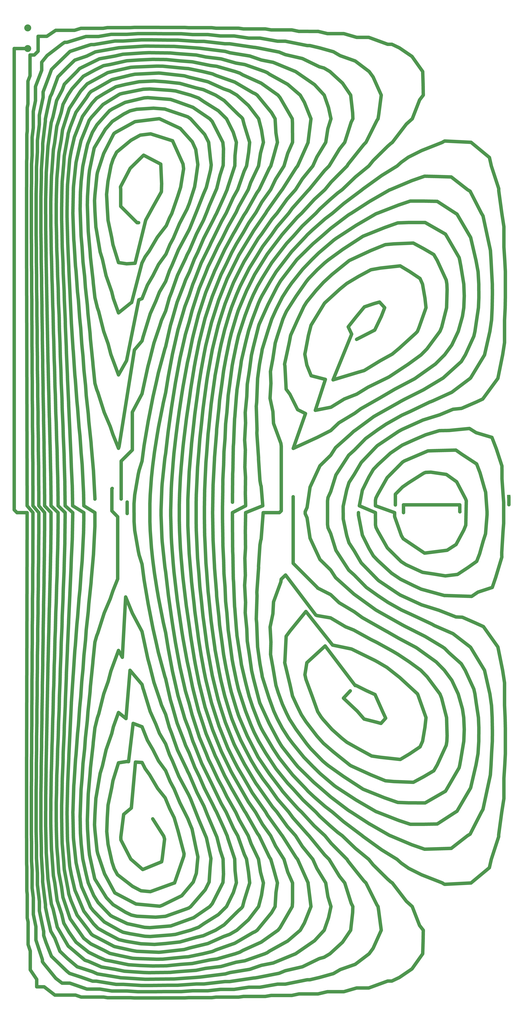
<source format=gbr>
%TF.GenerationSoftware,KiCad,Pcbnew,7.0.1-3b83917a11~172~ubuntu22.04.1*%
%TF.CreationDate,2023-12-10T13:38:52-05:00*%
%TF.ProjectId,coil_template_second,636f696c-5f74-4656-9d70-6c6174655f73,rev?*%
%TF.SameCoordinates,Original*%
%TF.FileFunction,Copper,L1,Top*%
%TF.FilePolarity,Positive*%
%FSLAX46Y46*%
G04 Gerber Fmt 4.6, Leading zero omitted, Abs format (unit mm)*
G04 Created by KiCad (PCBNEW 7.0.1-3b83917a11~172~ubuntu22.04.1) date 2023-12-10 13:38:52*
%MOMM*%
%LPD*%
G01*
G04 APERTURE LIST*
%TA.AperFunction,ComponentPad*%
%ADD10C,10.160000*%
%TD*%
%TA.AperFunction,SMDPad,CuDef*%
%ADD11R,5.000000X5.000000*%
%TD*%
%TA.AperFunction,ViaPad*%
%ADD12C,4.000000*%
%TD*%
%TA.AperFunction,Conductor*%
%ADD13C,5.000000*%
%TD*%
G04 APERTURE END LIST*
D10*
%TO.P,J1,1,Pin_1*%
%TO.N,Net-(J1-Pin_1)*%
X45240000Y-75240000D03*
%TO.P,J1,2,Pin_2*%
X45240000Y-45270000D03*
%TD*%
D11*
%TO.P,J2,1,Pin_1*%
%TO.N,Net-(J1-Pin_1)*%
X745833867Y-726625756D03*
%TD*%
D12*
%TO.N,Net-(J1-Pin_1)*%
X592466434Y-749937162D03*
X343442040Y-734741099D03*
X343442040Y-734741099D03*
X190095495Y-750849384D03*
X526914134Y-750008292D03*
X343442040Y-734741099D03*
X580578717Y-738644983D03*
X181359789Y-729947892D03*
X189991026Y-734539077D03*
X515012236Y-1009020493D03*
X168143768Y-714588348D03*
X227086274Y-1195270161D03*
X745986242Y-738453541D03*
X524253381Y-497990353D03*
X431959765Y-726676862D03*
X206672059Y-328408960D03*
X674615065Y-748797472D03*
X143092593Y-729947892D03*
%TD*%
D13*
%TO.N,Net-(J1-Pin_1)*%
X106590000Y-632862100D02*
X106540000Y-630440000D01*
X344250000Y-1082847000D02*
X345700000Y-1086430000D01*
X240570000Y-713686900D02*
X239360000Y-746170000D01*
X235740000Y-1110908100D02*
X246030000Y-1125070000D01*
X413790000Y-850864200D02*
X413790000Y-850860000D01*
X509770000Y-783153600D02*
X513110000Y-793820000D01*
X636610000Y-1125238300D02*
X621750000Y-1133890000D01*
X370990000Y-520898400D02*
X373700000Y-509320000D01*
X44250000Y-787001800D02*
X44250000Y-752440000D01*
X489010000Y-314700100D02*
X505290000Y-300700000D01*
X197520000Y-658836500D02*
X181299384Y-675057116D01*
X336150000Y-278272500D02*
X335720000Y-280050000D01*
X44250000Y-750000000D02*
X29651104Y-750000000D01*
X68190000Y-1405046300D02*
X66580000Y-1402670000D01*
X710530000Y-979320200D02*
X718320000Y-1013610000D01*
X420310000Y-84068600D02*
X445270000Y-89830000D01*
X268630000Y-684092700D02*
X267520000Y-698210000D01*
X505060000Y-1019627100D02*
X514960000Y-1009030000D01*
X196070000Y-1179325400D02*
X202110000Y-1112610000D01*
X552340000Y-771287600D02*
X551650000Y-767760000D01*
X361950000Y-604526400D02*
X364200000Y-581210000D01*
X303490000Y-795883300D02*
X304750000Y-823170000D01*
X50860000Y-428208700D02*
X50860000Y-401240000D01*
X75670000Y-571732000D02*
X74820000Y-533330000D01*
X382780000Y-534044000D02*
X385970000Y-516940000D01*
X739640000Y-997315600D02*
X739630000Y-1013610000D01*
X105380000Y-1359998200D02*
X97680000Y-1346740000D01*
X59300000Y-958305800D02*
X59720000Y-935900000D01*
X79100000Y-740000000D02*
X79100000Y-733020000D01*
X430390000Y-307648700D02*
X425380000Y-314670000D01*
X277260000Y-308607800D02*
X266210000Y-329760000D01*
X277160000Y-375310400D02*
X274920000Y-380690000D01*
X282340000Y-143012600D02*
X293970000Y-147220000D01*
X312980000Y-1027097300D02*
X314700000Y-1032280000D01*
X169570000Y-235892500D02*
X174660000Y-225910000D01*
X232420000Y-560592400D02*
X227580000Y-581630000D01*
X589060000Y-821077500D02*
X568920000Y-801210000D01*
X137430000Y-851819200D02*
X137850000Y-845650000D01*
X493610000Y-844463400D02*
X519610000Y-867690000D01*
X575150000Y-837978400D02*
X554930000Y-819350000D01*
X74030000Y-1006211600D02*
X74340000Y-988940000D01*
X381340000Y-246025100D02*
X369930000Y-270090000D01*
X720740000Y-469773600D02*
X718340000Y-486390000D01*
X671180000Y-839784900D02*
X653490000Y-841940000D01*
X730000000Y-945420300D02*
X736850000Y-979270000D01*
X252970000Y-477875100D02*
X246030000Y-508680000D01*
X381230000Y-445321200D02*
X383780000Y-439660000D01*
X349200000Y-359100100D02*
X342270000Y-371760000D01*
X117660000Y-1307458700D02*
X113960000Y-1299030000D01*
X177350000Y-950321500D02*
X182990000Y-960260000D01*
X111910000Y-1225190000D02*
X111670000Y-1221610000D01*
X559100000Y-394390100D02*
X587690000Y-391270000D01*
X43570000Y-1260724800D02*
X43570000Y-1225390000D01*
X342860000Y-536603200D02*
X338930000Y-566700000D01*
X377530000Y-313733800D02*
X367040000Y-328890000D01*
X48510000Y-84680000D02*
X48510000Y-114890100D01*
X481820000Y-767098100D02*
X482520000Y-771940000D01*
X201520000Y-387457800D02*
X189180000Y-388200000D01*
X233430000Y-861099300D02*
X235670000Y-874280000D01*
X76770000Y-613344400D02*
X76640000Y-610620000D01*
X96890000Y-1098230200D02*
X98210000Y-1071570000D01*
X592090000Y-787898300D02*
X589400000Y-783320000D01*
X274230000Y-173111200D02*
X278260000Y-174570000D01*
X143010000Y-938292200D02*
X145660000Y-929020000D01*
X738740000Y-349037700D02*
X738740000Y-363770000D01*
X102470000Y-312549700D02*
X102970000Y-279940000D01*
X719040000Y-368601500D02*
X719990000Y-383380000D01*
X50860000Y-1098763400D02*
X50860000Y-1071790000D01*
X479250000Y-1288312300D02*
X482310000Y-1307990000D01*
X456310000Y-713004900D02*
X452050000Y-742390000D01*
X102970000Y-279941400D02*
X103150000Y-273490000D01*
X623130000Y-808764800D02*
X592090000Y-787900000D01*
X280360000Y-520682600D02*
X277830000Y-531600000D01*
X304460000Y-429800100D02*
X299820000Y-444180000D01*
X102980000Y-1220062400D02*
X102480000Y-1187450000D01*
X220080000Y-962122300D02*
X223200000Y-973560000D01*
X139960000Y-968695900D02*
X140190000Y-965320000D01*
X57390000Y-1193875100D02*
X57410000Y-1173890000D01*
X95420000Y-599837700D02*
X95050000Y-584390000D01*
X110550000Y-740000000D02*
X110030000Y-711330000D01*
X223770000Y-1301012600D02*
X210130000Y-1299720000D01*
X92070000Y-1387619400D02*
X84690000Y-1368680000D01*
X246030000Y-1043127700D02*
X251490000Y-1062420000D01*
X582270000Y-866177000D02*
X587070000Y-869380000D01*
X92620000Y-522553300D02*
X92230000Y-503890000D01*
X312010000Y-1252801000D02*
X310770000Y-1265690000D01*
X351980000Y-1044164500D02*
X353670000Y-1048520000D01*
X235660000Y-625713500D02*
X233410000Y-638910000D01*
X317560000Y-554422600D02*
X314700000Y-574690000D01*
X423780000Y-1372754500D02*
X397250000Y-1387400000D01*
X408190000Y-421924100D02*
X411450000Y-416280000D01*
X618770000Y-1276429000D02*
X599590000Y-1266810000D01*
X343960000Y-687918200D02*
X344620000Y-653930000D01*
X111670000Y-278384100D02*
X111900000Y-274820000D01*
X311060000Y-1400122000D02*
X284790000Y-1405460000D01*
X366660000Y-1272215600D02*
X368440000Y-1288240000D01*
X302870000Y-717349100D02*
X302470000Y-742970000D01*
X269500000Y-1306876300D02*
X241000000Y-1320870000D01*
X213460000Y-134456200D02*
X222730000Y-134010000D01*
X194360000Y-249422800D02*
X194360000Y-249420000D01*
X544560000Y-369072100D02*
X566030000Y-360310000D01*
X57870000Y-266400900D02*
X57870000Y-247490000D01*
X60180000Y-896188100D02*
X60180000Y-879920000D01*
X291010000Y-344631500D02*
X280820000Y-368450000D01*
X490410000Y-1097807200D02*
X475820000Y-1085240000D01*
X280360000Y-979301000D02*
X285230000Y-1003590000D01*
X301530000Y-351175900D02*
X292980000Y-371170000D01*
X573410000Y-280362700D02*
X604470000Y-267350000D01*
X265910000Y-738577900D02*
X265910000Y-761420000D01*
X43700000Y-436570400D02*
X43620000Y-432370000D01*
X625220000Y-452050200D02*
X615030000Y-481010000D01*
X339340000Y-136915400D02*
X349770000Y-143010000D01*
X247210000Y-1408719100D02*
X227080000Y-1408980000D01*
X605280000Y-177350100D02*
X596660000Y-185070000D01*
X457700000Y-1322649900D02*
X448160000Y-1346530000D01*
X95360000Y-1230981300D02*
X94940000Y-1215440000D01*
X150450000Y-1442649500D02*
X131370000Y-1442650000D01*
X88920000Y-1251428600D02*
X87570000Y-1235460000D01*
X396810000Y-1149094500D02*
X409040000Y-1166470000D01*
X194360000Y-249422800D02*
X213920000Y-230300000D01*
X204357430Y-328382818D02*
X206645917Y-328382818D01*
X239960000Y-470405100D02*
X237360000Y-478860000D01*
X52390000Y-638780700D02*
X52110000Y-624710000D01*
X296120000Y-74811900D02*
X296730000Y-74940000D01*
X431880000Y-348269900D02*
X422230000Y-358540000D01*
X169230000Y-1139781100D02*
X177350000Y-1113650000D01*
X409040000Y-1166473600D02*
X425260000Y-1185060000D01*
X44250000Y-712998200D02*
X44210000Y-708140000D01*
X423840000Y-1272439000D02*
X430880000Y-1288310000D01*
X400610000Y-323622300D02*
X385790000Y-345000000D01*
X343650000Y-806073000D02*
X343400000Y-772960000D01*
X238610000Y-111083700D02*
X273090000Y-114900000D01*
X602370000Y-297034800D02*
X621500000Y-297000000D01*
X153890000Y-381526200D02*
X150600000Y-370920000D01*
X590640000Y-651811100D02*
X608740000Y-643690000D01*
X315780000Y-323501300D02*
X301530000Y-351180000D01*
X307540000Y-1445077700D02*
X285240000Y-1445080000D01*
X338850000Y-1121069300D02*
X341190000Y-1126070000D01*
X431836999Y-823642932D02*
X467390000Y-859195933D01*
X278160000Y-306386700D02*
X277260000Y-308610000D01*
X80880000Y-418481500D02*
X80520000Y-411170000D01*
X44250000Y-752442700D02*
X44250000Y-750000000D01*
X45690000Y-1345068500D02*
X44430000Y-1339120000D01*
X361380000Y-1401466300D02*
X348530000Y-1403550000D01*
X114770000Y-1451340700D02*
X84710000Y-1451340000D01*
X623170000Y-260818600D02*
X640420000Y-261270000D01*
X223030000Y-1353255600D02*
X215280000Y-1352870000D01*
X347280000Y-1391325000D02*
X320490000Y-1398950000D01*
X318110000Y-1103048800D02*
X321630000Y-1110230000D01*
X237350000Y-1021125700D02*
X239950000Y-1029600000D01*
X311050000Y-99871300D02*
X320500000Y-101040000D01*
X476780000Y-1396350700D02*
X469900000Y-1398260000D01*
X376470000Y-140935100D02*
X379390000Y-143010000D01*
X409700000Y-143012600D02*
X412660000Y-146610000D01*
X533730000Y-1220804500D02*
X532810000Y-1220060000D01*
X445210000Y-1235231100D02*
X460400000Y-1253970000D01*
X80530000Y-1088832600D02*
X80890000Y-1081520000D01*
X146040000Y-258832200D02*
X146780000Y-255030000D01*
X358990000Y-1134246200D02*
X367270000Y-1148640000D01*
X352080000Y-171297000D02*
X356680000Y-175390000D01*
X181359789Y-729947892D02*
X181299384Y-730008297D01*
X329280000Y-1074087000D02*
X336500000Y-1091970000D01*
X658550000Y-953520500D02*
X676620000Y-969690000D01*
X98110000Y-665043500D02*
X96940000Y-638410000D01*
X252960000Y-136070500D02*
X260450000Y-136900000D01*
X240580000Y-786319000D02*
X241010000Y-792320000D01*
X478470000Y-322684400D02*
X489010000Y-314700000D01*
X486260000Y-902988700D02*
X508470000Y-916120000D01*
X44040000Y-629349000D02*
X44040000Y-594540000D01*
X65540000Y-95158000D02*
X73420000Y-85450000D01*
X71850000Y-1126148500D02*
X71850000Y-1123300000D01*
X113830000Y-950183600D02*
X114490000Y-943880000D01*
X43570000Y-274613700D02*
X43570000Y-239280000D01*
X299610000Y-482553600D02*
X294820000Y-501920000D01*
X98200000Y-428427400D02*
X96880000Y-401770000D01*
X143010000Y-1189358800D02*
X144480000Y-1165010000D01*
X157190000Y-112798000D02*
X157190000Y-112800000D01*
X313840000Y-986170400D02*
X314010000Y-987060000D01*
X198750000Y-1056352100D02*
X211690000Y-1061250000D01*
X526910000Y-750004158D02*
X526910000Y-750000000D01*
X705970000Y-314700100D02*
X708290000Y-318650000D01*
X655680000Y-1082287200D02*
X654720000Y-1088080000D01*
X84540000Y-1288292000D02*
X82540000Y-1277790000D01*
X647990000Y-1019523900D02*
X655260000Y-1047950000D01*
X87290000Y-856048900D02*
X87960000Y-840790000D01*
X242660000Y-909711100D02*
X246030000Y-924350000D01*
X108680000Y-815792000D02*
X109950000Y-790180000D01*
X314450000Y-749857000D02*
X314450000Y-750140000D01*
X380950000Y-1105710500D02*
X397210000Y-1129670000D01*
X451500000Y-1283676100D02*
X453560000Y-1288310000D01*
X477010000Y-143012600D02*
X483250000Y-161050000D01*
X286810000Y-1338794000D02*
X262970000Y-1347460000D01*
X262730000Y-444036600D02*
X255870000Y-468230000D01*
X83710000Y-972329400D02*
X84200000Y-961280000D01*
X223600000Y-776566400D02*
X225370000Y-801310000D01*
X314010000Y-512935200D02*
X313830000Y-513830000D01*
X258430000Y-1151736300D02*
X266790000Y-1171780000D01*
X121960000Y-1215703000D02*
X121470000Y-1191240000D01*
X258210000Y-72133300D02*
X289810000Y-74340000D01*
X288440000Y-892696500D02*
X292250000Y-920670000D01*
X380350000Y-1104636600D02*
X380660000Y-1105230000D01*
X314700000Y-989830800D02*
X322530000Y-1021610000D01*
X256010000Y-980931200D02*
X259080000Y-994160000D01*
X438060000Y-469990700D02*
X447430000Y-450090000D01*
X362550000Y-740000000D02*
X362550000Y-738040000D01*
X43940000Y-910042700D02*
X44040000Y-905460000D01*
X179310000Y-1357710000D02*
X156700000Y-1345030000D01*
X201260000Y-112576700D02*
X235950000Y-110900000D01*
X378030000Y-595293900D02*
X378590000Y-589470000D01*
X379780000Y-420887100D02*
X373610000Y-433360000D01*
X419430000Y-967970300D02*
X419780000Y-965760000D01*
X415920000Y-1219637300D02*
X436020000Y-1251240000D01*
X739660000Y-470056600D02*
X739660000Y-486390000D01*
X135990000Y-1010420600D02*
X136500000Y-1002650000D01*
X503160000Y-818802200D02*
X512710000Y-833490000D01*
X618720000Y-616293700D02*
X590110000Y-629130000D01*
X532830000Y-279963900D02*
X533690000Y-279260000D01*
X116990000Y-1335108900D02*
X108090000Y-1313840000D01*
X402440000Y-975716900D02*
X398850000Y-956110000D01*
X319360000Y-45665000D02*
X352300000Y-45670000D01*
X96940000Y-638406400D02*
X96620000Y-624740000D01*
X313000000Y-1143823400D02*
X313010000Y-1143850000D01*
X366870000Y-485382500D02*
X371700000Y-470620000D01*
X233960000Y-349551100D02*
X221870000Y-370020000D01*
X477630000Y-445219600D02*
X499820000Y-424990000D01*
X481800000Y-732911500D02*
X481820000Y-767100000D01*
X57410000Y-1154441800D02*
X57700000Y-1134280000D01*
X399700000Y-1451815900D02*
X391150000Y-1453300000D01*
X435290000Y-108675000D02*
X462940000Y-127740000D01*
X280360000Y-1027423900D02*
X284460000Y-1043480000D01*
X68900000Y-654511500D02*
X68900000Y-648270000D01*
X326650000Y-1172152300D02*
X334130000Y-1185240000D01*
X575510000Y-1430907600D02*
X569490000Y-1430910000D01*
X393430000Y-311719800D02*
X391910000Y-314430000D01*
X517010000Y-490461900D02*
X511990000Y-479840000D01*
X445630000Y-396101100D02*
X458840000Y-382410000D01*
X399380000Y-938029000D02*
X398150000Y-916260000D01*
X702130000Y-417712800D02*
X702260000Y-437610000D01*
X315130000Y-710805000D02*
X314700000Y-734090000D01*
X278480000Y-729196200D02*
X278420000Y-731390000D01*
X140630000Y-1083909400D02*
X143010000Y-1062850000D01*
X305460000Y-1222778700D02*
X305620000Y-1223560000D01*
X545050000Y-934444200D02*
X553340000Y-938500000D01*
X44410000Y-161112100D02*
X45500000Y-155920000D01*
X52110000Y-875287000D02*
X52390000Y-861220000D01*
X244500000Y-1224595300D02*
X240930000Y-1253780000D01*
X344420000Y-196736600D02*
X349070000Y-211690000D01*
X66470000Y-1001868300D02*
X67020000Y-971150000D01*
X451430000Y-216448100D02*
X438220000Y-246030000D01*
X71330000Y-337561600D02*
X71330000Y-334100000D01*
X386850000Y-988799100D02*
X386220000Y-985030000D01*
X246030000Y-663951400D02*
X244980000Y-670510000D01*
X52110000Y-624713100D02*
X52110000Y-599180000D01*
X66460000Y-498133900D02*
X66460000Y-489090000D01*
X343442040Y-734741099D02*
X343400000Y-734776099D01*
X680290000Y-775327400D02*
X669070000Y-796270000D01*
X200030000Y-763027300D02*
X201000000Y-775860000D01*
X523430000Y-1167724300D02*
X497700000Y-1150960000D01*
X287900000Y-962613800D02*
X289650000Y-972280000D01*
X721920000Y-1067740500D02*
X721830000Y-1082290000D01*
X438220000Y-246025100D02*
X436010000Y-248750000D01*
X108270000Y-671342000D02*
X108260000Y-670870000D01*
X146650000Y-452076300D02*
X143010000Y-437300000D01*
X283780000Y-649423700D02*
X283510000Y-653200000D01*
X207390000Y-688366500D02*
X206180000Y-693990000D01*
X326620000Y-404040900D02*
X315080000Y-432870000D01*
X740530000Y-1047949800D02*
X740790000Y-1063980000D01*
X169170000Y-1337533700D02*
X165860000Y-1335680000D01*
X735610000Y-811503400D02*
X735690000Y-814720000D01*
X142970000Y-1282622500D02*
X142700000Y-1281830000D01*
X112670000Y-357851700D02*
X112270000Y-353490000D01*
X385790000Y-345004600D02*
X380930000Y-351390000D01*
X210780000Y-1437365900D02*
X184500000Y-1435750000D01*
X320370000Y-871588800D02*
X323760000Y-902570000D01*
X254660000Y-429482800D02*
X251490000Y-437590000D01*
X266210000Y-329759500D02*
X257180000Y-351100000D01*
X302380000Y-585146700D02*
X300290000Y-600500000D01*
X261640000Y-82508400D02*
X290450000Y-84670000D01*
X133220000Y-1356169500D02*
X116990000Y-1335110000D01*
X405890000Y-379628100D02*
X400460000Y-386720000D01*
X170610000Y-199022300D02*
X171070000Y-198510000D01*
X111030000Y-317464300D02*
X110940000Y-314810000D01*
X120800000Y-1033073400D02*
X122370000Y-1018250000D01*
X281610000Y-1382710100D02*
X273090000Y-1385100000D01*
X115520000Y-241153100D02*
X117320000Y-232620000D01*
X162170000Y-1232052700D02*
X160250000Y-1213510000D01*
X224220000Y-199308700D02*
X256080000Y-209350000D01*
X306840000Y-1189297300D02*
X311540000Y-1200420000D01*
X335000000Y-387135100D02*
X326620000Y-404040000D01*
X535130000Y-1050002700D02*
X525180000Y-1038570000D01*
X134120000Y-882946900D02*
X137430000Y-851820000D01*
X383450000Y-1439887400D02*
X367110000Y-1439890000D01*
X224230000Y-62626300D02*
X250410000Y-62950000D01*
X530260000Y-599031100D02*
X521550000Y-605470000D01*
X285230000Y-496407000D02*
X280360000Y-520680000D01*
X406640000Y-1122127700D02*
X406900000Y-1122470000D01*
X53300000Y-1334029300D02*
X53300000Y-1309860000D01*
X200990000Y-724131100D02*
X200020000Y-736980000D01*
X319390000Y-114388500D02*
X346750000Y-124000000D01*
X323280000Y-440975000D02*
X314750000Y-467520000D01*
X427100000Y-922108300D02*
X427100000Y-922110000D01*
X95360000Y-269016400D02*
X97500000Y-243640000D01*
X88420000Y-817256600D02*
X88940000Y-800780000D01*
X377090000Y-1142894500D02*
X378360000Y-1144760000D01*
X522590000Y-1000860900D02*
X538910000Y-1008930000D01*
X244250000Y-514353400D02*
X235420000Y-546690000D01*
X88180000Y-1116769600D02*
X88710000Y-1093530000D01*
X249540000Y-633688200D02*
X246030000Y-663950000D01*
X689770000Y-1150962300D02*
X670410000Y-1184070000D01*
X474930000Y-1111062200D02*
X457190000Y-1092950000D01*
X126510000Y-779203500D02*
X126850000Y-760440000D01*
X623710000Y-438202700D02*
X625220000Y-452050000D01*
X505080000Y-1019669300D02*
X505060000Y-1019630000D01*
X86680000Y-1196521200D02*
X86710000Y-1171270000D01*
X50720000Y-270507300D02*
X50720000Y-243380000D01*
X372050000Y-343823700D02*
X353200000Y-374630000D01*
X201000000Y-775862100D02*
X206210000Y-806020000D01*
X265730000Y-896458200D02*
X269440000Y-921230000D01*
X334710000Y-177350100D02*
X344420000Y-196740000D01*
X323750000Y-597417300D02*
X320350000Y-628420000D01*
X148360000Y-57701400D02*
X166720000Y-54610000D01*
X50620000Y-388902000D02*
X50620000Y-361650000D01*
X566030000Y-360307900D02*
X578330000Y-359200000D01*
X255310000Y-390402700D02*
X251590000Y-398200000D01*
X653330000Y-870403600D02*
X652490000Y-870510000D01*
X279520000Y-44973400D02*
X313250000Y-44970000D01*
X431836999Y-726826870D02*
X431836999Y-823642932D01*
X132010000Y-447849300D02*
X129170000Y-422670000D01*
X451730000Y-535417800D02*
X448760000Y-519560000D01*
X731090000Y-1221058700D02*
X720360000Y-1253970000D01*
X128010000Y-406104600D02*
X125660000Y-385250000D01*
X332650000Y-446156400D02*
X325570000Y-468160000D01*
X434630000Y-1114464900D02*
X415710000Y-1090420000D01*
X601420000Y-1100610200D02*
X587730000Y-1108800000D01*
X113700000Y-92078100D02*
X131060000Y-86300000D01*
X135090000Y-252394300D02*
X141790000Y-220580000D01*
X241680000Y-1399093900D02*
X232690000Y-1399210000D01*
X61040000Y-683193800D02*
X60640000Y-659250000D01*
X295830000Y-642507100D02*
X294580000Y-659560000D01*
X58510000Y-1036742700D02*
X58900000Y-1015250000D01*
X169230000Y-1139781100D02*
X169230000Y-1139780000D01*
X94940000Y-1215444700D02*
X94580000Y-1191980000D01*
X80890000Y-1081515000D02*
X81610000Y-1050010000D01*
X366390000Y-1219666900D02*
X370510000Y-1231310000D01*
X361860000Y-1093435500D02*
X370750000Y-1110380000D01*
X69080000Y-1439330500D02*
X58260000Y-1439330000D01*
X409700000Y-1356987400D02*
X385260000Y-1374370000D01*
X205580000Y-53575700D02*
X229420000Y-53580000D01*
X122580000Y-45900200D02*
X155010000Y-45900000D01*
X662840000Y-506319500D02*
X652200000Y-520730000D01*
X65340000Y-1080107700D02*
X65910000Y-1050670000D01*
X65540000Y-106892000D02*
X65540000Y-95160000D01*
X351110000Y-1219898700D02*
X360650000Y-1246870000D01*
X164760000Y-1390690900D02*
X156740000Y-1386490000D01*
X452050000Y-742394100D02*
X449360000Y-748450000D01*
X542940000Y-297565900D02*
X572270000Y-280770000D01*
X409990000Y-1011475500D02*
X406620000Y-1000950000D01*
X43940000Y-944957300D02*
X43940000Y-910040000D01*
X578300000Y-1140870100D02*
X566070000Y-1139760000D01*
X399360000Y-561959700D02*
X398720000Y-544810000D01*
X407060000Y-454306500D02*
X416170000Y-436440000D01*
X72970000Y-57492800D02*
X72970000Y-57490000D01*
X623990000Y-929976800D02*
X649160000Y-945020000D01*
X254920000Y-315282000D02*
X251750000Y-321350000D01*
X720440000Y-246025100D02*
X731150000Y-278840000D01*
X139400000Y-197042000D02*
X145930000Y-186110000D01*
X91350000Y-1016160900D02*
X92240000Y-996110000D01*
X349040000Y-918802600D02*
X346790000Y-889350000D01*
X171090000Y-1267514200D02*
X167940000Y-1258170000D01*
X430440000Y-177350100D02*
X430820000Y-183660000D01*
X332920000Y-1420581800D02*
X296740000Y-1425060000D01*
X458840000Y-382407900D02*
X468770000Y-372630000D01*
X333060000Y-1055008300D02*
X344250000Y-1082850000D01*
X45500000Y-122785000D02*
X48510000Y-114890000D01*
X533610000Y-348080600D02*
X564770000Y-335580000D01*
X328490000Y-351260500D02*
X322200000Y-362740000D01*
X489870000Y-556935000D02*
X517010000Y-490460000D01*
X398150000Y-916263300D02*
X402260000Y-896930000D01*
X382350000Y-1057091700D02*
X372750000Y-1032370000D01*
X212750000Y-571887200D02*
X212510000Y-572970000D01*
X57700000Y-365718900D02*
X57400000Y-345560000D01*
X516220000Y-1118082900D02*
X515360000Y-1117620000D01*
X564770000Y-335578300D02*
X584140000Y-328770000D01*
X83400000Y-102052200D02*
X106710000Y-79500000D01*
X252960000Y-1022127300D02*
X255870000Y-1031770000D01*
X459370000Y-706350400D02*
X456310000Y-713000000D01*
X351360000Y-378267900D02*
X335720000Y-409800000D01*
X486390000Y-666570500D02*
X470780000Y-681870000D01*
X470820000Y-818108500D02*
X486390000Y-833350000D01*
X655990000Y-1074275900D02*
X655680000Y-1082290000D01*
X161600000Y-110270700D02*
X170940000Y-107980000D01*
X696530000Y-1013612200D02*
X698430000Y-1026850000D01*
X86030000Y-605228900D02*
X85400000Y-578850000D01*
X122240000Y-103565000D02*
X149680000Y-90140000D01*
X85910000Y-48730400D02*
X113390000Y-48730000D01*
X674425214Y-738640280D02*
X674425214Y-748607621D01*
X169890000Y-200229400D02*
X170610000Y-199020000D01*
X60180000Y-879922900D02*
X60640000Y-856480000D01*
X104700000Y-910062900D02*
X104800000Y-905550000D01*
X235740000Y-389092900D02*
X227370000Y-405720000D01*
X347310000Y-108675000D02*
X354170000Y-111090000D01*
X457970000Y-550910300D02*
X451730000Y-535420000D01*
X264700000Y-367829500D02*
X255310000Y-390400000D01*
X87220000Y-150911100D02*
X95580000Y-135030000D01*
X284450000Y-1209763300D02*
X290060000Y-1236850000D01*
X82010000Y-1041423800D02*
X82670000Y-1011170000D01*
X43480000Y-1185886100D02*
X43480000Y-1181890000D01*
X650730000Y-210545100D02*
X652550000Y-209670000D01*
X177350000Y-459550500D02*
X169920000Y-438710000D01*
X72170000Y-255700900D02*
X74340000Y-221920000D01*
X450600000Y-414436000D02*
X454260000Y-409840000D01*
X44130000Y-865962100D02*
X44130000Y-831260000D01*
X52110000Y-599175900D02*
X51830000Y-585430000D01*
X300360000Y-1057319000D02*
X304850000Y-1071210000D01*
X542060000Y-801698000D02*
X532590000Y-782630000D01*
X107910000Y-1341850400D02*
X107160000Y-1340880000D01*
X295840000Y-857502000D02*
X298140000Y-877840000D01*
X721590000Y-1047949800D02*
X721920000Y-1067740000D01*
X385660000Y-1306386300D02*
X381450000Y-1322650000D01*
X518380000Y-1331431300D02*
X515550000Y-1356990000D01*
X249560000Y-866304800D02*
X250090000Y-870670000D01*
X229750000Y-1377655100D02*
X209930000Y-1376750000D01*
X346770000Y-610644700D02*
X349040000Y-581020000D01*
X466300000Y-1267183800D02*
X479250000Y-1288310000D01*
X345430000Y-1110203000D02*
X350940000Y-1120690000D01*
X381370000Y-669959900D02*
X378870000Y-634250000D01*
X140940000Y-810354500D02*
X141060000Y-808040000D01*
X673490000Y-379225400D02*
X674460000Y-383380000D01*
X101360000Y-509133000D02*
X100030000Y-478860000D01*
X431340000Y-1193454700D02*
X453490000Y-1218310000D01*
X97500000Y-243638700D02*
X98380000Y-231310000D01*
X197520000Y-603810000D02*
X197520000Y-658836500D01*
X43940000Y-555042600D02*
X43860000Y-550560000D01*
X375750000Y-1426478800D02*
X374810000Y-1426480000D01*
X44040000Y-870651100D02*
X44130000Y-865960000D01*
X124980000Y-173918100D02*
X138780000Y-154780000D01*
X123050000Y-1454216800D02*
X114770000Y-1451340000D01*
X540890000Y-567619800D02*
X524400000Y-577660000D01*
X96880000Y-401773500D02*
X96570000Y-388050000D01*
X290450000Y-84674300D02*
X303890000Y-87400000D01*
X288180000Y-276520400D02*
X280470000Y-300520000D01*
X365100000Y-1074991900D02*
X380350000Y-1104640000D01*
X285570000Y-417979900D02*
X280360000Y-434110000D01*
X290950000Y-1435129200D02*
X263480000Y-1437050000D01*
X59720000Y-564102600D02*
X59290000Y-541700000D01*
X115560000Y-1374501100D02*
X105380000Y-1360000000D01*
X280350000Y-1099259900D02*
X288560000Y-1120220000D01*
X499200000Y-1278578100D02*
X506890000Y-1288310000D01*
X560100000Y-143012600D02*
X556410000Y-171030000D01*
X74030000Y-1006566300D02*
X74030000Y-1006210000D01*
X171770000Y-1302352600D02*
X157030000Y-1275070000D01*
X554120000Y-607500200D02*
X549150000Y-610330000D01*
X731090000Y-1219637300D02*
X731090000Y-1221060000D01*
X258120000Y-835835500D02*
X260910000Y-859790000D01*
X360320000Y-185649200D02*
X368420000Y-211690000D01*
X324590000Y-913458300D02*
X328260000Y-939430000D01*
X383780000Y-439662300D02*
X386320000Y-434690000D01*
X737530000Y-723727600D02*
X738360000Y-734850000D01*
X621050000Y-127153800D02*
X621280000Y-143010000D01*
X414260000Y-347591700D02*
X393930000Y-374290000D01*
X580600819Y-738667085D02*
X580600819Y-738811084D01*
X79510000Y-372307200D02*
X78950000Y-338480000D01*
X61270000Y-722769600D02*
X61040000Y-698470000D01*
X551650000Y-767761600D02*
X551640000Y-750000000D01*
X102490000Y-1180335100D02*
X103330000Y-1147510000D01*
X229420000Y-53575700D02*
X245130000Y-53770000D01*
X83100000Y-1001356100D02*
X83710000Y-972330000D01*
X576180000Y-1288312300D02*
X596640000Y-1314960000D01*
X467960000Y-50316400D02*
X481680000Y-53560000D01*
X735800000Y-682165100D02*
X735910000Y-691540000D01*
X485040000Y-1204711900D02*
X496510000Y-1214590000D01*
X118990000Y-1059629700D02*
X120800000Y-1033070000D01*
X274030000Y-1455409300D02*
X239860000Y-1455410000D01*
X166720000Y-54606600D02*
X189390000Y-54610000D01*
X472350000Y-1150990400D02*
X461870000Y-1142050000D01*
X453980000Y-492266600D02*
X457210000Y-479890000D01*
X64370000Y-341560300D02*
X64370000Y-330110000D01*
X117800000Y-597461500D02*
X116720000Y-587600000D01*
X361380000Y-98528600D02*
X390390000Y-108680000D01*
X74020000Y-1337988500D02*
X71030000Y-1323850000D01*
X701640000Y-1047949800D02*
X702230000Y-1062440000D01*
X50440000Y-349557700D02*
X50440000Y-322110000D01*
X74790000Y-532794400D02*
X74340000Y-511300000D01*
X50720000Y-243381700D02*
X51540000Y-230590000D01*
X500090000Y-85613700D02*
X522130000Y-93360000D01*
X522120000Y-1001359000D02*
X522590000Y-1000860000D01*
X276590000Y-1325936900D02*
X245800000Y-1336910000D01*
X106540000Y-630438200D02*
X104800000Y-594450000D01*
X150600000Y-370917700D02*
X144870000Y-336900000D01*
X239860000Y-1455409300D02*
X234620000Y-1455470000D01*
X66920000Y-1278241400D02*
X65020000Y-1248410000D01*
X584970000Y-632029600D02*
X555820000Y-651590000D01*
X247210000Y-91278700D02*
X267810000Y-93260000D01*
X106750000Y-1339896600D02*
X96450000Y-1309110000D01*
X589590000Y-891507000D02*
X602640000Y-897470000D01*
X740790000Y-1082287200D02*
X740790000Y-1100580000D01*
X197850000Y-1397798600D02*
X179990000Y-1394130000D01*
X210770000Y-62626300D02*
X224230000Y-62630000D01*
X511630000Y-317671800D02*
X514110000Y-316060000D01*
X391500000Y-1184818300D02*
X394370000Y-1189870000D01*
X43480000Y-318110200D02*
X43480000Y-314110000D01*
X735620000Y-807752400D02*
X735610000Y-811500000D01*
X179080000Y-1425861200D02*
X146610000Y-1420490000D01*
X291920000Y-802530800D02*
X292540000Y-816160000D01*
X229780000Y-838219800D02*
X233430000Y-861100000D01*
X271080000Y-656722500D02*
X268630000Y-684090000D01*
X373700000Y-509317700D02*
X381410000Y-478670000D01*
X572300000Y-1219294700D02*
X542920000Y-1202460000D01*
X58100000Y-1075949900D02*
X58510000Y-1054920000D01*
X159300000Y-1094632900D02*
X167520000Y-1071200000D01*
X425260000Y-1185055800D02*
X431340000Y-1193450000D01*
X552320000Y-728702600D02*
X552320000Y-728700000D01*
X212690000Y-1268767500D02*
X195200000Y-1253640000D01*
X653650000Y-345094100D02*
X655960000Y-349040000D01*
X65020000Y-1237705200D02*
X64340000Y-1209350000D01*
X88420000Y-682742500D02*
X87960000Y-659210000D01*
X327570000Y-326267600D02*
X314910000Y-352170000D01*
X73420000Y-85447800D02*
X95760000Y-68290000D01*
X599760000Y-706580000D02*
X591080000Y-712674000D01*
X254720000Y-705562800D02*
X254250000Y-715280000D01*
X678340000Y-1035358700D02*
X680250000Y-1047950000D01*
X509850000Y-416807900D02*
X526720000Y-406680000D01*
X95050000Y-915604600D02*
X95420000Y-900160000D01*
X522780000Y-229579300D02*
X511840000Y-243430000D01*
X62030000Y-185732600D02*
X62030000Y-172230000D01*
X699070000Y-820729900D02*
X686510000Y-829680000D01*
X510250000Y-246025100D02*
X487210000Y-269210000D01*
X486610000Y-630621500D02*
X467310000Y-640430000D01*
X59720000Y-580897400D02*
X59720000Y-564100000D01*
X621820000Y-692644800D02*
X624620000Y-691450000D01*
X146120000Y-1241271100D02*
X143010000Y-1211310000D01*
X102980000Y-1398102700D02*
X92070000Y-1387620000D01*
X244690000Y-512568200D02*
X244250000Y-514350000D01*
X569160000Y-1282492300D02*
X573570000Y-1286450000D01*
X189991026Y-734539077D02*
X189991026Y-750744915D01*
X332570000Y-858068900D02*
X333430000Y-879090000D01*
X277230000Y-965146000D02*
X277840000Y-968400000D01*
X553940000Y-1320634300D02*
X555420000Y-1322650000D01*
X215970000Y-71677000D02*
X219030000Y-71680000D01*
X698050000Y-1116624800D02*
X690300000Y-1150040000D01*
X320500000Y-101039600D02*
X347310000Y-108680000D01*
X43850000Y-199987800D02*
X44410000Y-195370000D01*
X588290000Y-846779700D02*
X575150000Y-837980000D01*
X641590000Y-297418400D02*
X668280000Y-314700000D01*
X93950000Y-168139100D02*
X96530000Y-156490000D01*
X550620000Y-484503500D02*
X524253381Y-497990353D01*
X292010000Y-309852000D02*
X280910000Y-337270000D01*
X368080000Y-394263200D02*
X357290000Y-415250000D01*
X188810000Y-874917000D02*
X197530000Y-896190000D01*
X327300000Y-1097510800D02*
X338850000Y-1121070000D01*
X280330000Y-690853600D02*
X278480000Y-729200000D01*
X362620000Y-502263200D02*
X366870000Y-485380000D01*
X636600000Y-374792200D02*
X641580000Y-383380000D01*
X610320000Y-489123800D02*
X586290000Y-510980000D01*
X206645917Y-328382818D02*
X206672059Y-328408960D01*
X599170000Y-534294600D02*
X571510000Y-552570000D01*
X245780000Y-123577100D02*
X266770000Y-125900000D01*
X569850000Y-880411000D02*
X589590000Y-891510000D01*
X106590000Y-867137500D02*
X108260000Y-829130000D01*
X330570000Y-1366150900D02*
X307560000Y-1376440000D01*
X503660000Y-125519200D02*
X515550000Y-143010000D01*
X189810000Y-1445448600D02*
X167670000Y-1445450000D01*
X64340000Y-290646600D02*
X65020000Y-262290000D01*
X556360000Y-848825700D02*
X582270000Y-866180000D01*
X122990000Y-1231555900D02*
X121960000Y-1215700000D01*
X59240000Y-226171600D02*
X59240000Y-208830000D01*
X397250000Y-1387400400D02*
X394050000Y-1389680000D01*
X718320000Y-1013612200D02*
X720710000Y-1030270000D01*
X44210000Y-826472600D02*
X44210000Y-791860000D01*
X152590000Y-1410571100D02*
X133710000Y-1402300000D01*
X266920000Y-525336100D02*
X263710000Y-542620000D01*
X359890000Y-317736500D02*
X346260000Y-341840000D01*
X313830000Y-513835000D02*
X307520000Y-548650000D01*
X388150000Y-750000000D02*
X411735232Y-750000000D01*
X200540000Y-513380600D02*
X178230000Y-653750000D01*
X506890000Y-211687700D02*
X499200000Y-221420000D01*
X69770000Y-767099600D02*
X69770000Y-750000000D01*
X344060000Y-969801700D02*
X349040000Y-993970000D01*
X593860000Y-674748900D02*
X628020000Y-660210000D01*
X195320000Y-113756400D02*
X201260000Y-112580000D01*
X290670000Y-724358100D02*
X290480000Y-736090000D01*
X358190000Y-177350100D02*
X360320000Y-185650000D01*
X504060000Y-367230900D02*
X532050000Y-349040000D01*
X308670000Y-211490500D02*
X311400000Y-236670000D01*
X61040000Y-801527000D02*
X61270000Y-777230000D01*
X644650000Y-630788900D02*
X658810000Y-630470000D01*
X143010000Y-1062853500D02*
X146690000Y-1047940000D01*
X219440000Y-1080823700D02*
X227350000Y-1094270000D01*
X252530000Y-1140755100D02*
X258430000Y-1151740000D01*
X532560000Y-717354300D02*
X541990000Y-698340000D01*
X52620000Y-678360700D02*
X52390000Y-664000000D01*
X651270000Y-870308600D02*
X618240000Y-861220000D01*
X405460000Y-177350100D02*
X406690000Y-197700000D01*
X253410000Y-754239100D02*
X254260000Y-784720000D01*
X411200000Y-1106320400D02*
X402590000Y-1093200000D01*
X342010000Y-451337700D02*
X338860000Y-461170000D01*
X228920000Y-503508200D02*
X223220000Y-526430000D01*
X114490000Y-943882500D02*
X116720000Y-912400000D01*
X99230000Y-794869800D02*
X99350000Y-784090000D01*
X618020000Y-520694600D02*
X599170000Y-534290000D01*
X271290000Y-567287100D02*
X269430000Y-578780000D01*
X418450000Y-1253974900D02*
X423840000Y-1272440000D01*
X229420000Y-1446419600D02*
X205580000Y-1446420000D01*
X241810000Y-905357700D02*
X242660000Y-909710000D01*
X649030000Y-1288312300D02*
X618770000Y-1276430000D01*
X690270000Y-554075300D02*
X689210000Y-555030000D01*
X650730000Y-1289465300D02*
X649030000Y-1288310000D01*
X59230000Y-1273823200D02*
X57870000Y-1252510000D01*
X114760000Y-391505300D02*
X112670000Y-357850000D01*
X79100000Y-733015700D02*
X79040000Y-727580000D01*
X184500000Y-1435747500D02*
X173890000Y-1435750000D01*
X223200000Y-973559500D02*
X228910000Y-996500000D01*
X708290000Y-318652600D02*
X714820000Y-349040000D01*
X262730000Y-1055961000D02*
X272400000Y-1080700000D01*
X409100000Y-1435446600D02*
X383450000Y-1439890000D01*
X300290000Y-600497800D02*
X298130000Y-622150000D01*
X51110000Y-1032490000D02*
X51340000Y-1019600000D01*
X674425214Y-748607621D02*
X674615065Y-748797472D01*
X293970000Y-147217800D02*
X301910000Y-152620000D01*
X78820000Y-1166741200D02*
X78950000Y-1161520000D01*
X585350000Y-302739100D02*
X602370000Y-297030000D01*
X328260000Y-939434500D02*
X330460000Y-956270000D01*
X98210000Y-1071567700D02*
X98480000Y-1059700000D01*
X207420000Y-811619300D02*
X211690000Y-824880000D01*
X284830000Y-210815400D02*
X289930000Y-221960000D01*
X349740000Y-1356987400D02*
X339330000Y-1363070000D01*
X58900000Y-484745500D02*
X58510000Y-463260000D01*
X104150000Y-198588100D02*
X107100000Y-189270000D01*
X134540000Y-179833000D02*
X134540000Y-179830000D01*
X378600000Y-910519400D02*
X378040000Y-904710000D01*
X738360000Y-734849500D02*
X738350000Y-765430000D01*
X735690000Y-814716200D02*
X726700000Y-844360000D01*
X690800000Y-1288366600D02*
X652550000Y-1290340000D01*
X276810000Y-609905500D02*
X276180000Y-614340000D01*
X738700000Y-1150962300D02*
X738700000Y-1165630000D01*
X65020000Y-262294500D02*
X65020000Y-251590000D01*
X134050000Y-262094300D02*
X135090000Y-252390000D01*
X551640000Y-740000000D02*
X551630000Y-732250000D01*
X406130000Y-265395700D02*
X399000000Y-280330000D01*
X628020000Y-660205200D02*
X634730000Y-659920000D01*
X374810000Y-1426478800D02*
X339280000Y-1431670000D01*
X332920000Y-79414400D02*
X339890000Y-81400000D01*
X137200000Y-1376924600D02*
X126660000Y-1368580000D01*
X683160000Y-768271500D02*
X680290000Y-775330000D01*
X86700000Y-880957600D02*
X87290000Y-856050000D01*
X272400000Y-1080703100D02*
X275090000Y-1088310000D01*
X591080000Y-712674000D02*
X599760000Y-706580000D01*
X334030000Y-524433200D02*
X330440000Y-543730000D01*
X590680000Y-913082300D02*
X594500000Y-915110000D01*
X504660000Y-759229700D02*
X509770000Y-783150000D01*
X546210000Y-1103756200D02*
X529220000Y-1094590000D01*
X378590000Y-589473100D02*
X379940000Y-554750000D01*
X303470000Y-467437000D02*
X299610000Y-482550000D01*
X714170000Y-753137300D02*
X711950000Y-780740000D01*
X607310000Y-856173500D02*
X588290000Y-846780000D01*
X372710000Y-409617900D02*
X363920000Y-427400000D01*
X314910000Y-352165300D02*
X312050000Y-357720000D01*
X143092593Y-729947892D02*
X141070000Y-691950000D01*
X612320000Y-1012896900D02*
X612800000Y-1013390000D01*
X98480000Y-1059699700D02*
X99820000Y-1031200000D01*
X519610000Y-867694700D02*
X520450000Y-868490000D01*
X380480000Y-74337600D02*
X411260000Y-80360000D01*
X130420000Y-920268200D02*
X133330000Y-893620000D01*
X132950000Y-330054500D02*
X131980000Y-302720000D01*
X162110000Y-324863800D02*
X161020000Y-306730000D01*
X302360000Y-1150353600D02*
X314780000Y-1174620000D01*
X690860000Y-1288366400D02*
X690800000Y-1288370000D01*
X89550000Y-1076541400D02*
X90050000Y-1054860000D01*
X62160000Y-1314951300D02*
X59230000Y-1291180000D01*
X84710000Y-1451340700D02*
X69080000Y-1439330000D01*
X211690000Y-675025800D02*
X207390000Y-688370000D01*
X125500000Y-799110800D02*
X126510000Y-779200000D01*
X312390000Y-1024786200D02*
X312980000Y-1027100000D01*
X277830000Y-531602200D02*
X277230000Y-534860000D01*
X368440000Y-1288242300D02*
X360250000Y-1314470000D01*
X126850000Y-750000000D02*
X110550000Y-740000000D01*
X344680000Y-1302262600D02*
X334680000Y-1322650000D01*
X77800000Y-846619500D02*
X78500000Y-811560000D01*
X67010000Y-537262400D02*
X67010000Y-528850000D01*
X175810000Y-1276256000D02*
X171090000Y-1267510000D01*
X326510000Y-993447600D02*
X332100000Y-1016120000D01*
X331360000Y-290118000D02*
X319860000Y-315560000D01*
X121320000Y-638927300D02*
X119860000Y-625240000D01*
X177910000Y-74082400D02*
X178200000Y-74080000D01*
X143250000Y-1283144000D02*
X142970000Y-1282620000D01*
X98110000Y-834957500D02*
X98350000Y-822960000D01*
X60260000Y-57490000D02*
X60260000Y-79153250D01*
X331340000Y-1349159500D02*
X318740000Y-1356990000D01*
X457190000Y-1092945600D02*
X451350000Y-1085830000D01*
X127000000Y-542254300D02*
X125730000Y-523130000D01*
X579680000Y-570541900D02*
X557850000Y-583360000D01*
X554930000Y-819354800D02*
X548600000Y-812880000D01*
X273970000Y-1049506800D02*
X280360000Y-1065870000D01*
X106590000Y-161085600D02*
X122230000Y-137150000D01*
X528160000Y-740000000D02*
X532560000Y-717350000D01*
X386220000Y-985031600D02*
X383380000Y-969480000D01*
X260340000Y-561000900D02*
X256250000Y-586350000D01*
X93970000Y-938773300D02*
X95050000Y-915600000D01*
X124370000Y-364573000D02*
X122810000Y-347440000D01*
X58090000Y-424051400D02*
X58090000Y-405390000D01*
X255880000Y-1110739900D02*
X265310000Y-1133500000D01*
X532810000Y-1220058200D02*
X532380000Y-1219640000D01*
X126850000Y-760438700D02*
X126850000Y-750000000D01*
X306050000Y-942255400D02*
X307530000Y-951340000D01*
X301830000Y-1435129200D02*
X290950000Y-1435130000D01*
X351520000Y-456847600D02*
X349470000Y-463120000D01*
X143010000Y-288445300D02*
X146040000Y-258830000D01*
X106540000Y-869562200D02*
X106590000Y-867140000D01*
X143730000Y-80094000D02*
X176650000Y-74300000D01*
X452220000Y-70950700D02*
X456110000Y-70950000D01*
X678360000Y-464669700D02*
X672210000Y-486390000D01*
X731150000Y-278842400D02*
X731150000Y-280360000D01*
X52760000Y-782116200D02*
X52760000Y-757330000D01*
X680960000Y-1065099600D02*
X680290000Y-1082290000D01*
X344980000Y-1209146400D02*
X351110000Y-1219900000D01*
X612920000Y-1013560100D02*
X613540000Y-1015080000D01*
X526910000Y-753553500D02*
X526910000Y-750012426D01*
X391250000Y-378682500D02*
X375790000Y-403620000D01*
X421580000Y-570462800D02*
X419760000Y-536710000D01*
X137850000Y-845646300D02*
X140940000Y-810350000D01*
X124980000Y-173918100D02*
X124980000Y-173920000D01*
X505540000Y-1446436600D02*
X481680000Y-1446440000D01*
X357290000Y-415248400D02*
X354230000Y-421430000D01*
X237020000Y-429270400D02*
X231720000Y-442660000D01*
X381410000Y-478673400D02*
X381790000Y-477510000D01*
X430880000Y-1288312300D02*
X430830000Y-1316360000D01*
X482510000Y-728049300D02*
X481800000Y-732910000D01*
X98350000Y-677042200D02*
X98110000Y-665040000D01*
X58900000Y-1015252900D02*
X58900000Y-997520000D01*
X325870000Y-56995900D02*
X345790000Y-57000000D01*
X117720000Y-429249700D02*
X115600000Y-398980000D01*
X585310000Y-932523900D02*
X610520000Y-945870000D01*
X524400000Y-577659600D02*
X506220000Y-584780000D01*
X668280000Y-314700100D02*
X670410000Y-315930000D01*
X315150000Y-789701600D02*
X317170000Y-827470000D01*
X58260000Y-1428511300D02*
X48860000Y-1414590000D01*
X232420000Y-939407600D02*
X235420000Y-953320000D01*
X75750000Y-573310500D02*
X75670000Y-571730000D01*
X90470000Y-226764700D02*
X93940000Y-207770000D01*
X379940000Y-554748800D02*
X380510000Y-551130000D01*
X236890000Y-177286600D02*
X237170000Y-177380000D01*
X246030000Y-835938000D02*
X249560000Y-866300000D01*
X129170000Y-422674300D02*
X128010000Y-406100000D01*
X176190000Y-846380000D02*
X176190000Y-755952008D01*
X130250000Y-1275456100D02*
X125320000Y-1253220000D01*
X322840000Y-1334356700D02*
X301920000Y-1347360000D01*
X211690000Y-438815900D02*
X206910000Y-440630000D01*
X323760000Y-1060351600D02*
X329280000Y-1074090000D01*
X179820000Y-141264400D02*
X183240000Y-140450000D01*
X132030000Y-1052140000D02*
X132860000Y-1040000000D01*
X177350000Y-386382700D02*
X169240000Y-360210000D01*
X186980000Y-153541100D02*
X214900000Y-146930000D01*
X87490000Y-1132274400D02*
X88180000Y-1116770000D01*
X331340000Y-150828600D02*
X352080000Y-171300000D01*
X136090000Y-1128700900D02*
X136560000Y-1121020000D01*
X272450000Y-1249506500D02*
X259090000Y-1288200000D01*
X561380000Y-1037532700D02*
X566520000Y-1048710000D01*
X266370000Y-777758800D02*
X267530000Y-801800000D01*
X360850000Y-1115536300D02*
X377090000Y-1142890000D01*
X291710000Y-1156883800D02*
X301960000Y-1176890000D01*
X271090000Y-843286700D02*
X272250000Y-853270000D01*
X144460000Y-335001800D02*
X143010000Y-310960000D01*
X322530000Y-1021611400D02*
X325790000Y-1032480000D01*
X386320000Y-434690100D02*
X398920000Y-412850000D01*
X286850000Y-1010113600D02*
X293970000Y-1038020000D01*
X189390000Y-54606600D02*
X205580000Y-53580000D01*
X548250000Y-1261865100D02*
X569160000Y-1282490000D01*
X64770000Y-369784300D02*
X64370000Y-341560000D01*
X505540000Y-53563400D02*
X524230000Y-58970000D01*
X273990000Y-104013100D02*
X279120000Y-104400000D01*
X180730000Y-1221484300D02*
X184870000Y-1188640000D01*
X362130000Y-777242400D02*
X362550000Y-750000000D01*
X191930000Y-1407221900D02*
X165650000Y-1401820000D01*
X195200000Y-1253641500D02*
X180850000Y-1225670000D01*
X408970000Y-492647600D02*
X416880000Y-468420000D01*
X78500000Y-811556600D02*
X78650000Y-806690000D01*
X223100000Y-763168200D02*
X223600000Y-776570000D01*
X650090000Y-554302200D02*
X621330000Y-571450000D01*
X683970000Y-732793300D02*
X683160000Y-768270000D01*
X169920000Y-438710400D02*
X167480000Y-428770000D01*
X129340000Y-564648600D02*
X127000000Y-542250000D01*
X52390000Y-663997100D02*
X52390000Y-638780000D01*
X254260000Y-784716500D02*
X254730000Y-794440000D01*
X314450000Y-1065699300D02*
X314690000Y-1066270000D01*
X720710000Y-1030268100D02*
X721590000Y-1047950000D01*
X66460000Y-489088200D02*
X65910000Y-459010000D01*
X65340000Y-1090447800D02*
X65340000Y-1080110000D01*
X290950000Y-64868500D02*
X301830000Y-64870000D01*
X187740000Y-1426572600D02*
X180090000Y-1426070000D01*
X338930000Y-566695600D02*
X337150000Y-579330000D01*
X259080000Y-505834800D02*
X256010000Y-519070000D01*
X77900000Y-145330700D02*
X80190000Y-140990000D01*
X282340000Y-1356987400D02*
X260460000Y-1363110000D01*
X246940000Y-332742400D02*
X233960000Y-349550000D01*
X339210000Y-499258600D02*
X334030000Y-524430000D01*
X318030000Y-550866200D02*
X317560000Y-554420000D01*
X555560000Y-893364600D02*
X588450000Y-911810000D01*
X183240000Y-140454700D02*
X213460000Y-134460000D01*
X413960000Y-1151717000D02*
X416380000Y-1155160000D01*
X393930000Y-374291100D02*
X391250000Y-378680000D01*
X421820000Y-1040924200D02*
X416040000Y-1028360000D01*
X79770000Y-105716100D02*
X83400000Y-102050000D01*
X144870000Y-336899400D02*
X144460000Y-335000000D01*
X343400000Y-727038500D02*
X343442040Y-734741099D01*
X672210000Y-486387800D02*
X662840000Y-506320000D01*
X166230000Y-519723000D02*
X162330000Y-504700000D01*
X423810000Y-424437900D02*
X429540000Y-416280000D01*
X701090000Y-399857600D02*
X702130000Y-417710000D01*
X268760000Y-1446227300D02*
X245130000Y-1446230000D01*
X303480000Y-1032558300D02*
X314340000Y-1065350000D01*
X96530000Y-156491500D02*
X103780000Y-142730000D01*
X719990000Y-383375200D02*
X720910000Y-401400000D01*
X70840000Y-180914400D02*
X70840000Y-177790000D01*
X107530000Y-1382866400D02*
X104450000Y-1380430000D01*
X105480000Y-163080300D02*
X105860000Y-162090000D01*
X141050000Y-1347801600D02*
X126830000Y-1329340000D01*
X384550000Y-790119700D02*
X385120000Y-788440000D01*
X82540000Y-1277787500D02*
X80330000Y-1246490000D01*
X486870000Y-596740500D02*
X464080000Y-601210000D01*
X386090000Y-298471400D02*
X377530000Y-313730000D01*
X106030000Y-1419773500D02*
X101970000Y-1416340000D01*
X161060000Y-1193245400D02*
X162150000Y-1175160000D01*
X88030000Y-1313998300D02*
X84540000Y-1288290000D01*
X668750000Y-659036100D02*
X677510000Y-665130000D01*
X478480000Y-1177312600D02*
X462070000Y-1163070000D01*
X106540000Y-1434020900D02*
X95230000Y-1434020000D01*
X707890000Y-584764800D02*
X698440000Y-589180000D01*
X368420000Y-211687700D02*
X366910000Y-226260000D01*
X200380000Y-44525000D02*
X234620000Y-44530000D01*
X267810000Y-93260700D02*
X284790000Y-94540000D01*
X245090000Y-163264800D02*
X274230000Y-173110000D01*
X99810000Y-468796500D02*
X98470000Y-440310000D01*
X51580000Y-546128400D02*
X51580000Y-519980000D01*
X419880000Y-461787200D02*
X422080000Y-457110000D01*
X136660000Y-1323570000D02*
X134090000Y-1317440000D01*
X116720000Y-587601500D02*
X114480000Y-556110000D01*
X255680000Y-1427863300D02*
X219020000Y-1428310000D01*
X423280000Y-1206152000D02*
X435300000Y-1219640000D01*
X509740000Y-716866800D02*
X504650000Y-740770000D01*
X402260000Y-896933100D02*
X403200000Y-879720000D01*
X478040000Y-1219637300D02*
X487210000Y-1230790000D01*
X131060000Y-86297700D02*
X143730000Y-80090000D01*
X43850000Y-1264986700D02*
X43570000Y-1260720000D01*
X390390000Y-108675000D02*
X394050000Y-110320000D01*
X272900000Y-1245819000D02*
X272450000Y-1249510000D01*
X305120000Y-1100110800D02*
X308480000Y-1108710000D01*
X416040000Y-1028359900D02*
X409990000Y-1011480000D01*
X406460000Y-1121862400D02*
X406640000Y-1122130000D01*
X59240000Y-208828400D02*
X62030000Y-185730000D01*
X137770000Y-1362653000D02*
X133220000Y-1356170000D01*
X621250000Y-1356987400D02*
X621020000Y-1372790000D01*
X317570000Y-945571200D02*
X318040000Y-949140000D01*
X71030000Y-1323845900D02*
X71030000Y-1320040000D01*
X238940000Y-243297700D02*
X240210000Y-271800000D01*
X641580000Y-383375200D02*
X654710000Y-411920000D01*
X344390000Y-292112800D02*
X334300000Y-314450000D01*
X385120000Y-788439700D02*
X388150000Y-750000000D01*
X310330000Y-361734000D02*
X297800000Y-387080000D01*
X470420000Y-1425662400D02*
X456110000Y-1429050000D01*
X352300000Y-376271900D02*
X351360000Y-378270000D01*
X349850000Y-572032400D02*
X355360000Y-536690000D01*
X97680000Y-1346742300D02*
X94750000Y-1334070000D01*
X256130000Y-209377100D02*
X271340000Y-243150000D01*
X333430000Y-879089500D02*
X335270000Y-895960000D01*
X720880000Y-1098656200D02*
X719970000Y-1116620000D01*
X117800000Y-902536900D02*
X119860000Y-874760000D01*
X110030000Y-711332900D02*
X109950000Y-709820000D01*
X210130000Y-1299717100D02*
X197860000Y-1293270000D01*
X167520000Y-1071202600D02*
X169960000Y-1061310000D01*
X125320000Y-1253216600D02*
X122990000Y-1231560000D01*
X637280000Y-914061900D02*
X664550000Y-925910000D01*
X420690000Y-840658600D02*
X464700000Y-898800000D01*
X491760000Y-1146920100D02*
X470840000Y-1129090000D01*
X416040000Y-1063579100D02*
X408520000Y-1049370000D01*
X100030000Y-478856700D02*
X99810000Y-468800000D01*
X573580000Y-213576200D02*
X569110000Y-217600000D01*
X263960000Y-484188400D02*
X259080000Y-505830000D01*
X274030000Y-44590200D02*
X279520000Y-44970000D01*
X67530000Y-138370900D02*
X67530000Y-138370000D01*
X445130000Y-333300400D02*
X431880000Y-348270000D01*
X211690000Y-577165500D02*
X197520000Y-603810000D01*
X68250000Y-891552200D02*
X68250000Y-884560000D01*
X312170000Y-906324600D02*
X312540000Y-909020000D01*
X293040000Y-1250494200D02*
X290750000Y-1274330000D01*
X61040000Y-698472700D02*
X61040000Y-683190000D01*
X422800000Y-1121054800D02*
X411200000Y-1106320000D01*
X312390000Y-475218600D02*
X304410000Y-507430000D01*
X44210000Y-708139100D02*
X44210000Y-673530000D01*
X262260000Y-152272200D02*
X286120000Y-160890000D01*
X43860000Y-984450100D02*
X43860000Y-949440000D01*
X511840000Y-243429400D02*
X510250000Y-246030000D01*
X345030000Y-850911200D02*
X344630000Y-846080000D01*
X314450000Y-750143000D02*
X314700000Y-765700000D01*
X568300000Y-974916600D02*
X587030000Y-989640000D01*
X726700000Y-844362700D02*
X721760000Y-858700000D01*
X586590000Y-74337600D02*
X604830000Y-86730000D01*
X213860000Y-492363800D02*
X213150000Y-494450000D01*
X358350000Y-1386462500D02*
X354170000Y-1388910000D01*
X155810000Y-227840400D02*
X169890000Y-200230000D01*
X244990000Y-829480800D02*
X246030000Y-835940000D01*
X518410000Y-948976800D02*
X551030000Y-964930000D01*
X64780000Y-1119230200D02*
X65340000Y-1090450000D01*
X71890000Y-1375012700D02*
X68450000Y-1364670000D01*
X583120000Y-1253974900D02*
X560690000Y-1240200000D01*
X646860000Y-1158845000D02*
X623980000Y-1171910000D01*
X132230000Y-290198200D02*
X134050000Y-262090000D01*
X690900000Y-1288312300D02*
X690860000Y-1288370000D01*
X701660000Y-452050200D02*
X698470000Y-473090000D01*
X94580000Y-1191984200D02*
X94600000Y-1175800000D01*
X378880000Y-865751500D02*
X381380000Y-830040000D01*
X267520000Y-698208200D02*
X266360000Y-722240000D01*
X110710000Y-750000000D02*
X99630000Y-740000000D01*
X678140000Y-902007300D02*
X696940000Y-910200000D01*
X362400000Y-698506700D02*
X361400000Y-683730000D01*
X81600000Y-449992700D02*
X80880000Y-418480000D01*
X148580000Y-1042635200D02*
X155810000Y-1013740000D01*
X169230000Y-863668600D02*
X176190000Y-846380000D01*
X79290000Y-183074000D02*
X81910000Y-174810000D01*
X291910000Y-697463300D02*
X290670000Y-724360000D01*
X367040000Y-328893100D02*
X359160000Y-342830000D01*
X440370000Y-50316400D02*
X467960000Y-50320000D01*
X330560000Y-680219800D02*
X329390000Y-702120000D01*
X320090000Y-634764200D02*
X317210000Y-669670000D01*
X137330000Y-137723700D02*
X143820000Y-134190000D01*
X287900000Y-537383500D02*
X282380000Y-571340000D01*
X150610000Y-1129086200D02*
X153910000Y-1118460000D01*
X280470000Y-300522700D02*
X278160000Y-306390000D01*
X680250000Y-1047949800D02*
X680960000Y-1065100000D01*
X548560000Y-687098300D02*
X555300000Y-680070000D01*
X689790000Y-349037700D02*
X690310000Y-349940000D01*
X430770000Y-1016548800D02*
X427450000Y-1001320000D01*
X84320000Y-212543700D02*
X87580000Y-188250000D01*
X470780000Y-681867300D02*
X459370000Y-706350000D01*
X542430000Y-108675000D02*
X548230000Y-116600000D01*
X594500000Y-915108900D02*
X623990000Y-929980000D01*
X366660000Y-158021900D02*
X381470000Y-177350000D01*
X89200000Y-721742600D02*
X88940000Y-699220000D01*
X599920000Y-1171894000D02*
X584180000Y-1171290000D01*
X452050000Y-757577500D02*
X456330000Y-786980000D01*
X43620000Y-432366000D02*
X43620000Y-397080000D01*
X311450000Y-251703800D02*
X305220000Y-277290000D01*
X552610000Y-586304500D02*
X530260000Y-599030000D01*
X556370000Y-1328896900D02*
X560080000Y-1356990000D01*
X43480000Y-278663700D02*
X43570000Y-274610000D01*
X314700000Y-1032281000D02*
X323760000Y-1060350000D01*
X61040000Y-816806500D02*
X61040000Y-801530000D01*
X435700000Y-1064613400D02*
X426190000Y-1049810000D01*
X242650000Y-590283900D02*
X241800000Y-594650000D01*
X376470000Y-1359055800D02*
X373260000Y-1360500000D01*
X522820000Y-1270492100D02*
X534780000Y-1285320000D01*
X58100000Y-1094605600D02*
X58100000Y-1075950000D01*
X302470000Y-757025100D02*
X302880000Y-782650000D01*
X74340000Y-988942600D02*
X74800000Y-967210000D01*
X95760000Y-68289300D02*
X98850000Y-66190000D01*
X443970000Y-1185267100D02*
X462410000Y-1205290000D01*
X347490000Y-1090091800D02*
X360850000Y-1115540000D01*
X104690000Y-589935700D02*
X103100000Y-555980000D01*
X621820000Y-692644800D02*
X624620000Y-691450000D01*
X658810000Y-630471200D02*
X688480000Y-627610000D01*
X520730000Y-840655700D02*
X538390000Y-858690000D01*
X77640000Y-649494900D02*
X76770000Y-613340000D01*
X94750000Y-1334065900D02*
X88030000Y-1314000000D01*
X65330000Y-419894100D02*
X65330000Y-409550000D01*
X408850000Y-211687700D02*
X403440000Y-231330000D01*
X457720000Y-477662700D02*
X477010000Y-446090000D01*
X78780000Y-298940200D02*
X78860000Y-293790000D01*
X635190000Y-912807900D02*
X637280000Y-914060000D01*
X167480000Y-428772700D02*
X159280000Y-405380000D01*
X522460000Y-1238083700D02*
X541880000Y-1253970000D01*
X211690000Y-999771900D02*
X213130000Y-1005560000D01*
X444160000Y-314700100D02*
X437850000Y-320620000D01*
X339280000Y-1431670300D02*
X332380000Y-1431670000D01*
X487210000Y-1230790400D02*
X510240000Y-1253970000D01*
X718340000Y-486387800D02*
X710540000Y-520700000D01*
X334680000Y-1322649900D02*
X322840000Y-1334360000D01*
X86710000Y-1171272500D02*
X87080000Y-1156850000D01*
X44210000Y-791860800D02*
X44250000Y-787000000D01*
X324580000Y-586550500D02*
X323750000Y-597420000D01*
X608740000Y-643686400D02*
X624810000Y-636760000D01*
X387430000Y-362841000D02*
X378110000Y-378070000D01*
X403460000Y-1268704600D02*
X408860000Y-1288310000D01*
X108680000Y-473175900D02*
X106900000Y-435460000D01*
X115610000Y-1101014300D02*
X117730000Y-1070760000D01*
X464890000Y-1185290000D02*
X470440000Y-1191310000D01*
X462410000Y-294711400D02*
X444160000Y-314700000D01*
X53220000Y-190550700D02*
X53220000Y-166670000D01*
X739630000Y-1029889600D02*
X740530000Y-1047950000D01*
X329660000Y-1253511100D02*
X330310000Y-1275490000D01*
X114480000Y-556112000D02*
X113820000Y-549820000D01*
X263450000Y-290550500D02*
X254920000Y-315280000D01*
X714820000Y-349037700D02*
X719040000Y-368600000D01*
X449830000Y-348888300D02*
X452410000Y-345980000D01*
X51100000Y-467510900D02*
X51100000Y-440820000D01*
X362130000Y-722760400D02*
X362400000Y-698510000D01*
X459570000Y-1017050700D02*
X450380000Y-992170000D01*
X518030000Y-948769500D02*
X518410000Y-948980000D01*
X650600000Y-553842500D02*
X650260000Y-554180000D01*
X486390000Y-780330000D02*
X494040000Y-804770000D01*
X538910000Y-1008932200D02*
X551110000Y-1014500000D01*
X378360000Y-1144757700D02*
X379660000Y-1146470000D01*
X329490000Y-1287658600D02*
X313940000Y-1318450000D01*
X362470000Y-880342500D02*
X361100000Y-855540000D01*
X736870000Y-520725400D02*
X730010000Y-554590000D01*
X292940000Y-243994400D02*
X289820000Y-266440000D01*
X358340000Y-113523800D02*
X385260000Y-125630000D01*
X399160000Y-1253974900D02*
X403460000Y-1268700000D01*
X352680000Y-453769500D02*
X351520000Y-456850000D01*
X435060000Y-384783100D02*
X436990000Y-382360000D01*
X71850000Y-373849700D02*
X71330000Y-337560000D01*
X161940000Y-268743600D02*
X166540000Y-244990000D01*
X623950000Y-328128700D02*
X646890000Y-341200000D01*
X244090000Y-1223073800D02*
X244500000Y-1224600000D01*
X124380000Y-1135422200D02*
X125670000Y-1114760000D01*
X278480000Y-770801100D02*
X280340000Y-809150000D01*
X280360000Y-913703500D02*
X282100000Y-926500000D01*
X91340000Y-483843800D02*
X90910000Y-463680000D01*
X348530000Y-1065012000D02*
X355330000Y-1080740000D01*
X414400000Y-653293000D02*
X413810000Y-649150000D01*
X167490000Y-1150105900D02*
X169230000Y-1139780000D01*
X99820000Y-1031197900D02*
X100040000Y-1021150000D01*
X84200000Y-538718300D02*
X83710000Y-527670000D01*
X294220000Y-935460500D02*
X297720000Y-956980000D01*
X52620000Y-796693900D02*
X52760000Y-782120000D01*
X239950000Y-1029601200D02*
X246030000Y-1043130000D01*
X86900000Y-1210827000D02*
X86680000Y-1196520000D01*
X137430000Y-648183600D02*
X134120000Y-617050000D01*
X282350000Y-177350100D02*
X302830000Y-200040000D01*
X73310000Y-454754600D02*
X73310000Y-453580000D01*
X624810000Y-636762100D02*
X644650000Y-630790000D01*
X280360000Y-434106700D02*
X273960000Y-450490000D01*
X336500000Y-1091972800D02*
X345430000Y-1110200000D01*
X348340000Y-1185804900D02*
X353210000Y-1196530000D01*
X594290000Y-585046000D02*
X588240000Y-588220000D01*
X645620000Y-486387800D02*
X626620000Y-511930000D01*
X79630000Y-1394873800D02*
X71890000Y-1375010000D01*
X212510000Y-572969700D02*
X211690000Y-577170000D01*
X80520000Y-411170500D02*
X79780000Y-378410000D01*
X103430000Y-1141433000D02*
X104970000Y-1107130000D01*
X157190000Y-112798000D02*
X161600000Y-110270000D01*
X347120000Y-1270037200D02*
X349120000Y-1288040000D01*
X513110000Y-793818700D02*
X520730000Y-805520000D01*
X251490000Y-437585900D02*
X246030000Y-456900000D01*
X308700000Y-628221100D02*
X307870000Y-635590000D01*
X712170000Y-720249000D02*
X714190000Y-748440000D01*
X360250000Y-1314472600D02*
X358140000Y-1322650000D01*
X80330000Y-253505200D02*
X82550000Y-222220000D01*
X513690000Y-383375200D02*
X544560000Y-369070000D01*
X103110000Y-944025200D02*
X104700000Y-910060000D01*
X160250000Y-1213509500D02*
X161060000Y-1193250000D01*
X158910000Y-171477500D02*
X164160000Y-165720000D01*
X276180000Y-614344700D02*
X272240000Y-646720000D01*
X301740000Y-979225600D02*
X304420000Y-992570000D01*
X315140000Y-789189600D02*
X315150000Y-789700000D01*
X65020000Y-251594500D02*
X66940000Y-221750000D01*
X298130000Y-622147500D02*
X295830000Y-642510000D01*
X57410000Y-1173891600D02*
X57410000Y-1154440000D01*
X330310000Y-220880100D02*
X329860000Y-245040000D01*
X457210000Y-479886600D02*
X457720000Y-477660000D01*
X140170000Y-534686600D02*
X139950000Y-531300000D01*
X336410000Y-1222567500D02*
X346630000Y-1253400000D01*
X138060000Y-174960700D02*
X154790000Y-156610000D01*
X367940000Y-956085400D02*
X364910000Y-936620000D01*
X78780000Y-1201058200D02*
X78820000Y-1166740000D01*
X513170000Y-383670200D02*
X513420000Y-383520000D01*
X437200000Y-1030501700D02*
X430770000Y-1016550000D01*
X65910000Y-459006700D02*
X65910000Y-449330000D01*
X526410000Y-545916400D02*
X489870000Y-556930000D01*
X314340000Y-1065346200D02*
X314450000Y-1065700000D01*
X395420000Y-446984400D02*
X408190000Y-421920000D01*
X186910000Y-127575700D02*
X207360000Y-123520000D01*
X544540000Y-1130970000D02*
X516220000Y-1118080000D01*
X156580000Y-604150000D02*
X147210000Y-574910000D01*
X361090000Y-644468000D02*
X362450000Y-619650000D01*
X307540000Y-54921000D02*
X325870000Y-57000000D01*
X313820000Y-181270400D02*
X329310000Y-211640000D01*
X305660000Y-665916100D02*
X304730000Y-676840000D01*
X132960000Y-1169940000D02*
X133350000Y-1158620000D01*
X66940000Y-213248700D02*
X70840000Y-180910000D01*
X503060000Y-681259600D02*
X494000000Y-695210000D01*
X592466434Y-749937162D02*
X592466434Y-738661076D01*
X227140000Y-681960100D02*
X225360000Y-698690000D01*
X184870000Y-1188645000D02*
X184870000Y-1188640000D01*
X203810000Y-163527000D02*
X228470000Y-161930000D01*
X289810000Y-74337600D02*
X296120000Y-74810000D01*
X604820000Y-1413252800D02*
X586560000Y-1425660000D01*
X497700000Y-1150962300D02*
X494830000Y-1149090000D01*
X117320000Y-232623700D02*
X122770000Y-209130000D01*
X402590000Y-1093203700D02*
X387910000Y-1068380000D01*
X720910000Y-401399600D02*
X721860000Y-417710000D01*
X329860000Y-245040700D02*
X325100000Y-259640000D01*
X445270000Y-1410176100D02*
X420310000Y-1415930000D01*
X412390000Y-1214943600D02*
X415220000Y-1218850000D01*
X496520000Y-285419500D02*
X485040000Y-295290000D01*
X620420000Y-1391325000D02*
X604820000Y-1413250000D01*
X739630000Y-1013612200D02*
X739630000Y-1029890000D01*
X585330000Y-1197303800D02*
X554450000Y-1185300000D01*
X375790000Y-403620500D02*
X372710000Y-409620000D01*
X103430000Y-358570200D02*
X103330000Y-352480000D01*
X381310000Y-672299700D02*
X381370000Y-669960000D01*
X727740000Y-657211000D02*
X735800000Y-682170000D01*
X300980000Y-287105500D02*
X292010000Y-309850000D01*
X515360000Y-1117621100D02*
X514610000Y-1117200000D01*
X239360000Y-753828900D02*
X240580000Y-786320000D01*
X153910000Y-1118462600D02*
X159300000Y-1094630000D01*
X541990000Y-698342700D02*
X548560000Y-687100000D01*
X604830000Y-86726700D02*
X620450000Y-108680000D01*
X294210000Y-564545400D02*
X292240000Y-579320000D01*
X305860000Y-313317300D02*
X301160000Y-324920000D01*
X408520000Y-1049373800D02*
X403480000Y-1038450000D01*
X532760000Y-1151484800D02*
X531950000Y-1150960000D01*
X503240000Y-1219637300D02*
X522460000Y-1238080000D01*
X445270000Y-89825900D02*
X469910000Y-101740000D01*
X740820000Y-399364200D02*
X740820000Y-417710000D01*
X361400000Y-683730700D02*
X362100000Y-658890000D01*
X234620000Y-44525000D02*
X239860000Y-44590000D01*
X141720000Y-69502700D02*
X172320000Y-64340000D01*
X141060000Y-808044900D02*
X142980000Y-769740000D01*
X394050000Y-110320800D02*
X397250000Y-112600000D01*
X698080000Y-383375200D02*
X701090000Y-399860000D01*
X451660000Y-968136000D02*
X478400000Y-943730000D01*
X309330000Y-1286958800D02*
X303580000Y-1298340000D01*
X286840000Y-489888600D02*
X285230000Y-496410000D01*
X180850000Y-1225666900D02*
X180730000Y-1221480000D01*
X183800000Y-64344500D02*
X210770000Y-62630000D01*
X181299384Y-729887487D02*
X181359789Y-729947892D01*
X176650000Y-74295500D02*
X177910000Y-74080000D01*
X345020000Y-649081300D02*
X346470000Y-613420000D01*
X398850000Y-956109900D02*
X399380000Y-938030000D01*
X272240000Y-646723300D02*
X271080000Y-656720000D01*
X258100000Y-664173000D02*
X256920000Y-677370000D01*
X50430000Y-310119800D02*
X50430000Y-282660000D01*
X398920000Y-412850100D02*
X407000000Y-399810000D01*
X640400000Y-1238762000D02*
X623190000Y-1239230000D01*
X403200000Y-879719800D02*
X413790000Y-850860000D01*
X448760000Y-519555200D02*
X449420000Y-516490000D01*
X494040000Y-804773900D02*
X503160000Y-818800000D01*
X227180000Y-306128100D02*
X217040000Y-324710000D01*
X486520000Y-1163300500D02*
X472350000Y-1150990000D01*
X354170000Y-111086700D02*
X358340000Y-113520000D01*
X122960000Y-837093400D02*
X124470000Y-819810000D01*
X640420000Y-261265700D02*
X661970000Y-261940000D01*
X211690000Y-824875400D02*
X214560000Y-846960000D01*
X311400000Y-236669200D02*
X312460000Y-244430000D01*
X499820000Y-424988200D02*
X509850000Y-416810000D01*
X570700000Y-553033400D02*
X540890000Y-567620000D01*
X711950000Y-780739000D02*
X708600000Y-791210000D01*
X94380000Y-1293882000D02*
X90460000Y-1273240000D01*
X422230000Y-358537000D02*
X405890000Y-379630000D01*
X169960000Y-1061309200D02*
X169960000Y-1061310000D01*
X493560000Y-655509900D02*
X486390000Y-666570000D01*
X57390000Y-286652300D02*
X57870000Y-266400000D01*
X81610000Y-1050011100D02*
X82010000Y-1041420000D01*
X202110000Y-1112607300D02*
X211690000Y-1113180000D01*
X71030000Y-1320043000D02*
X66920000Y-1286760000D01*
X522130000Y-1406634800D02*
X500090000Y-1414380000D01*
X307870000Y-635590500D02*
X305660000Y-665920000D01*
X108730000Y-473919200D02*
X108720000Y-473860000D01*
X442080000Y-143012600D02*
X448150000Y-153490000D01*
X338860000Y-461167100D02*
X332090000Y-483870000D01*
X468770000Y-372631100D02*
X491060000Y-353660000D01*
X380510000Y-551130400D02*
X382780000Y-534040000D01*
X87290000Y-643950600D02*
X86700000Y-619040000D01*
X419290000Y-534185300D02*
X426100000Y-502510000D01*
X108720000Y-473862200D02*
X108680000Y-473180000D01*
X740820000Y-436076000D02*
X740560000Y-452050000D01*
X284460000Y-1043480400D02*
X286380000Y-1049290000D01*
X325570000Y-468162000D02*
X322530000Y-478380000D01*
X263480000Y-1437045300D02*
X250410000Y-1437050000D01*
X701070000Y-1100108300D02*
X698050000Y-1116620000D01*
X140190000Y-965321300D02*
X143010000Y-938290000D01*
X259080000Y-994163500D02*
X263960000Y-1015810000D01*
X131730000Y-126648300D02*
X157190000Y-112800000D01*
X343400000Y-734776099D02*
X343446964Y-734823063D01*
X155010000Y-45900200D02*
X161130000Y-44870000D01*
X293970000Y-1038019400D02*
X300360000Y-1057320000D01*
X362850000Y-998455100D02*
X356470000Y-971210000D01*
X555160000Y-870614300D02*
X569850000Y-880410000D01*
X405470000Y-1322649900D02*
X400210000Y-1331730000D01*
X420310000Y-1415932500D02*
X411260000Y-1419640000D01*
X131990000Y-1197282500D02*
X132960000Y-1169940000D01*
X72570000Y-415736900D02*
X72570000Y-413710000D01*
X263960000Y-1015812500D02*
X271480000Y-1040730000D01*
X306040000Y-557750900D02*
X302380000Y-585150000D01*
X401700000Y-1177786200D02*
X407770000Y-1184740000D01*
X266920000Y-974663600D02*
X273340000Y-1002360000D01*
X335200000Y-1162805300D02*
X348340000Y-1185800000D01*
X61270000Y-777230500D02*
X61270000Y-762210000D01*
X719970000Y-1116624800D02*
X719020000Y-1131360000D01*
X655990000Y-804653000D02*
X624080000Y-808720000D01*
X653660000Y-1154923700D02*
X646860000Y-1158850000D01*
X689240000Y-944936500D02*
X690290000Y-945880000D01*
X344630000Y-846081700D02*
X343970000Y-812080000D01*
X236770000Y-177277600D02*
X236890000Y-177290000D01*
X516200000Y-182348200D02*
X506890000Y-211690000D01*
X349870000Y-927977400D02*
X349830000Y-927040000D01*
X177350000Y-549752200D02*
X166230000Y-519720000D01*
X381450000Y-1322649900D02*
X366640000Y-1341950000D01*
X652490000Y-870505300D02*
X651270000Y-870310000D01*
X170610000Y-199022300D02*
X170610000Y-199020000D01*
X400020000Y-346298200D02*
X387430000Y-362840000D01*
X93940000Y-207769800D02*
X95870000Y-193420000D01*
X87560000Y-264540600D02*
X88910000Y-248570000D01*
X362110000Y-841101400D02*
X361420000Y-816280000D01*
X96620000Y-624740300D02*
X95420000Y-599840000D01*
X265310000Y-1133497400D02*
X279770000Y-1160400000D01*
X673490000Y-1120769400D02*
X655980000Y-1150960000D01*
X655980000Y-1150962300D02*
X653660000Y-1154920000D01*
X685680000Y-1219637300D02*
X661970000Y-1238060000D01*
X332090000Y-483874100D02*
X326490000Y-506560000D01*
X72170000Y-258188100D02*
X72170000Y-255700000D01*
X571510000Y-552568800D02*
X571090000Y-552800000D01*
X348530000Y-1403551300D02*
X326700000Y-1409770000D01*
X708930000Y-915620600D02*
X729700000Y-944940000D01*
X158270000Y-192564000D02*
X168390000Y-181160000D01*
X69450000Y-811973400D02*
X69450000Y-806360000D01*
X450050000Y-1151215100D02*
X431100000Y-1131350000D01*
X434200000Y-108258100D02*
X434630000Y-108360000D01*
X211690000Y-1061245900D02*
X219440000Y-1080820000D01*
X189991026Y-750744915D02*
X190095495Y-750849384D01*
X664550000Y-925912000D02*
X689240000Y-944940000D01*
X122000000Y-1176235500D02*
X122820000Y-1152570000D01*
X43940000Y-589957400D02*
X43940000Y-555040000D01*
X43540000Y-1142411700D02*
X43540000Y-1107030000D01*
X689490000Y-1217305300D02*
X685680000Y-1219640000D01*
X478680000Y-556281200D02*
X457970000Y-550910000D01*
X64370000Y-1169892600D02*
X64370000Y-1158440000D01*
X71290000Y-294640900D02*
X72170000Y-258190000D01*
X98850000Y-66192500D02*
X102390000Y-66190000D01*
X87960000Y-840788500D02*
X88420000Y-817260000D01*
X427060000Y-577867700D02*
X421580000Y-570460000D01*
X335720000Y-409800500D02*
X327810000Y-429560000D01*
X180620000Y-280062200D02*
X180620000Y-304645389D01*
X77630000Y-850504600D02*
X77800000Y-846620000D01*
X278420000Y-768608200D02*
X278480000Y-770800000D01*
X57700000Y-384836600D02*
X57700000Y-365720000D01*
X167694535Y-715218952D02*
X168189111Y-714724376D01*
X136480000Y-497362800D02*
X135970000Y-489570000D01*
X551640000Y-750000000D02*
X528160000Y-740000000D01*
X301960000Y-1176886900D02*
X306840000Y-1189300000D01*
X285230000Y-1003591300D02*
X286850000Y-1010110000D01*
X690310000Y-349942000D02*
X698080000Y-383380000D01*
X413540000Y-412909100D02*
X413540000Y-412910000D01*
X652200000Y-520725400D02*
X638960000Y-533860000D01*
X234500000Y-1151066800D02*
X245360000Y-1164580000D01*
X339290000Y-68326800D02*
X374810000Y-73520000D01*
X147840000Y-1316934800D02*
X141340000Y-1306530000D01*
X511650000Y-1182365700D02*
X486520000Y-1163300000D01*
X314700000Y-925219600D02*
X317570000Y-945570000D01*
X51540000Y-230591900D02*
X51540000Y-204410000D01*
X79510000Y-1127695100D02*
X79790000Y-1121590000D01*
X464700000Y-898800800D02*
X466330000Y-899580000D01*
X292250000Y-920673800D02*
X294220000Y-935460000D01*
X169960000Y-1061309200D02*
X177350000Y-1040570000D01*
X354170000Y-1388906300D02*
X347280000Y-1391320000D01*
X89390000Y-761074200D02*
X89390000Y-750000000D01*
X145420000Y-147504100D02*
X155960000Y-140980000D01*
X223600000Y-723437700D02*
X223100000Y-736830000D01*
X196150000Y-1334967400D02*
X187640000Y-1330930000D01*
X239860000Y-44590200D02*
X274030000Y-44590000D01*
X129670000Y-226048300D02*
X132370000Y-214430000D01*
X566070000Y-1139760300D02*
X544540000Y-1130970000D01*
X279520000Y-1455026100D02*
X274030000Y-1455410000D01*
X57700000Y-1115164400D02*
X58100000Y-1094610000D01*
X326710000Y-90227000D02*
X348530000Y-96440000D01*
X341660000Y-1010628800D02*
X349040000Y-1035260000D01*
X52110000Y-900824000D02*
X52110000Y-875290000D01*
X287880000Y-381491100D02*
X280640000Y-400070000D01*
X137860000Y-654350900D02*
X137430000Y-648180000D01*
X213150000Y-494448200D02*
X211690000Y-500310000D01*
X740790000Y-1063977200D02*
X740790000Y-1082290000D01*
X73310000Y-453578800D02*
X72570000Y-415740000D01*
X64370000Y-330106300D02*
X64340000Y-302130000D01*
X284450000Y-456513100D02*
X280360000Y-472540000D01*
X67020000Y-971149700D02*
X67020000Y-962740000D01*
X346750000Y-1375989900D02*
X319400000Y-1385600000D01*
X145070000Y-1366999500D02*
X140320000Y-1364680000D01*
X576050000Y-519529200D02*
X558530000Y-529150000D01*
X552180000Y-891452800D02*
X555560000Y-893360000D01*
X721830000Y-1082287200D02*
X720880000Y-1098660000D01*
X286270000Y-1287040500D02*
X269500000Y-1306880000D01*
X303480000Y-704111600D02*
X302870000Y-717350000D01*
X122970000Y-268455800D02*
X125300000Y-246770000D01*
X72570000Y-413707600D02*
X71850000Y-376710000D01*
X264120000Y-1212735600D02*
X272900000Y-1245820000D01*
X126660000Y-1368577100D02*
X107910000Y-1341850000D01*
X626620000Y-511931800D02*
X618020000Y-520690000D01*
X50860000Y-1071792100D02*
X51110000Y-1059180000D01*
X494830000Y-1149092300D02*
X491760000Y-1146920000D01*
X434630000Y-1391647200D02*
X434200000Y-1391750000D01*
X448150000Y-153485600D02*
X457690000Y-177350000D01*
X349040000Y-993973800D02*
X351600000Y-1004920000D01*
X98450000Y-127118300D02*
X98450000Y-127120000D01*
X483250000Y-161051100D02*
X486810000Y-177350000D01*
X403200000Y-620280900D02*
X402250000Y-603060000D01*
X332100000Y-1016120100D02*
X339330000Y-1040260000D01*
X94580000Y-308013200D02*
X94940000Y-284560000D01*
X343400000Y-772958800D02*
X343280000Y-750000000D01*
X134910000Y-140402800D02*
X137330000Y-137720000D01*
X60260000Y-57492800D02*
X72970000Y-57490000D01*
X553950000Y-179389200D02*
X537840000Y-211690000D01*
X416880000Y-468422300D02*
X419880000Y-461790000D01*
X449360000Y-748453300D02*
X449360000Y-751550000D01*
X635770000Y-587260900D02*
X632580000Y-588590000D01*
X94590000Y-324198900D02*
X94580000Y-308010000D01*
X641610000Y-1116624800D02*
X636610000Y-1125240000D01*
X51340000Y-993181600D02*
X51580000Y-980020000D01*
X274950000Y-1009497700D02*
X280360000Y-1027420000D01*
X345790000Y-56995900D02*
X367110000Y-60110000D01*
X287570000Y-883918700D02*
X288440000Y-892700000D01*
X435300000Y-1391325000D02*
X434630000Y-1391650000D01*
X68450000Y-1364666200D02*
X68450000Y-1358680000D01*
X273340000Y-1002355900D02*
X274950000Y-1009500000D01*
X43780000Y-476060100D02*
X43700000Y-471760000D01*
X143820000Y-134192000D02*
X167640000Y-120550000D01*
X512710000Y-833493600D02*
X520730000Y-840660000D01*
X703350000Y-809925600D02*
X699070000Y-820730000D01*
X295100000Y-1133491500D02*
X302360000Y-1150350000D01*
X454380000Y-280737000D02*
X453220000Y-282010000D01*
X572270000Y-280766500D02*
X572650000Y-280620000D01*
X305220000Y-277292600D02*
X300980000Y-287110000D01*
X405600000Y-503452000D02*
X408970000Y-492650000D01*
X227580000Y-918370900D02*
X232420000Y-939410000D01*
X72970000Y-57492800D02*
X85910000Y-48730000D01*
X482300000Y-191994700D02*
X479240000Y-211690000D01*
X415180000Y-281167800D02*
X410390000Y-287880000D01*
X384180000Y-1272805000D02*
X388460000Y-1288310000D01*
X162380000Y-995264100D02*
X166260000Y-980300000D01*
X518710000Y-177350100D02*
X516200000Y-182350000D01*
X314750000Y-467515800D02*
X312980000Y-472900000D01*
X735650000Y-314700100D02*
X738740000Y-334310000D01*
X721860000Y-417712800D02*
X721950000Y-432210000D01*
X44040000Y-905460000D02*
X44040000Y-870650000D01*
X472420000Y-349037700D02*
X486530000Y-336700000D01*
X297710000Y-543018400D02*
X294210000Y-564550000D01*
X382060000Y-1219507100D02*
X396980000Y-1250530000D01*
X119860000Y-625242600D02*
X117800000Y-597460000D01*
X90040000Y-445149000D02*
X89540000Y-423450000D01*
X260890000Y-640205700D02*
X258100000Y-664170000D01*
X720360000Y-1253974900D02*
X717590000Y-1266210000D01*
X708270000Y-1181312700D02*
X705930000Y-1185300000D01*
X71330000Y-334104900D02*
X71290000Y-298140000D01*
X313900000Y-435710200D02*
X313420000Y-437190000D01*
X360220000Y-253841400D02*
X351050000Y-280220000D01*
X518700000Y-1322649900D02*
X518380000Y-1331430000D01*
X396970000Y-249459700D02*
X382260000Y-280300000D01*
X74620000Y-1282335600D02*
X74340000Y-1278300000D01*
X110710000Y-751170700D02*
X110710000Y-750000000D01*
X235420000Y-546686400D02*
X232420000Y-560590000D01*
X654860000Y-694439600D02*
X669920000Y-705070000D01*
X467390000Y-859524400D02*
X486390000Y-869190000D01*
X66580000Y-1399857700D02*
X57070000Y-1371240000D01*
X652550000Y-1290340100D02*
X650730000Y-1289470000D01*
X670410000Y-1184074300D02*
X668280000Y-1185300000D01*
X714190000Y-748436200D02*
X714170000Y-753140000D01*
X125740000Y-976862700D02*
X127010000Y-957750000D01*
X282320000Y-1322938000D02*
X279480000Y-1324890000D01*
X456110000Y-70950700D02*
X470420000Y-74340000D01*
X288560000Y-1120221700D02*
X295100000Y-1133490000D01*
X172370000Y-1413840700D02*
X152590000Y-1410570000D01*
X72580000Y-1086290000D02*
X72580000Y-1084270000D01*
X484120000Y-246025100D02*
X477630000Y-252550000D01*
X98380000Y-1268691400D02*
X97510000Y-1256360000D01*
X576410000Y-951227600D02*
X584260000Y-955840000D01*
X367270000Y-1148641500D02*
X372120000Y-1157110000D01*
X688480000Y-627614400D02*
X698210000Y-633700000D01*
X650260000Y-554182200D02*
X650090000Y-554300000D01*
X434630000Y-108355600D02*
X435290000Y-108680000D01*
X259040000Y-1288228000D02*
X223770000Y-1301010000D01*
X288590000Y-410732500D02*
X285570000Y-417980000D01*
X356470000Y-971212400D02*
X355370000Y-963310000D01*
X292240000Y-579320700D02*
X288430000Y-607310000D01*
X454790000Y-280362700D02*
X454380000Y-280740000D01*
X298520000Y-1114465500D02*
X312990000Y-1143810000D01*
X195590000Y-208561800D02*
X209060000Y-201150000D01*
X515550000Y-1356987400D02*
X503660000Y-1374480000D01*
X186010000Y-1416645300D02*
X172370000Y-1413840000D01*
X174660000Y-225909200D02*
X195590000Y-208560000D01*
X169240000Y-360213700D02*
X167500000Y-349900000D01*
X171730000Y-86250000D02*
X183710000Y-83560000D01*
X584180000Y-1171294200D02*
X564740000Y-1164470000D01*
X449740000Y-605972100D02*
X438250000Y-600150000D01*
X652550000Y-209674600D02*
X690760000Y-211560000D01*
X399160000Y-246025100D02*
X396970000Y-249460000D01*
X142350000Y-219205500D02*
X158270000Y-192560000D01*
X56510000Y-130578000D02*
X65540000Y-106890000D01*
X304850000Y-1071212700D02*
X314260000Y-1093520000D01*
X505060000Y-1133438100D02*
X483250000Y-1118030000D01*
X745986242Y-738453541D02*
X745986242Y-726778131D01*
X586560000Y-1425662400D02*
X575510000Y-1430910000D01*
X420340000Y-1435446600D02*
X409100000Y-1435450000D01*
X620780000Y-615303400D02*
X618720000Y-616290000D01*
X556410000Y-171033400D02*
X555450000Y-177350000D01*
X602400000Y-1203022200D02*
X585330000Y-1197300000D01*
X166260000Y-980298000D02*
X166260000Y-980300000D01*
X172320000Y-64344500D02*
X183800000Y-64340000D01*
X61270000Y-737785900D02*
X61270000Y-722770000D01*
X133350000Y-1158617800D02*
X136090000Y-1128700000D01*
X80330000Y-1246494700D02*
X79770000Y-1239930000D01*
X612750000Y-947347900D02*
X616090000Y-949780000D01*
X429540000Y-416275600D02*
X445630000Y-396100000D01*
X246030000Y-1125067200D02*
X252530000Y-1140760000D01*
X350940000Y-1120691300D02*
X358990000Y-1134250000D01*
X173890000Y-1435747500D02*
X145200000Y-1431080000D01*
X295010000Y-423890000D02*
X286210000Y-451160000D01*
X415220000Y-1218849300D02*
X415920000Y-1219640000D01*
X584170000Y-590614200D02*
X554120000Y-607500000D01*
X335260000Y-604031000D02*
X333410000Y-620920000D01*
X521550000Y-605467000D02*
X498380000Y-619380000D01*
X615030000Y-481007300D02*
X612850000Y-486390000D01*
X262970000Y-1347461500D02*
X253520000Y-1350830000D01*
X58900000Y-997524900D02*
X59300000Y-975580000D01*
X406690000Y-197700000D02*
X408850000Y-211690000D01*
X44410000Y-195368900D02*
X44410000Y-161110000D01*
X115600000Y-398978800D02*
X114760000Y-391510000D01*
X612800000Y-1013389500D02*
X612920000Y-1013560000D01*
X57400000Y-345559000D02*
X57400000Y-326110000D01*
X729710000Y-555062800D02*
X707890000Y-584760000D01*
X280360000Y-472543200D02*
X274950000Y-490500000D01*
X362550000Y-738038400D02*
X362130000Y-722760000D01*
X680980000Y-434866100D02*
X680270000Y-452050000D01*
X43850000Y-1300013300D02*
X43850000Y-1264990000D01*
X567220000Y-621256500D02*
X555080000Y-629400000D01*
X96580000Y-1111947400D02*
X96890000Y-1098230000D01*
X477010000Y-446086900D02*
X477630000Y-445220000D01*
X360940000Y-1183774900D02*
X362600000Y-1186140000D01*
X568710000Y-699111900D02*
X591180000Y-676450000D01*
X551110000Y-1014503800D02*
X561380000Y-1037530000D01*
X579580000Y-750000000D02*
X551640000Y-740000000D01*
X360360000Y-384905900D02*
X350740000Y-403610000D01*
X668880000Y-901564500D02*
X678140000Y-902010000D01*
X669920000Y-705070000D02*
X682830000Y-729800000D01*
X618240000Y-861222700D02*
X607310000Y-856170000D01*
X512650000Y-666472100D02*
X503060000Y-681260000D01*
X78860000Y-293792500D02*
X79770000Y-260060000D01*
X104800000Y-905554600D02*
X106540000Y-869560000D01*
X281070000Y-1163414100D02*
X282230000Y-1165680000D01*
X462940000Y-1372264200D02*
X435300000Y-1391320000D01*
X69770000Y-732900200D02*
X69770000Y-727660000D01*
X621750000Y-1133890400D02*
X606790000Y-1141980000D01*
X59720000Y-935896700D02*
X59720000Y-919100000D01*
X215130000Y-649412500D02*
X214550000Y-653030000D01*
X269430000Y-578777300D02*
X265720000Y-603540000D01*
X220160000Y-146589800D02*
X253300000Y-149240000D01*
X192050000Y-1112002300D02*
X198750000Y-1056350000D01*
X533660000Y-1152008400D02*
X532760000Y-1151480000D01*
X171970000Y-1302639200D02*
X171900000Y-1302560000D01*
X620240000Y-1082287200D02*
X616610000Y-1090400000D01*
X363930000Y-246025100D02*
X360220000Y-253840000D01*
X267850000Y-276848100D02*
X263450000Y-290550000D01*
X454260000Y-409844600D02*
X454260000Y-409840000D01*
X74710000Y-217317500D02*
X79290000Y-183070000D01*
X82200000Y-1326613700D02*
X79610000Y-1318880000D01*
X216200000Y-1122130700D02*
X222660000Y-1131030000D01*
X280640000Y-400072600D02*
X275090000Y-411690000D01*
X453540000Y-210602600D02*
X453550000Y-211690000D01*
X106870000Y-1066594100D02*
X106910000Y-1064540000D01*
X689210000Y-555032000D02*
X662790000Y-574940000D01*
X51580000Y-519982600D02*
X51340000Y-506820000D01*
X241000000Y-1320871800D02*
X237400000Y-1322170000D01*
X529220000Y-1094589200D02*
X510050000Y-1083810000D01*
X143010000Y-561796100D02*
X140170000Y-534690000D01*
X43860000Y-949438800D02*
X43940000Y-944960000D01*
X363920000Y-427395200D02*
X352680000Y-453770000D01*
X317230000Y-830339900D02*
X320110000Y-865230000D01*
X85400000Y-921146300D02*
X86030000Y-894770000D01*
X60640000Y-840745500D02*
X61040000Y-816810000D01*
X466740000Y-396916700D02*
X477520000Y-387000000D01*
X414890000Y-346685900D02*
X414260000Y-347590000D01*
X227080000Y-91011900D02*
X247210000Y-91280000D01*
X136550000Y-378987300D02*
X136080000Y-371290000D01*
X252740000Y-81652500D02*
X261640000Y-82510000D01*
X521750000Y-630563300D02*
X520070000Y-631580000D01*
X422790000Y-294408200D02*
X408360000Y-314620000D01*
X413810000Y-649147200D02*
X403200000Y-620280000D01*
X590110000Y-629130500D02*
X584970000Y-632030000D01*
X83090000Y-498640000D02*
X82660000Y-488830000D01*
X294130000Y-1352700800D02*
X282340000Y-1356990000D01*
X374880000Y-1069244200D02*
X381610000Y-1082330000D01*
X457690000Y-177350100D02*
X453540000Y-210600000D01*
X478050000Y-280362700D02*
X462410000Y-294710000D01*
X294830000Y-998081100D02*
X299620000Y-1017450000D01*
X620210000Y-417712800D02*
X623710000Y-438200000D01*
X179990000Y-1394127400D02*
X164760000Y-1390690000D01*
X89200000Y-778256900D02*
X89390000Y-761070000D01*
X273090000Y-114904700D02*
X281610000Y-117290000D01*
X253400000Y-745761500D02*
X253410000Y-754240000D01*
X591080000Y-712674000D02*
X591080000Y-712734683D01*
X43780000Y-1023939500D02*
X43780000Y-988840000D01*
X430910000Y-1085451000D02*
X424630000Y-1076930000D01*
X352300000Y-1454334400D02*
X319370000Y-1454330000D01*
X313940000Y-1318445100D02*
X310270000Y-1322700000D01*
X489000000Y-1185299900D02*
X478480000Y-1177310000D01*
X268760000Y-53771200D02*
X285240000Y-54920000D01*
X282230000Y-1165679800D02*
X294310000Y-1196360000D01*
X74820000Y-966667100D02*
X75680000Y-928270000D01*
X321630000Y-1110232600D02*
X331790000Y-1131990000D01*
X309660000Y-303693500D02*
X305860000Y-313320000D01*
X462940000Y-127742200D02*
X477010000Y-143010000D01*
X294820000Y-501916400D02*
X289650000Y-527720000D01*
X662790000Y-574943500D02*
X635770000Y-587260000D01*
X330920000Y-661797800D02*
X330560000Y-680220000D01*
X596660000Y-185070500D02*
X576240000Y-211690000D01*
X630830000Y-589131600D02*
X602610000Y-602730000D01*
X580600819Y-738622881D02*
X580578717Y-738644983D01*
X135970000Y-489568200D02*
X132840000Y-460010000D01*
X467310000Y-640433500D02*
X431860000Y-656540000D01*
X334130000Y-1185241900D02*
X344980000Y-1209150000D01*
X254250000Y-715279300D02*
X253400000Y-745760000D01*
X184030000Y-1359949500D02*
X179310000Y-1357710000D01*
X329400000Y-797887300D02*
X330570000Y-819770000D01*
X156700000Y-1345034900D02*
X140650000Y-1328740000D01*
X64340000Y-1197869700D02*
X64370000Y-1169890000D01*
X589400000Y-783316100D02*
X579580000Y-755640000D01*
X560690000Y-1240197000D02*
X533730000Y-1220800000D01*
X67530000Y-146244300D02*
X67530000Y-138370000D01*
X101550000Y-982572000D02*
X102960000Y-950500000D01*
X398130000Y-583750100D02*
X399360000Y-561960000D01*
X99630000Y-740000000D02*
X99350000Y-715910000D01*
X195580000Y-444917100D02*
X177350000Y-459550000D01*
X65020000Y-1248405900D02*
X65020000Y-1237710000D01*
X320110000Y-865226600D02*
X320370000Y-871590000D01*
X105070000Y-1102929100D02*
X106870000Y-1066590000D01*
X500090000Y-1414384400D02*
X490420000Y-1420100000D01*
X615890000Y-1350116000D02*
X621250000Y-1356990000D01*
X235420000Y-953315300D02*
X244240000Y-985640000D01*
X212750000Y-928112200D02*
X220080000Y-962120000D01*
X239900000Y-283474700D02*
X227180000Y-306130000D01*
X64770000Y-380771200D02*
X64770000Y-369780000D01*
X64370000Y-1158440800D02*
X64780000Y-1130210000D01*
X260350000Y-938996800D02*
X263710000Y-957380000D01*
X510050000Y-1083806300D02*
X502400000Y-1077710000D01*
X195120000Y-1455149800D02*
X161440000Y-1455150000D01*
X166540000Y-244991000D02*
X169570000Y-235890000D01*
X161440000Y-1455149800D02*
X155710000Y-1454220000D01*
X361610000Y-463733700D02*
X352330000Y-492090000D01*
X43480000Y-1221336200D02*
X43480000Y-1185890000D01*
X355370000Y-963306300D02*
X349870000Y-927980000D01*
X237170000Y-177381900D02*
X267560000Y-191540000D01*
X112680000Y-1142143400D02*
X114770000Y-1108500000D01*
X319860000Y-315562100D02*
X318450000Y-318050000D01*
X379660000Y-1146472000D02*
X401700000Y-1177790000D01*
X103330000Y-1147513700D02*
X103430000Y-1141430000D01*
X559670000Y-1056380400D02*
X552800000Y-1054540000D01*
X133330000Y-893618500D02*
X134120000Y-882950000D01*
X189520000Y-93032300D02*
X207800000Y-91810000D01*
X250190000Y-949615200D02*
X256010000Y-980930000D01*
X134070000Y-1389171200D02*
X115560000Y-1374500000D01*
X272250000Y-853268700D02*
X276200000Y-885660000D01*
X623980000Y-1171914600D02*
X599920000Y-1171890000D01*
X301740000Y-520778700D02*
X297710000Y-543020000D01*
X180240000Y-276428700D02*
X194360000Y-249420000D01*
X267530000Y-801798200D02*
X268640000Y-815900000D01*
X342880000Y-963405700D02*
X344060000Y-969800000D01*
X59720000Y-919103300D02*
X60180000Y-896190000D01*
X45240000Y-75240000D02*
X25532871Y-75240000D01*
X554590000Y-314700100D02*
X585350000Y-302740000D01*
X111210000Y-988122500D02*
X111530000Y-985030000D01*
X71300000Y-1201864200D02*
X71330000Y-1165890000D01*
X111510000Y-514961800D02*
X111200000Y-511890000D01*
X147240000Y-925073500D02*
X156580000Y-895850000D01*
X413790000Y-850864200D02*
X414380000Y-846700000D01*
X486390000Y-833347800D02*
X493610000Y-844460000D01*
X117240000Y-1410186100D02*
X102980000Y-1398100000D01*
X378110000Y-378073000D02*
X368080000Y-394260000D01*
X339220000Y-1000750400D02*
X341660000Y-1010630000D01*
X93580000Y-544106300D02*
X92620000Y-522550000D01*
X74800000Y-967208200D02*
X74820000Y-966670000D01*
X43860000Y-550561400D02*
X43860000Y-515550000D01*
X381310000Y-827704300D02*
X383380000Y-797000000D01*
X514110000Y-316055300D02*
X516440000Y-314700000D01*
X44250000Y-740000000D02*
X44250000Y-713000000D01*
X548260000Y-238159200D02*
X541910000Y-246030000D01*
X587070000Y-869375400D02*
X587420000Y-869570000D01*
X467390000Y-859195933D02*
X467390000Y-859524400D01*
X106900000Y-435461500D02*
X106860000Y-433400000D01*
X330570000Y-819772900D02*
X330930000Y-838210000D01*
X580578717Y-738644983D02*
X580600819Y-738667085D01*
X106300000Y-235855700D02*
X108380000Y-224480000D01*
X43570000Y-1225386300D02*
X43480000Y-1221340000D01*
X189180000Y-388202600D02*
X177350000Y-386380000D01*
X373610000Y-433360900D02*
X368780000Y-444690000D01*
X207800000Y-91808800D02*
X227080000Y-91010000D01*
X443620000Y-1043582800D02*
X437200000Y-1030500000D01*
X96940000Y-861593200D02*
X98110000Y-834960000D01*
X237010000Y-1070735500D02*
X246030000Y-1086080000D01*
X314780000Y-1174623800D02*
X318100000Y-1181500000D01*
X485280000Y-1391325000D02*
X476780000Y-1396350000D01*
X634730000Y-659924400D02*
X668750000Y-659040000D01*
X171070000Y-198505500D02*
X173650000Y-196850000D01*
X183710000Y-83560900D02*
X213490000Y-81570000D01*
X43540000Y-357588100D02*
X43480000Y-353560000D01*
X623130000Y-808764800D02*
X592090000Y-787900000D01*
X271290000Y-932709100D02*
X277230000Y-965150000D01*
X460400000Y-1253974900D02*
X466300000Y-1267180000D01*
X128450000Y-1400598800D02*
X107530000Y-1382870000D01*
X290670000Y-775645100D02*
X291920000Y-802530000D01*
X310270000Y-1322699800D02*
X286810000Y-1338790000D01*
X437380000Y-381954800D02*
X460460000Y-359210000D01*
X549360000Y-446094800D02*
X549360000Y-446090000D01*
X130920000Y-146505000D02*
X134910000Y-140400000D01*
X453560000Y-1289369300D02*
X457700000Y-1322650000D01*
X125670000Y-1114758800D02*
X128020000Y-1093890000D01*
X604450000Y-1232688700D02*
X573270000Y-1219640000D01*
X94600000Y-1175803800D02*
X95210000Y-1152180000D01*
X98470000Y-440305200D02*
X98200000Y-428430000D01*
X583180000Y-246025100D02*
X589150000Y-240670000D01*
X589130000Y-1259364600D02*
X583120000Y-1253970000D01*
X530960000Y-823009500D02*
X554580000Y-847180000D01*
X104010000Y-1379796900D02*
X88230000Y-1352610000D01*
X54733250Y-84680000D02*
X48510000Y-84680000D01*
X280330000Y-690814800D02*
X280330000Y-690850000D01*
X282090000Y-573494800D02*
X280360000Y-586220000D01*
X256010000Y-519070100D02*
X250190000Y-550390000D01*
X283510000Y-653196100D02*
X280360000Y-690450000D01*
X285240000Y-1445077700D02*
X268760000Y-1446230000D01*
X279120000Y-1395599200D02*
X273990000Y-1395980000D01*
X87960000Y-659212300D02*
X87290000Y-643950000D01*
X409940000Y-1081030500D02*
X396840000Y-1056280000D01*
X600890000Y-966894000D02*
X617610000Y-979030000D01*
X621480000Y-1203040400D02*
X602400000Y-1203020000D01*
X51830000Y-914573000D02*
X52110000Y-900820000D01*
X608390000Y-555465700D02*
X579680000Y-570540000D01*
X521050000Y-658970400D02*
X512650000Y-666470000D01*
X307880000Y-864418700D02*
X308720000Y-871770000D01*
X542410000Y-1391325000D02*
X522130000Y-1406630000D01*
X351550000Y-495208800D02*
X349040000Y-505950000D01*
X573270000Y-1219637300D02*
X572620000Y-1219420000D01*
X587420000Y-869569900D02*
X615720000Y-882510000D01*
X329290000Y-1150533100D02*
X335200000Y-1162810000D01*
X84820000Y-566480600D02*
X84200000Y-538720000D01*
X382260000Y-280295000D02*
X378760000Y-285220000D01*
X325600000Y-1241259800D02*
X329660000Y-1253510000D01*
X249400000Y-945284600D02*
X250190000Y-949620000D01*
X302390000Y-914847100D02*
X306050000Y-942260000D01*
X74020000Y-493791200D02*
X74020000Y-493430000D01*
X88940000Y-800779400D02*
X89200000Y-778260000D01*
X612850000Y-486387800D02*
X612340000Y-487070000D01*
X294310000Y-1196363400D02*
X305460000Y-1222780000D01*
X370510000Y-1231308800D02*
X381290000Y-1253740000D01*
X286380000Y-1049291800D02*
X295250000Y-1076730000D01*
X89540000Y-423454400D02*
X88700000Y-406470000D01*
X219460000Y-419184600D02*
X211690000Y-438820000D01*
X177350000Y-656440800D02*
X169250000Y-636320000D01*
X717640000Y-233692900D02*
X720440000Y-246030000D01*
X161520000Y-1331270700D02*
X147840000Y-1316930000D01*
X86050000Y-1426965700D02*
X68190000Y-1405050000D01*
X201490000Y-181540100D02*
X236270000Y-177310000D01*
X60260000Y-79153250D02*
X54733250Y-84680000D01*
X480020000Y-1115445200D02*
X474930000Y-1111060000D01*
X367740000Y-1017201100D02*
X362850000Y-998460000D01*
X738740000Y-363774300D02*
X740000000Y-383380000D01*
X305620000Y-1223556400D02*
X312010000Y-1252800000D01*
X374190000Y-340049700D02*
X372050000Y-343820000D01*
X586290000Y-510982600D02*
X576050000Y-519530000D01*
X353210000Y-1196527100D02*
X366390000Y-1219670000D01*
X449360000Y-751546300D02*
X452050000Y-757580000D01*
X280340000Y-809153700D02*
X280340000Y-809180000D01*
X57390000Y-306125500D02*
X57390000Y-286650000D01*
X578330000Y-359195000D02*
X606750000Y-358080000D01*
X282100000Y-926500400D02*
X282390000Y-928670000D01*
X451430000Y-443702200D02*
X465060000Y-427010000D01*
X621020000Y-1372786000D02*
X620420000Y-1391320000D01*
X250090000Y-870667000D02*
X254640000Y-902830000D01*
X173680000Y-130820200D02*
X186910000Y-127580000D01*
X537810000Y-1288312300D02*
X553940000Y-1320630000D01*
X67010000Y-528848600D02*
X66460000Y-498130000D01*
X322530000Y-478383900D02*
X314700000Y-510130000D01*
X111200000Y-511885300D02*
X108730000Y-473920000D01*
X194140000Y-979179900D02*
X211690000Y-999770000D01*
X220090000Y-537882500D02*
X212750000Y-571890000D01*
X280490000Y-338087100D02*
X280070000Y-339080000D01*
X410390000Y-287880700D02*
X393430000Y-311720000D01*
X402150000Y-526433000D02*
X405600000Y-503450000D01*
X142700000Y-1281832700D02*
X135110000Y-1247590000D01*
X414380000Y-846696500D02*
X420690000Y-840660000D01*
X234620000Y-1455473400D02*
X200380000Y-1455470000D01*
X124480000Y-680188400D02*
X122960000Y-662900000D01*
X43480000Y-1181889600D02*
X43480000Y-1146440000D01*
X108090000Y-1313839600D02*
X104870000Y-1304230000D01*
X246030000Y-456895600D02*
X239960000Y-470410000D01*
X221870000Y-370015100D02*
X216210000Y-377870000D01*
X280360000Y-690454300D02*
X280330000Y-690810000D01*
X332560000Y-641922700D02*
X330920000Y-661800000D01*
X58510000Y-1054923800D02*
X58510000Y-1036740000D01*
X462070000Y-1163065700D02*
X453450000Y-1154990000D01*
X418440000Y-246025100D02*
X406130000Y-265400000D01*
X383380000Y-796995700D02*
X384550000Y-790120000D01*
X478400000Y-943727000D02*
X522120000Y-1001360000D01*
X380520000Y-948864600D02*
X379950000Y-945260000D01*
X308720000Y-871770900D02*
X312170000Y-906320000D01*
X84690000Y-1368675800D02*
X78770000Y-1358480000D01*
X721950000Y-432206700D02*
X721620000Y-452050000D01*
X59290000Y-541695400D02*
X59290000Y-524420000D01*
X307520000Y-548653300D02*
X306040000Y-557750000D01*
X579580000Y-755638300D02*
X579580000Y-750000000D01*
X498750000Y-880953800D02*
X520760000Y-894080000D01*
X330930000Y-838210800D02*
X332570000Y-858070000D01*
X200380000Y-1455473400D02*
X195120000Y-1455150000D01*
X461870000Y-1142054600D02*
X439340000Y-1120050000D01*
X548220000Y-1383387700D02*
X542410000Y-1391320000D01*
X430820000Y-183660400D02*
X430870000Y-211690000D01*
X710070000Y-713564600D02*
X712170000Y-720250000D01*
X223480000Y-1366195300D02*
X216010000Y-1365860000D01*
X520730000Y-805523300D02*
X530960000Y-823010000D01*
X511840000Y-1256579600D02*
X522820000Y-1270490000D01*
X612340000Y-487071000D02*
X610320000Y-489120000D01*
X385110000Y-711553600D02*
X384540000Y-709880000D01*
X363140000Y-313037400D02*
X359890000Y-317740000D01*
X126510000Y-720798100D02*
X125510000Y-700890000D01*
X44040000Y-594540000D02*
X43940000Y-589960000D01*
X58900000Y-502476600D02*
X58900000Y-484750000D01*
X532410000Y-280362700D02*
X532830000Y-279960000D01*
X342300000Y-421850300D02*
X332650000Y-446160000D01*
X676990000Y-598410100D02*
X664540000Y-599680000D01*
X460040000Y-338812000D02*
X478470000Y-322680000D01*
X382980000Y-1026006600D02*
X374100000Y-991990000D01*
X308480000Y-1108709300D02*
X313690000Y-1119270000D01*
X51540000Y-1295595000D02*
X51540000Y-1269400000D01*
X239360000Y-746170600D02*
X239360000Y-753830000D01*
X548560000Y-687098300D02*
X548560000Y-687100000D01*
X165240000Y-98482900D02*
X189520000Y-93030000D01*
X180240000Y-276430000D02*
X180620000Y-280062200D01*
X285240000Y-54921000D02*
X307540000Y-54920000D01*
X626900000Y-988547000D02*
X645600000Y-1013600000D01*
X64340000Y-302131200D02*
X64340000Y-290650000D01*
X496510000Y-1214588200D02*
X503240000Y-1219640000D01*
X646890000Y-341202600D02*
X653650000Y-345090000D01*
X276200000Y-885664100D02*
X276830000Y-890090000D01*
X69450000Y-693639500D02*
X69450000Y-688030000D01*
X519990000Y-920620300D02*
X545050000Y-934440000D01*
X348730000Y-313337200D02*
X336690000Y-334490000D01*
X511990000Y-479838100D02*
X523290000Y-465540000D01*
X381470000Y-177350100D02*
X385660000Y-193620000D01*
X555300000Y-680072100D02*
X573480000Y-663440000D01*
X43620000Y-1102921200D02*
X43620000Y-1067630000D01*
X43700000Y-471763000D02*
X43700000Y-436570000D01*
X453490000Y-1218314300D02*
X454370000Y-1219280000D01*
X105860000Y-162088300D02*
X106590000Y-161090000D01*
X50430000Y-282658000D02*
X50720000Y-270510000D01*
X366400000Y-280258800D02*
X352320000Y-305400000D01*
X134120000Y-617052800D02*
X133330000Y-606380000D01*
X83710000Y-527673800D02*
X83090000Y-498640000D01*
X72170000Y-1241811500D02*
X71300000Y-1205360000D01*
X534780000Y-214698100D02*
X522780000Y-229580000D01*
X205580000Y-1446419600D02*
X189810000Y-1445450000D01*
X413580000Y-1087176800D02*
X409940000Y-1081030000D01*
X738700000Y-1165629800D02*
X735600000Y-1185300000D01*
X290450000Y-1415323000D02*
X261640000Y-1417490000D01*
X101970000Y-1416337500D02*
X79630000Y-1394870000D01*
X137330000Y-69502700D02*
X141720000Y-69500000D01*
X721300000Y-640593100D02*
X727740000Y-657210000D01*
X67020000Y-962739300D02*
X67610000Y-931370000D01*
X294580000Y-659556100D02*
X292530000Y-683840000D01*
X406620000Y-1000946400D02*
X402440000Y-975720000D01*
X206180000Y-693994800D02*
X200990000Y-724130000D01*
X413540000Y-412909100D02*
X435060000Y-384780000D01*
X387790000Y-1137214400D02*
X396810000Y-1149090000D01*
X352320000Y-305404200D02*
X348730000Y-313340000D01*
X246030000Y-991345600D02*
X252960000Y-1022130000D01*
X95200000Y-347816400D02*
X94590000Y-324200000D01*
X388450000Y-211687700D02*
X384180000Y-227190000D01*
X467960000Y-1449684000D02*
X440370000Y-1449680000D01*
X275090000Y-411693300D02*
X272400000Y-419290000D01*
X334300000Y-314449600D02*
X327570000Y-326270000D01*
X486390000Y-719602700D02*
X482510000Y-728050000D01*
X542920000Y-1202463100D02*
X516400000Y-1185300000D01*
X387910000Y-1068380600D02*
X385160000Y-1063190000D01*
X52620000Y-821639500D02*
X52620000Y-796690000D01*
X79790000Y-1121591700D02*
X80530000Y-1088830000D01*
X108740000Y-1026071200D02*
X111210000Y-988120000D01*
X302880000Y-782654900D02*
X303490000Y-795880000D01*
X383450000Y-60111200D02*
X409100000Y-64550000D01*
X452410000Y-345975700D02*
X452410000Y-345980000D01*
X592466434Y-738661076D02*
X592445638Y-738640280D01*
X314700000Y-765703200D02*
X315140000Y-789190000D01*
X68900000Y-845488200D02*
X69450000Y-811970000D01*
X232690000Y-100785600D02*
X241690000Y-100900000D01*
X290060000Y-1236848400D02*
X293040000Y-1250490000D01*
X304730000Y-676835700D02*
X303480000Y-704110000D01*
X279120000Y-104399000D02*
X300180000Y-108680000D01*
X66940000Y-221751300D02*
X66940000Y-213250000D01*
X74640000Y-217673800D02*
X74710000Y-217320000D01*
X345700000Y-1086434900D02*
X347490000Y-1090090000D01*
X121470000Y-1191237700D02*
X122000000Y-1176240000D01*
X203850000Y-1387653500D02*
X196730000Y-1386440000D01*
X80190000Y-140986800D02*
X89110000Y-116420000D01*
X158270000Y-192564000D02*
X158270000Y-192560000D01*
X143010000Y-437299800D02*
X140620000Y-416100000D01*
X51110000Y-1059176600D02*
X51110000Y-1032490000D01*
X447890000Y-1106112100D02*
X430910000Y-1085450000D01*
X406900000Y-1122469200D02*
X423740000Y-1143340000D01*
X408360000Y-314621100D02*
X400610000Y-323620000D01*
X592445638Y-738640280D02*
X674425214Y-738640280D01*
X68900000Y-851733900D02*
X68900000Y-845490000D01*
X641610000Y-1202609500D02*
X621480000Y-1203040000D01*
X352300000Y-45665000D02*
X359410000Y-46700000D01*
X69450000Y-806360000D02*
X69770000Y-772340000D01*
X169250000Y-636321500D02*
X165360000Y-624780000D01*
X462410000Y-1205294000D02*
X478040000Y-1219640000D01*
X111530000Y-985029600D02*
X113830000Y-950180000D01*
X88710000Y-1093531400D02*
X89550000Y-1076540000D01*
X318100000Y-1181499400D02*
X319910000Y-1184680000D01*
X43480000Y-1146443800D02*
X43540000Y-1142410000D01*
X372120000Y-1157112800D02*
X391500000Y-1184820000D01*
X86680000Y-303476700D02*
X86900000Y-289180000D01*
X353200000Y-374627900D02*
X352300000Y-376270000D01*
X381610000Y-1082328400D02*
X391610000Y-1099230000D01*
X470420000Y-74337600D02*
X490420000Y-79900000D01*
X661970000Y-1238062900D02*
X640400000Y-1238760000D01*
X50620000Y-1138345900D02*
X50620000Y-1111100000D01*
X43620000Y-1067634300D02*
X43700000Y-1063430000D01*
X644010000Y-891872600D02*
X668880000Y-901560000D01*
X89390000Y-738926000D02*
X89200000Y-721740000D01*
X450400000Y-1053990500D02*
X443620000Y-1043580000D01*
X326490000Y-506559700D02*
X324000000Y-518680000D01*
X384540000Y-709884800D02*
X383380000Y-703070000D01*
X281780000Y-1203429400D02*
X284450000Y-1209760000D01*
X213850000Y-1418480000D02*
X186010000Y-1416650000D01*
X213830000Y-1007620700D02*
X223490000Y-1039060000D01*
X655990000Y-804653000D02*
X624080000Y-808720000D01*
X554450000Y-1185299900D02*
X553060000Y-1184810000D01*
X339330000Y-1040257500D02*
X342370000Y-1049670000D01*
X61270000Y-740000000D02*
X61270000Y-737790000D01*
X526720000Y-406682700D02*
X545050000Y-396840000D01*
X339890000Y-81400100D02*
X368550000Y-86050000D01*
X440370000Y-1449684000D02*
X429740000Y-1451820000D01*
X379370000Y-1356987400D02*
X376470000Y-1359060000D01*
X468770000Y-372631100D02*
X468770000Y-372630000D01*
X156580000Y-895850000D02*
X165340000Y-875230000D01*
X172380000Y-1302889900D02*
X171970000Y-1302640000D01*
X213920000Y-230296500D02*
X238940000Y-243300000D01*
X447430000Y-450091300D02*
X451430000Y-443700000D01*
X211690000Y-500309200D02*
X200540000Y-513380000D01*
X87580000Y-188245400D02*
X93950000Y-168140000D01*
X486390000Y-869194900D02*
X498750000Y-880950000D01*
X149680000Y-90135200D02*
X171730000Y-86250000D01*
X368550000Y-1413944200D02*
X339890000Y-1418590000D01*
X211690000Y-386843500D02*
X211610000Y-386850000D01*
X516170000Y-948040900D02*
X518030000Y-948770000D01*
X44210000Y-673527500D02*
X44130000Y-668740000D01*
X537300000Y-642250300D02*
X521050000Y-658970000D01*
X384180000Y-227188700D02*
X381340000Y-246030000D01*
X51100000Y-440822500D02*
X50860000Y-428210000D01*
X62160000Y-1328937600D02*
X62160000Y-1314950000D01*
X329390000Y-702118300D02*
X329270000Y-718920000D01*
X349040000Y-1035256600D02*
X351980000Y-1044160000D01*
X418530000Y-342453000D02*
X414890000Y-346690000D01*
X194130000Y-165817800D02*
X203810000Y-163530000D01*
X318040000Y-949141100D02*
X324010000Y-981320000D01*
X685720000Y-280362700D02*
X689510000Y-282670000D01*
X682830000Y-729795700D02*
X683970000Y-732790000D01*
X312980000Y-472898900D02*
X312390000Y-475220000D01*
X145640000Y-570990900D02*
X143010000Y-561800000D01*
X277840000Y-968396000D02*
X280360000Y-979300000D01*
X514610000Y-1117196500D02*
X490410000Y-1097810000D01*
X615910000Y-149918800D02*
X605280000Y-177350000D01*
X312460000Y-244432200D02*
X311450000Y-251700000D01*
X326700000Y-1409768100D02*
X303900000Y-1412590000D01*
X560120000Y-464721400D02*
X550620000Y-484500000D01*
X136560000Y-1121017400D02*
X140430000Y-1086760000D01*
X385260000Y-1374366200D02*
X358350000Y-1386460000D01*
X254640000Y-902829100D02*
X256260000Y-913660000D01*
X74020000Y-493430900D02*
X73310000Y-454750000D01*
X466350000Y-1074625400D02*
X450400000Y-1053990000D01*
X438250000Y-600148100D02*
X427060000Y-577870000D01*
X52760000Y-717883900D02*
X52620000Y-703310000D01*
X254660000Y-1070513200D02*
X263340000Y-1095060000D01*
X721760000Y-858702000D02*
X700910000Y-865510000D01*
X139690000Y-1431082300D02*
X122090000Y-1424970000D01*
X250190000Y-550385400D02*
X249400000Y-554710000D01*
X194980000Y-44868600D02*
X200380000Y-44530000D01*
X126130000Y-115572900D02*
X143670000Y-106030000D01*
X490420000Y-1420099500D02*
X470420000Y-1425660000D01*
X235670000Y-874278600D02*
X241810000Y-905360000D01*
X735600000Y-1185299900D02*
X731090000Y-1218220000D01*
X75630000Y-117101600D02*
X79770000Y-105720000D01*
X57700000Y-1134280100D02*
X57700000Y-1115160000D01*
X289650000Y-972280900D02*
X294830000Y-998080000D01*
X103100000Y-555978000D02*
X102960000Y-549490000D01*
X588240000Y-588224200D02*
X584170000Y-590610000D01*
X206672059Y-328408960D02*
X206698201Y-328382818D01*
X58510000Y-445074600D02*
X58090000Y-424050000D01*
X132840000Y-460009700D02*
X132010000Y-447850000D01*
X77810000Y-653381000D02*
X77640000Y-649490000D01*
X58510000Y-463258800D02*
X58510000Y-445070000D01*
X252950000Y-1363947100D02*
X223480000Y-1366200000D01*
X366530000Y-1170443900D02*
X377050000Y-1185480000D01*
X255870000Y-1031766400D02*
X262730000Y-1055960000D01*
X88940000Y-699221400D02*
X88420000Y-682740000D01*
X273090000Y-1385097300D02*
X238610000Y-1388920000D01*
X464080000Y-601212400D02*
X478680000Y-556280000D01*
X87480000Y-367728200D02*
X87080000Y-343150000D01*
X266360000Y-722237800D02*
X265910000Y-738580000D01*
X373260000Y-1360495500D02*
X346750000Y-1375990000D01*
X140320000Y-1364678000D02*
X137770000Y-1362650000D01*
X177690000Y-1370679400D02*
X161370000Y-1362140000D01*
X314260000Y-1093521100D02*
X318110000Y-1103050000D01*
X355360000Y-536685100D02*
X356380000Y-528990000D01*
X335270000Y-895961100D02*
X337160000Y-920680000D01*
X279480000Y-1324887100D02*
X276590000Y-1325940000D01*
X140430000Y-1086760800D02*
X140630000Y-1083910000D01*
X739660000Y-502718700D02*
X736870000Y-520730000D01*
X222930000Y-605489100D02*
X220640000Y-617080000D01*
X690760000Y-211558400D02*
X690910000Y-211560000D01*
X552330000Y-1184520600D02*
X523430000Y-1167720000D01*
X469910000Y-101741500D02*
X476770000Y-103650000D01*
X555420000Y-1322649900D02*
X556370000Y-1328900000D01*
X261640000Y-1417488000D02*
X252740000Y-1418340000D01*
X356680000Y-175388200D02*
X358190000Y-177350000D01*
X363810000Y-1253451800D02*
X366660000Y-1272220000D01*
X354230000Y-421429500D02*
X349270000Y-433070000D01*
X52620000Y-703305900D02*
X52620000Y-678360000D01*
X206210000Y-806022500D02*
X207420000Y-811620000D01*
X434200000Y-1391745600D02*
X402670000Y-1404680000D01*
X532050000Y-349037700D02*
X532780000Y-348560000D01*
X698470000Y-473086000D02*
X696560000Y-486390000D01*
X314700000Y-734092300D02*
X314450000Y-749860000D01*
X195330000Y-102503800D02*
X202120000Y-102050000D01*
X402250000Y-603063200D02*
X398130000Y-583750000D01*
X662820000Y-993716600D02*
X672180000Y-1013610000D01*
X526910000Y-750012426D02*
X526914134Y-750008292D01*
X161020000Y-306731400D02*
X160050000Y-287270000D01*
X266790000Y-1171784500D02*
X278330000Y-1194660000D01*
X648010000Y-480505800D02*
X645620000Y-486390000D01*
X295250000Y-1076726100D02*
X305120000Y-1100110000D01*
X395220000Y-485046100D02*
X400550000Y-468720000D01*
X78650000Y-806689000D02*
X79040000Y-772420000D01*
X439090000Y-1180700600D02*
X443970000Y-1185270000D01*
X477640000Y-1247451700D02*
X484120000Y-1253970000D01*
X391150000Y-1453296100D02*
X359410000Y-1453300000D01*
X209060000Y-201151200D02*
X224220000Y-199310000D01*
X525180000Y-1038574100D02*
X505080000Y-1019670000D01*
X452410000Y-345975700D02*
X460040000Y-338810000D01*
X317210000Y-669669100D02*
X317160000Y-672520000D01*
X351600000Y-1004916500D02*
X352510000Y-1008400000D01*
X379020000Y-1124302500D02*
X387790000Y-1137210000D01*
X484120000Y-1253974900D02*
X499200000Y-1278580000D01*
X398910000Y-1219574300D02*
X406130000Y-1234590000D01*
X57870000Y-1252512200D02*
X57870000Y-1233600000D01*
X453450000Y-1154985600D02*
X450050000Y-1151220000D01*
X371700000Y-470619900D02*
X381230000Y-445320000D01*
X303890000Y-87404300D02*
X326710000Y-90230000D01*
X555450000Y-177350100D02*
X553950000Y-179390000D01*
X71330000Y-1162439800D02*
X71850000Y-1126150000D01*
X367110000Y-1439887400D02*
X345790000Y-1443000000D01*
X632670000Y-911541700D02*
X635190000Y-912810000D01*
X29624263Y-750026841D02*
X25462675Y-745865253D01*
X123600000Y-1293575100D02*
X117560000Y-1268000000D01*
X244810000Y-671809300D02*
X241000000Y-707670000D01*
X189250000Y-1111833600D02*
X192050000Y-1112000000D01*
X680300000Y-417712800D02*
X680980000Y-434870000D01*
X100040000Y-1021148700D02*
X101370000Y-990860000D01*
X730010000Y-554592500D02*
X729710000Y-555060000D01*
X572620000Y-1219419700D02*
X572300000Y-1219290000D01*
X532420000Y-902523300D02*
X554700000Y-915140000D01*
X396510000Y-1018996900D02*
X386850000Y-988800000D01*
X180090000Y-1426068600D02*
X179080000Y-1425860000D01*
X356660000Y-1324574200D02*
X352140000Y-1328590000D01*
X211690000Y-1113183900D02*
X216200000Y-1122130000D01*
X104450000Y-1380425200D02*
X104010000Y-1379800000D01*
X655270000Y-452050200D02*
X648010000Y-480510000D01*
X189140000Y-528993400D02*
X177350000Y-549750000D01*
X310770000Y-1265693900D02*
X309330000Y-1286960000D01*
X355850000Y-1151783100D02*
X366530000Y-1170440000D01*
X244980000Y-670510000D02*
X244810000Y-671810000D01*
X140650000Y-1328743700D02*
X136660000Y-1323570000D01*
X223490000Y-1039055800D02*
X231690000Y-1057320000D01*
X95210000Y-1152180900D02*
X95460000Y-1136850000D01*
X490420000Y-79900900D02*
X500090000Y-85610000D01*
X640090000Y-966954600D02*
X651870000Y-978940000D01*
X119860000Y-874756900D02*
X121310000Y-861070000D01*
X184870000Y-1188645000D02*
X196070000Y-1179330000D01*
X44130000Y-831260100D02*
X44210000Y-826470000D01*
X486820000Y-1322649900D02*
X483260000Y-1338960000D01*
X407000000Y-399814300D02*
X421550000Y-380800000D01*
X165650000Y-1401820300D02*
X158570000Y-1400650000D01*
X260450000Y-136901300D02*
X282340000Y-143010000D01*
X128020000Y-1093887600D02*
X129180000Y-1077330000D01*
X437850000Y-320625000D02*
X418530000Y-342450000D01*
X508470000Y-916116600D02*
X519990000Y-920620000D01*
X317520000Y-398281400D02*
X315970000Y-402170000D01*
X143820000Y-134192000D02*
X143820000Y-134190000D01*
X274950000Y-490501700D02*
X273340000Y-497640000D01*
X537840000Y-211687700D02*
X534780000Y-214700000D01*
X251960000Y-1180424500D02*
X258520000Y-1193420000D01*
X682420000Y-979274600D02*
X694920000Y-1006500000D01*
X320350000Y-628421000D02*
X320090000Y-634760000D01*
X369930000Y-270091900D02*
X366400000Y-280260000D01*
X580600819Y-723213864D02*
X580600819Y-738622881D01*
X425730000Y-1165876800D02*
X439090000Y-1180700000D01*
X202860000Y-1318893900D02*
X172380000Y-1302890000D01*
X236010000Y-1389114900D02*
X203850000Y-1387650000D01*
X69770000Y-740000000D02*
X69770000Y-732900000D01*
X745986242Y-726778131D02*
X745833867Y-726625756D01*
X535280000Y-543407500D02*
X526410000Y-545920000D01*
X25462675Y-745865253D02*
X25462675Y-75169804D01*
X621280000Y-143012600D02*
X615910000Y-149920000D01*
X59290000Y-524415600D02*
X58900000Y-502480000D01*
X498380000Y-619378800D02*
X486610000Y-630620000D01*
X131060000Y-86297700D02*
X131060000Y-86300000D01*
X366910000Y-226255600D02*
X363930000Y-246030000D01*
X29651104Y-750000000D02*
X29624263Y-750026841D01*
X286120000Y-160893100D02*
X310280000Y-177350000D01*
X381380000Y-830036000D02*
X381310000Y-827700000D01*
X154790000Y-156610600D02*
X178390000Y-142000000D01*
X328250000Y-560559100D02*
X324580000Y-586550000D01*
X278100000Y-1126239700D02*
X280250000Y-1130230000D01*
X406700000Y-1302281600D02*
X405470000Y-1322650000D01*
X111900000Y-274817200D02*
X115520000Y-241150000D01*
X339330000Y-1363073400D02*
X330570000Y-1366150000D01*
X385660000Y-193615900D02*
X388450000Y-211690000D01*
X487210000Y-269213100D02*
X478050000Y-280360000D01*
X431860000Y-656538500D02*
X449740000Y-605970000D01*
X98380000Y-231310200D02*
X103560000Y-203000000D01*
X222730000Y-134009000D02*
X252960000Y-136070000D01*
X104970000Y-1107125300D02*
X105070000Y-1102930000D01*
X436010000Y-248752300D02*
X415900000Y-280360000D01*
X267810000Y-1406736400D02*
X247210000Y-1408720000D01*
X133330000Y-606381000D02*
X130420000Y-579740000D01*
X56510000Y-151080000D02*
X56510000Y-130580000D01*
X307560000Y-1376440500D02*
X281610000Y-1382710000D01*
X194440000Y-1362183400D02*
X184030000Y-1359950000D01*
X221460000Y-81238200D02*
X252740000Y-81650000D01*
X303900000Y-1412590400D02*
X290450000Y-1415320000D01*
X655680000Y-417712800D02*
X655990000Y-425730000D01*
X740560000Y-452050200D02*
X739660000Y-470060000D01*
X399700000Y-48184100D02*
X429740000Y-48180000D01*
X106100000Y-1261296400D02*
X103150000Y-1226500000D01*
X60640000Y-643523600D02*
X60180000Y-620080000D01*
X691710000Y-871688900D02*
X653330000Y-870400000D01*
X95580000Y-135030800D02*
X98450000Y-127120000D01*
X436090000Y-435128800D02*
X450600000Y-414440000D01*
X256920000Y-677370700D02*
X254720000Y-705560000D01*
X113960000Y-1299030900D02*
X108680000Y-1276700000D01*
X442090000Y-1356987400D02*
X423780000Y-1372750000D01*
X520070000Y-631575400D02*
X515660000Y-635790000D01*
X300310000Y-899510500D02*
X302390000Y-914850000D01*
X470430000Y-308685800D02*
X464940000Y-314700000D01*
X731150000Y-280362700D02*
X731150000Y-281880000D01*
X44130000Y-668739800D02*
X44130000Y-634040000D01*
X125660000Y-385246300D02*
X124370000Y-364570000D01*
X267560000Y-191542300D02*
X284830000Y-210820000D01*
X241010000Y-792323500D02*
X244830000Y-828200000D01*
X43700000Y-1063429300D02*
X43700000Y-1028240000D01*
X635620000Y-839057400D02*
X620240000Y-836780000D01*
X599760000Y-706575200D02*
X621820000Y-692640000D01*
X79770000Y-260064800D02*
X80330000Y-253510000D01*
X694920000Y-1006502000D02*
X696530000Y-1013610000D01*
X649160000Y-945019600D02*
X652670000Y-947530000D01*
X394050000Y-1389676700D02*
X390390000Y-1391320000D01*
X438230000Y-1253974900D02*
X451500000Y-1283680000D01*
X610190000Y-554279700D02*
X608390000Y-555470000D01*
X349820000Y-572947100D02*
X349850000Y-572030000D01*
X305670000Y-834076300D02*
X307880000Y-864420000D01*
X654720000Y-1088080100D02*
X641610000Y-1116620000D01*
X328840000Y-758121200D02*
X329270000Y-781070000D01*
X503260000Y-280362700D02*
X496520000Y-285420000D01*
X60180000Y-620077200D02*
X60180000Y-603810000D01*
X221470000Y-1418751500D02*
X213850000Y-1418480000D01*
X317160000Y-672521300D02*
X315140000Y-710300000D01*
X710530000Y-520725400D02*
X690270000Y-554080000D01*
X280070000Y-339079600D02*
X264700000Y-367830000D01*
X651870000Y-978937200D02*
X662820000Y-993720000D01*
X67610000Y-931366500D02*
X67610000Y-923630000D01*
X168600000Y-162969300D02*
X168600000Y-162970000D01*
X44430000Y-1339121000D02*
X44430000Y-1304770000D01*
X466300000Y-232807700D02*
X460390000Y-246030000D01*
X411260000Y-1419642500D02*
X380460000Y-1425660000D01*
X124470000Y-819814400D02*
X125500000Y-799110000D01*
X204140000Y-1336682100D02*
X196150000Y-1334970000D01*
X735940000Y-700830000D02*
X737530000Y-723730000D01*
X109950000Y-790176600D02*
X110030000Y-788670000D01*
X334040000Y-975560600D02*
X339220000Y-1000750000D01*
X736850000Y-979274600D02*
X739640000Y-997320000D01*
X213490000Y-81567900D02*
X221460000Y-81240000D01*
X71300000Y-1205357900D02*
X71300000Y-1201860000D01*
X136500000Y-1002647300D02*
X139960000Y-968700000D01*
X343550000Y-1130409400D02*
X355850000Y-1151780000D01*
X526720000Y-406682700D02*
X526720000Y-406680000D01*
X645060000Y-607818700D02*
X620780000Y-615300000D01*
X297720000Y-956977900D02*
X301740000Y-979230000D01*
X379950000Y-945257100D02*
X378600000Y-910520000D01*
X676620000Y-969686100D02*
X682420000Y-979270000D01*
X108380000Y-224479500D02*
X113170000Y-203830000D01*
X122820000Y-1152566900D02*
X124380000Y-1135420000D01*
X412660000Y-146606400D02*
X430440000Y-177350000D01*
X233410000Y-638911100D02*
X229760000Y-661770000D01*
X50620000Y-1111098600D02*
X50860000Y-1098760000D01*
X411735232Y-750000000D02*
X414400000Y-747335232D01*
X391150000Y-46703400D02*
X399700000Y-48180000D01*
X373250000Y-139488600D02*
X376470000Y-140940000D01*
X144890000Y-1163089600D02*
X150610000Y-1129090000D01*
X167500000Y-349898600D02*
X162110000Y-324860000D01*
X375750000Y-73519000D02*
X380480000Y-74340000D01*
X505060000Y-1019634300D02*
X505060000Y-1019630000D01*
X215980000Y-1428312100D02*
X187740000Y-1426570000D01*
X139580000Y-1417410300D02*
X117240000Y-1410190000D01*
X356380000Y-528989500D02*
X362620000Y-502260000D01*
X79040000Y-772424000D02*
X79100000Y-766980000D01*
X259090000Y-1288196700D02*
X259040000Y-1288230000D01*
X481680000Y-1446436600D02*
X467960000Y-1449680000D01*
X555060000Y-776774400D02*
X552340000Y-771290000D01*
X477520000Y-387003900D02*
X482630000Y-382870000D01*
X584140000Y-328771600D02*
X599950000Y-328160000D01*
X694930000Y-493528900D02*
X682460000Y-520730000D01*
X669920000Y-705070000D02*
X682830000Y-729800000D01*
X428060000Y-492128300D02*
X438060000Y-469990000D01*
X346260000Y-341843700D02*
X345210000Y-343570000D01*
X555590000Y-967445600D02*
X568300000Y-974920000D01*
X522130000Y-93361200D02*
X542430000Y-108680000D01*
X50620000Y-361653500D02*
X50440000Y-349560000D01*
X268640000Y-815900400D02*
X271090000Y-843290000D01*
X43480000Y-353556300D02*
X43480000Y-318110000D01*
X215280000Y-1352867400D02*
X190090000Y-1347460000D01*
X454770000Y-1219637300D02*
X477640000Y-1247450000D01*
X380660000Y-1105226100D02*
X380950000Y-1105710000D01*
X487670000Y-404307700D02*
X513170000Y-383670000D01*
X90910000Y-463684300D02*
X90040000Y-445150000D01*
X227580000Y-581626800D02*
X222930000Y-605490000D01*
X516400000Y-1185299900D02*
X514100000Y-1183960000D01*
X89390000Y-750000000D02*
X79100000Y-740000000D01*
X429590000Y-370419100D02*
X449830000Y-348890000D01*
X113170000Y-203830800D02*
X116620000Y-195300000D01*
X50440000Y-322108900D02*
X50430000Y-310120000D01*
X96530000Y-156491500D02*
X96530000Y-156490000D01*
X518380000Y-168558700D02*
X518710000Y-177350000D01*
X520730000Y-868654900D02*
X552180000Y-891450000D01*
X454370000Y-1219276100D02*
X454770000Y-1219640000D01*
X155770000Y-486284600D02*
X148530000Y-457330000D01*
X621330000Y-571449000D02*
X594290000Y-585050000D01*
X67600000Y-576367500D02*
X67600000Y-568630000D01*
X342270000Y-371761700D02*
X335000000Y-387140000D01*
X329270000Y-718921800D02*
X328840000Y-741880000D01*
X258520000Y-1193422300D02*
X264120000Y-1212740000D01*
X92630000Y-977450700D02*
X93580000Y-955890000D01*
X169570000Y-235892500D02*
X169570000Y-235890000D01*
X69770000Y-750000000D02*
X61270000Y-740000000D01*
X225370000Y-801307100D02*
X227150000Y-818050000D01*
X231690000Y-1057324500D02*
X237010000Y-1070740000D01*
X349270000Y-433072100D02*
X342010000Y-451340000D01*
X171230000Y-1380685100D02*
X145070000Y-1367000000D01*
X515550000Y-143012600D02*
X518380000Y-168560000D01*
X364970000Y-377463400D02*
X360360000Y-384910000D01*
X155710000Y-1454216800D02*
X123050000Y-1454220000D01*
X419760000Y-536706300D02*
X419290000Y-534190000D01*
X249400000Y-554714600D02*
X246030000Y-575620000D01*
X370750000Y-1110381200D02*
X379020000Y-1124300000D01*
X107160000Y-1340878300D02*
X106750000Y-1339900000D01*
X155960000Y-140975500D02*
X173680000Y-130820000D01*
X126850000Y-740000000D02*
X126850000Y-739560000D01*
X105060000Y-397075100D02*
X104970000Y-392870000D01*
X265720000Y-603535600D02*
X263130000Y-621840000D01*
X90050000Y-1054855400D02*
X90920000Y-1036310000D01*
X624080000Y-808719500D02*
X623130000Y-808760000D01*
X446270000Y-1167843100D02*
X464890000Y-1185290000D01*
X140950000Y-689649000D02*
X137860000Y-654350000D01*
X276830000Y-890087300D02*
X280360000Y-913700000D01*
X102390000Y-66192500D02*
X102390000Y-66190000D01*
X216210000Y-377873000D02*
X211690000Y-386840000D01*
X82550000Y-222219300D02*
X84320000Y-212540000D01*
X610520000Y-945867000D02*
X612750000Y-947350000D01*
X99680000Y-750000000D02*
X89390000Y-740000000D01*
X616610000Y-1090402100D02*
X601420000Y-1100610000D01*
X599760000Y-706575200D02*
X621820000Y-692640000D01*
X448890000Y-985593600D02*
X451660000Y-968140000D01*
X669070000Y-796272700D02*
X655990000Y-804650000D01*
X223100000Y-736830000D02*
X223100000Y-763170000D01*
X212500000Y-927030700D02*
X212750000Y-928110000D01*
X256080000Y-209348100D02*
X256130000Y-209380000D01*
X523290000Y-465543400D02*
X535520000Y-450820000D01*
X263710000Y-957380600D02*
X266920000Y-974660000D01*
X104970000Y-392870600D02*
X103430000Y-358570000D01*
X367930000Y-543907800D02*
X370990000Y-520900000D01*
X223220000Y-526432700D02*
X220090000Y-537880000D01*
X273340000Y-497644800D02*
X266920000Y-525340000D01*
X721620000Y-452050200D02*
X720740000Y-469770000D01*
X181299384Y-730074489D02*
X181263510Y-730110363D01*
X106860000Y-433400300D02*
X105060000Y-397080000D01*
X159870000Y-1309747600D02*
X143250000Y-1283140000D01*
X104230000Y-1299472000D02*
X98380000Y-1268690000D01*
X359160000Y-342833700D02*
X349200000Y-359100000D01*
X258210000Y-1427863300D02*
X255680000Y-1427860000D01*
X676020000Y-391923000D02*
X680300000Y-417710000D01*
X669070000Y-796272700D02*
X655990000Y-804650000D01*
X142980000Y-769738200D02*
X142990000Y-769710000D01*
X51340000Y-1019596200D02*
X51340000Y-993180000D01*
X78500000Y-688442700D02*
X77810000Y-653380000D01*
X421550000Y-380802400D02*
X429590000Y-370420000D01*
X272400000Y-419294700D02*
X262730000Y-444040000D01*
X244830000Y-828201400D02*
X244990000Y-829480000D01*
X552290000Y-315547200D02*
X553080000Y-315230000D01*
X341190000Y-1126073800D02*
X343550000Y-1130410000D01*
X504650000Y-740766700D02*
X504660000Y-759230000D01*
X530910000Y-676959400D02*
X520730000Y-694380000D01*
X739660000Y-486387800D02*
X739660000Y-502720000D01*
X520760000Y-894076500D02*
X532420000Y-902520000D01*
X244690000Y-987436200D02*
X246030000Y-991350000D01*
X325870000Y-1443002300D02*
X307540000Y-1445080000D01*
X324010000Y-981319400D02*
X326510000Y-993450000D01*
X313250000Y-1455026100D02*
X279520000Y-1455030000D01*
X677510000Y-665133900D02*
X699010000Y-679200000D01*
X237360000Y-478864800D02*
X228920000Y-503510000D01*
X129350000Y-935346500D02*
X130420000Y-920270000D01*
X691000000Y-211687700D02*
X717640000Y-233690000D01*
X289820000Y-266437100D02*
X288180000Y-276520000D01*
X145660000Y-929018900D02*
X147240000Y-925070000D01*
X335840000Y-1220292200D02*
X336410000Y-1222570000D01*
X116720000Y-912400900D02*
X117800000Y-902540000D01*
X420340000Y-64553400D02*
X452220000Y-70950000D01*
X620240000Y-836783100D02*
X596160000Y-825630000D01*
X245780000Y-1376432100D02*
X229750000Y-1377660000D01*
X391610000Y-1099230600D02*
X406460000Y-1121860000D01*
X50860000Y-401235800D02*
X50620000Y-388900000D01*
X223500000Y-460953800D02*
X213860000Y-492360000D01*
X514100000Y-1183963800D02*
X511650000Y-1182370000D01*
X57070000Y-1351872600D02*
X53300000Y-1334030000D01*
X120530000Y-104497500D02*
X122240000Y-103560000D01*
X147210000Y-574913000D02*
X145640000Y-570990000D01*
X655260000Y-1047949800D02*
X655990000Y-1074280000D01*
X303580000Y-1298340900D02*
X282320000Y-1322940000D01*
X164160000Y-165717200D02*
X168600000Y-162970000D01*
X69450000Y-688027000D02*
X68900000Y-654510000D01*
X68250000Y-615441400D02*
X68250000Y-608450000D01*
X71850000Y-1123296000D02*
X72580000Y-1086290000D01*
X548230000Y-116595800D02*
X560100000Y-143010000D01*
X156740000Y-1386494300D02*
X137200000Y-1376920000D01*
X134540000Y-179833000D02*
X138060000Y-174960000D01*
X116620000Y-195300100D02*
X124980000Y-173920000D01*
X78820000Y-333260800D02*
X78780000Y-298940000D01*
X320740000Y-1221749400D02*
X325600000Y-1241260000D01*
X698430000Y-1026846700D02*
X701640000Y-1047950000D01*
X477630000Y-252547000D02*
X454790000Y-280360000D01*
X399000000Y-280329900D02*
X386090000Y-298470000D01*
X564740000Y-1164466700D02*
X533660000Y-1152010000D01*
X362600000Y-1186139500D02*
X379760000Y-1216310000D01*
X398720000Y-544813400D02*
X402150000Y-526430000D01*
X676010000Y-1108096000D02*
X674450000Y-1116620000D01*
X65330000Y-409550300D02*
X64770000Y-380770000D01*
X182990000Y-960259200D02*
X187770000Y-872530000D01*
X109950000Y-709821700D02*
X108680000Y-684140000D01*
X702230000Y-1062436900D02*
X702110000Y-1082290000D01*
X280340000Y-809178600D02*
X280360000Y-809410000D01*
X263710000Y-542620900D02*
X260340000Y-561000000D01*
X289650000Y-527722400D02*
X287900000Y-537380000D01*
X219030000Y-71677000D02*
X255680000Y-72130000D01*
X352510000Y-1008395700D02*
X362360000Y-1038270000D01*
X560710000Y-259832300D02*
X583180000Y-246030000D01*
X337160000Y-920678600D02*
X338940000Y-933300000D01*
X160050000Y-287268300D02*
X161940000Y-268740000D01*
X155810000Y-1013738500D02*
X162380000Y-995260000D01*
X534780000Y-1285316600D02*
X537810000Y-1288310000D01*
X426190000Y-1049814400D02*
X421820000Y-1040920000D01*
X227370000Y-405716500D02*
X219460000Y-419180000D01*
X553060000Y-1184812200D02*
X552330000Y-1184520000D01*
X112270000Y-353488500D02*
X111030000Y-317460000D01*
X560080000Y-1356987400D02*
X548220000Y-1383390000D01*
X271340000Y-243147800D02*
X272230000Y-250060000D01*
X229340000Y-122455700D02*
X245780000Y-123580000D01*
X652670000Y-947533200D02*
X658550000Y-953520000D01*
X86030000Y-894771800D02*
X86700000Y-880960000D01*
X106910000Y-1064544000D02*
X108680000Y-1027050000D01*
X123850000Y-995384900D02*
X125740000Y-976860000D01*
X300960000Y-1364941800D02*
X290350000Y-1367510000D01*
X465060000Y-427013900D02*
X475960000Y-415070000D01*
X407750000Y-335154100D02*
X400020000Y-346300000D01*
X90920000Y-1036310900D02*
X91350000Y-1016160000D01*
X605230000Y-1322649900D02*
X615890000Y-1350120000D01*
X551030000Y-964926600D02*
X555590000Y-967450000D01*
X407770000Y-1184741100D02*
X423280000Y-1206150000D01*
X65910000Y-1050671100D02*
X65910000Y-1041000000D01*
X256250000Y-586347300D02*
X254630000Y-597170000D01*
X206910000Y-440627700D02*
X189140000Y-528990000D01*
X147060000Y-1245506100D02*
X146120000Y-1241270000D01*
X403440000Y-231326400D02*
X399160000Y-246030000D01*
X466330000Y-899577200D02*
X486260000Y-902990000D01*
X43570000Y-239275300D02*
X43850000Y-235010000D01*
X569480000Y-69081300D02*
X575520000Y-69080000D01*
X332380000Y-1431670300D02*
X301830000Y-1435130000D01*
X323760000Y-902574700D02*
X324590000Y-913460000D01*
X144480000Y-1165008600D02*
X144890000Y-1163090000D01*
X245130000Y-53771200D02*
X268760000Y-53770000D01*
X187770000Y-872526700D02*
X188810000Y-874920000D01*
X602610000Y-602731100D02*
X590160000Y-608320000D01*
X362410000Y-801487000D02*
X362130000Y-777240000D01*
X588450000Y-911808700D02*
X590680000Y-913080000D01*
X43860000Y-515549600D02*
X43780000Y-511160000D01*
X655960000Y-349037700D02*
X673490000Y-379230000D01*
X202120000Y-102049600D02*
X232690000Y-100790000D01*
X189991026Y-750953853D02*
X189991026Y-751188911D01*
X167940000Y-1258165700D02*
X162170000Y-1232050000D01*
X101540000Y-517432700D02*
X101360000Y-509130000D01*
X292980000Y-371171300D02*
X287880000Y-381490000D01*
X520450000Y-868491000D02*
X520730000Y-868650000D01*
X125510000Y-700886800D02*
X124480000Y-680190000D01*
X313010000Y-1143846600D02*
X326650000Y-1172150000D01*
X314170000Y-112053700D02*
X319390000Y-114390000D01*
X89390000Y-740000000D02*
X89390000Y-738930000D01*
X449420000Y-516494500D02*
X453980000Y-492270000D01*
X450380000Y-992175000D02*
X449500000Y-988120000D01*
X487670000Y-404307700D02*
X487670000Y-404310000D01*
X148520000Y-1396245100D02*
X134070000Y-1389170000D01*
X289760000Y-1425662400D02*
X258210000Y-1427860000D01*
X310280000Y-177350100D02*
X313820000Y-181270000D01*
X606750000Y-358075600D02*
X621800000Y-366200000D01*
X110950000Y-1185192900D02*
X111040000Y-1182530000D01*
X236270000Y-177309900D02*
X236770000Y-177280000D01*
X378760000Y-285222900D02*
X363140000Y-313040000D01*
X237400000Y-1322174800D02*
X202860000Y-1318890000D01*
X690300000Y-1150039600D02*
X689770000Y-1150960000D01*
X322200000Y-362741400D02*
X315360000Y-377240000D01*
X386390000Y-409421500D02*
X379780000Y-420890000D01*
X169490000Y-1319830000D02*
X159870000Y-1309750000D01*
X344620000Y-653926400D02*
X345020000Y-649080000D01*
X132240000Y-1209795600D02*
X131990000Y-1197280000D01*
X364200000Y-581210100D02*
X364900000Y-563390000D01*
X416170000Y-436437200D02*
X423810000Y-424440000D01*
X555820000Y-651588500D02*
X554150000Y-652800000D01*
X422080000Y-457108800D02*
X436090000Y-435130000D01*
X409100000Y-64553400D02*
X420340000Y-64550000D01*
X103780000Y-142728200D02*
X109550000Y-133910000D01*
X618860000Y-883979100D02*
X644010000Y-891870000D01*
X383380000Y-969484700D02*
X380520000Y-948860000D01*
X332380000Y-68326800D02*
X339290000Y-68330000D01*
X557490000Y-443840600D02*
X565070000Y-452050000D01*
X64340000Y-1209352500D02*
X64340000Y-1197870000D01*
X76640000Y-889380400D02*
X76780000Y-886660000D01*
X319910000Y-1184678900D02*
X331280000Y-1209720000D01*
X445210000Y-264772000D02*
X435290000Y-280360000D01*
X260460000Y-1363114500D02*
X252950000Y-1363950000D01*
X88230000Y-1352611200D02*
X82200000Y-1326610000D01*
X252240000Y-360348600D02*
X246470000Y-374210000D01*
X66920000Y-1286758600D02*
X66920000Y-1278240000D01*
X549360000Y-446094800D02*
X557490000Y-443840000D01*
X250070000Y-629341100D02*
X249540000Y-633690000D01*
X87080000Y-1156848000D02*
X87490000Y-1132270000D01*
X297800000Y-387078900D02*
X288590000Y-410730000D01*
X689510000Y-282673100D02*
X705970000Y-314700000D01*
X103560000Y-202996000D02*
X104150000Y-198590000D01*
X360650000Y-1246865400D02*
X363810000Y-1253450000D01*
X246470000Y-374205500D02*
X235740000Y-389090000D01*
X436990000Y-382357600D02*
X437380000Y-381950000D01*
X296730000Y-74937200D02*
X332920000Y-79410000D01*
X61270000Y-762214000D02*
X61270000Y-750000000D01*
X103150000Y-1226504400D02*
X102980000Y-1220060000D01*
X661970000Y-261941900D02*
X685720000Y-280360000D01*
X352140000Y-1328594300D02*
X331340000Y-1349160000D01*
X245800000Y-1336911500D02*
X231460000Y-1338050000D01*
X162150000Y-1175157800D02*
X167490000Y-1150110000D01*
X98350000Y-822956700D02*
X99230000Y-794870000D01*
X87570000Y-1235458100D02*
X86900000Y-1210830000D01*
X228470000Y-161933700D02*
X245090000Y-163260000D01*
X66470000Y-1010909600D02*
X66470000Y-1001870000D01*
X111040000Y-1182531000D02*
X112280000Y-1146520000D01*
X178200000Y-74082400D02*
X215970000Y-71680000D01*
X263340000Y-1095055900D02*
X276700000Y-1122860000D01*
X336690000Y-334485300D02*
X328490000Y-351260000D01*
X177350000Y-1040570900D02*
X188310000Y-1049360000D01*
X550530000Y-656513200D02*
X530910000Y-676960000D01*
X717590000Y-1266214900D02*
X690900000Y-1288310000D01*
X76780000Y-886655300D02*
X77630000Y-850500000D01*
X263340000Y-404944500D02*
X254660000Y-429480000D01*
X623190000Y-1239225100D02*
X604450000Y-1232690000D01*
X602640000Y-897472100D02*
X632670000Y-911540000D01*
X167694535Y-747456543D02*
X167694535Y-715218952D01*
X126850000Y-739560600D02*
X126510000Y-720800000D01*
X453220000Y-282006900D02*
X430390000Y-307650000D01*
X516200000Y-1317657900D02*
X518700000Y-1322650000D01*
X394370000Y-1189866700D02*
X412390000Y-1214940000D01*
X312520000Y-590972600D02*
X312160000Y-593680000D01*
X177350000Y-1113647400D02*
X189250000Y-1111830000D01*
X96450000Y-1309113000D02*
X94380000Y-1293880000D01*
X280360000Y-1065874200D02*
X285650000Y-1082240000D01*
X136080000Y-371294300D02*
X133340000Y-341390000D01*
X51830000Y-559572600D02*
X51580000Y-546130000D01*
X67530000Y-138370900D02*
X75630000Y-117100000D01*
X352330000Y-492091600D02*
X351550000Y-495210000D01*
X142510000Y-296679200D02*
X142520000Y-296110000D01*
X88180000Y-383227300D02*
X87480000Y-367730000D01*
X327810000Y-429560900D02*
X323280000Y-440980000D01*
X88700000Y-406472000D02*
X88180000Y-383230000D01*
X257180000Y-351095700D02*
X252240000Y-360350000D01*
X320490000Y-1398954500D02*
X311060000Y-1400120000D01*
X415710000Y-1090424500D02*
X413580000Y-1087180000D01*
X655990000Y-425727200D02*
X655270000Y-452050000D01*
X559070000Y-1105661400D02*
X546210000Y-1103760000D01*
X312540000Y-909020400D02*
X314700000Y-925220000D01*
X52760000Y-740000000D02*
X52760000Y-717880000D01*
X368780000Y-444685500D02*
X361610000Y-463730000D01*
X178230000Y-653752500D02*
X177350000Y-656440000D01*
X620450000Y-108675000D02*
X621050000Y-127150000D01*
X377050000Y-1185478900D02*
X387060000Y-1203090000D01*
X362450000Y-619648600D02*
X361950000Y-604530000D01*
X129210000Y-72004900D02*
X137330000Y-69500000D01*
X140420000Y-413230400D02*
X136550000Y-378990000D01*
X240220000Y-1257509600D02*
X212690000Y-1268770000D01*
X632310000Y-691131800D02*
X654860000Y-694440000D01*
X300150000Y-1391325000D02*
X279120000Y-1395600000D01*
X503660000Y-1374480800D02*
X485280000Y-1391320000D01*
X282380000Y-571339800D02*
X282090000Y-573490000D01*
X89110000Y-116417200D02*
X102710000Y-102710000D01*
X554700000Y-915138400D02*
X567760000Y-922470000D01*
X187640000Y-1330929000D02*
X169490000Y-1319830000D01*
X731150000Y-281882300D02*
X735650000Y-314700000D01*
X71850000Y-376705800D02*
X71850000Y-373850000D01*
X674450000Y-1116624800D02*
X673490000Y-1120770000D01*
X296110000Y-1425184900D02*
X289760000Y-1425660000D01*
X181299384Y-730008297D02*
X181299384Y-730074489D01*
X313420000Y-437188600D02*
X303470000Y-467440000D01*
X302830000Y-200044800D02*
X308670000Y-211490000D01*
X59230000Y-1291176800D02*
X59230000Y-1273820000D01*
X145200000Y-1431082300D02*
X139690000Y-1431080000D01*
X361970000Y-895483400D02*
X362470000Y-880340000D01*
X121950000Y-284291200D02*
X122970000Y-268460000D01*
X430830000Y-1316363100D02*
X430450000Y-1322650000D01*
X453550000Y-211687700D02*
X451430000Y-216450000D01*
X431100000Y-1131345200D02*
X422800000Y-1121050000D01*
X364220000Y-918781400D02*
X361970000Y-895480000D01*
X699010000Y-679203900D02*
X704010000Y-692170000D01*
X491060000Y-353661800D02*
X494730000Y-350990000D01*
X621800000Y-366197600D02*
X636600000Y-374790000D01*
X109550000Y-133906700D02*
X126130000Y-115570000D01*
X52390000Y-861219400D02*
X52390000Y-836000000D01*
X122960000Y-662904200D02*
X121320000Y-638930000D01*
X386630000Y-512566400D02*
X395220000Y-485050000D01*
X505060000Y-1019634300D02*
X505060000Y-1019630000D01*
X70840000Y-177786000D02*
X73900000Y-163350000D01*
X682830000Y-729795700D02*
X683970000Y-732790000D01*
X67610000Y-923633500D02*
X68250000Y-891550000D01*
X43480000Y-314114100D02*
X43480000Y-278660000D01*
X106710000Y-79495500D02*
X129210000Y-72000000D01*
X299620000Y-1017449900D02*
X303480000Y-1032560000D01*
X596160000Y-825632400D02*
X589060000Y-821080000D01*
X50720000Y-1256618500D02*
X50720000Y-1229490000D01*
X638960000Y-533859600D02*
X612900000Y-552320000D01*
X131370000Y-1442649500D02*
X106540000Y-1434020000D01*
X86700000Y-619042300D02*
X86030000Y-605230000D01*
X380460000Y-1425662400D02*
X375750000Y-1426480000D01*
X168600000Y-162969300D02*
X186980000Y-153540000D01*
X96620000Y-875259900D02*
X96940000Y-861590000D01*
X256260000Y-913658000D02*
X260350000Y-939000000D01*
X366640000Y-1341954800D02*
X349740000Y-1356990000D01*
X349120000Y-1288044400D02*
X344680000Y-1302260000D01*
X606790000Y-1141981700D02*
X578300000Y-1140870000D01*
X260910000Y-859786700D02*
X263140000Y-878170000D01*
X188310000Y-1049357800D02*
X194140000Y-979180000D01*
X95450000Y-363149200D02*
X95200000Y-347820000D01*
X425380000Y-314672700D02*
X407750000Y-335150000D01*
X165360000Y-624778400D02*
X156580000Y-604150000D01*
X576240000Y-211687700D02*
X573580000Y-213580000D01*
X52760000Y-757328300D02*
X52760000Y-750000000D01*
X95050000Y-584394000D02*
X93960000Y-561230000D01*
X604470000Y-267349300D02*
X623170000Y-260820000D01*
X331790000Y-1131990100D02*
X342080000Y-1150840000D01*
X78950000Y-1161515100D02*
X79510000Y-1127700000D01*
X325100000Y-259644500D02*
X320470000Y-278670000D01*
X454260000Y-409844600D02*
X466740000Y-396920000D01*
X668280000Y-1185299900D02*
X641610000Y-1202610000D01*
X129960000Y-57701400D02*
X148360000Y-57700000D01*
X75680000Y-928269500D02*
X75750000Y-926690000D01*
X301160000Y-324915800D02*
X291010000Y-344630000D01*
X483250000Y-1118032200D02*
X480020000Y-1115450000D01*
X246030000Y-413932800D02*
X237020000Y-429270000D01*
X103150000Y-273492200D02*
X106090000Y-238710000D01*
X522470000Y-261931100D02*
X503260000Y-280360000D01*
X568920000Y-801206200D02*
X555060000Y-776770000D01*
X71290000Y-298136900D02*
X71290000Y-294640000D01*
X710510000Y-979274600D02*
X710530000Y-979320000D01*
X314700000Y-510134600D02*
X314010000Y-512940000D01*
X312990000Y-1143807200D02*
X313000000Y-1143820000D01*
X121460000Y-308767600D02*
X121950000Y-284290000D01*
X397250000Y-112595600D02*
X423780000Y-127250000D01*
X263480000Y-62952200D02*
X290950000Y-64870000D01*
X246030000Y-575621600D02*
X242650000Y-590280000D01*
X108680000Y-684140500D02*
X108270000Y-671340000D01*
X250410000Y-1437045300D02*
X224220000Y-1437370000D01*
X382540000Y-475505400D02*
X395420000Y-446980000D01*
X116760000Y-108664600D02*
X120530000Y-104500000D01*
X416380000Y-1155161000D02*
X425730000Y-1165880000D01*
X423740000Y-1143337000D02*
X431880000Y-1151870000D01*
X211690000Y-922833700D02*
X212500000Y-927030000D01*
X68250000Y-608447600D02*
X67600000Y-576370000D01*
X122350000Y-481743700D02*
X120780000Y-466940000D01*
X400210000Y-1331726600D02*
X379370000Y-1356990000D01*
X117560000Y-1267997200D02*
X115530000Y-1258840000D01*
X178390000Y-142000200D02*
X179820000Y-141260000D01*
X374100000Y-991993800D02*
X371220000Y-979680000D01*
X220650000Y-882910300D02*
X222940000Y-894520000D01*
X569110000Y-217597600D02*
X548260000Y-238160000D01*
X117730000Y-1070758100D02*
X118990000Y-1059630000D01*
X408860000Y-1288312300D02*
X406700000Y-1302280000D01*
X315970000Y-402167700D02*
X304460000Y-429800000D01*
X284790000Y-1405461100D02*
X267810000Y-1406740000D01*
X125300000Y-246773700D02*
X129670000Y-226050000D01*
X379150000Y-629237300D02*
X378030000Y-595290000D01*
X411450000Y-416278700D02*
X413540000Y-412910000D01*
X121310000Y-861074300D02*
X122960000Y-837090000D01*
X122770000Y-209130200D02*
X132420000Y-185280000D01*
X714790000Y-1150962300D02*
X708270000Y-1181310000D01*
X95460000Y-1136853700D02*
X96580000Y-1111950000D01*
X469900000Y-1398262500D02*
X445270000Y-1410180000D01*
X599590000Y-1266806000D02*
X589130000Y-1259360000D01*
X545050000Y-396837100D02*
X559100000Y-394390000D01*
X513420000Y-383519700D02*
X513690000Y-383380000D01*
X460460000Y-359213800D02*
X472420000Y-349040000D01*
X700910000Y-865512300D02*
X691710000Y-871690000D01*
X567760000Y-922466000D02*
X585310000Y-932520000D01*
X292530000Y-683844100D02*
X291910000Y-697460000D01*
X68250000Y-884558900D02*
X68900000Y-851730000D01*
X282390000Y-928665700D02*
X287900000Y-962610000D01*
X131980000Y-302723400D02*
X132230000Y-290200000D01*
X73900000Y-163350800D02*
X77900000Y-145330000D01*
X71330000Y-1165893700D02*
X71330000Y-1162440000D01*
X206698201Y-328382818D02*
X206707995Y-328382818D01*
X329310000Y-211640300D02*
X330310000Y-220880000D01*
X364910000Y-936617300D02*
X364220000Y-918780000D01*
X313250000Y-44973400D02*
X319360000Y-45670000D01*
X253300000Y-149243000D02*
X262260000Y-152270000D01*
X690290000Y-945876300D02*
X710510000Y-979270000D01*
X702260000Y-437605400D02*
X701660000Y-452050000D01*
X59300000Y-975583200D02*
X59300000Y-958310000D01*
X371220000Y-979683000D02*
X367940000Y-956090000D01*
X346470000Y-613418700D02*
X346770000Y-610640000D01*
X165860000Y-1335675800D02*
X161520000Y-1331270000D01*
X411260000Y-80357100D02*
X420310000Y-84070000D01*
X307570000Y-123551900D02*
X330560000Y-133830000D01*
X139950000Y-531295400D02*
X136480000Y-497360000D01*
X72170000Y-1244299600D02*
X72170000Y-1241810000D01*
X541880000Y-1441024600D02*
X524230000Y-1441020000D01*
X698440000Y-589184900D02*
X676990000Y-598410000D01*
X45690000Y-1377822400D02*
X45690000Y-1345070000D01*
X573480000Y-663438900D02*
X590640000Y-651810000D01*
X102710000Y-102710700D02*
X113700000Y-92080000D01*
X142990000Y-769706600D02*
X142990000Y-750000000D01*
X541880000Y-58972400D02*
X569480000Y-69080000D01*
X453560000Y-1288312300D02*
X453560000Y-1289370000D01*
X143670000Y-106030300D02*
X155630000Y-100180000D01*
X130420000Y-579735000D02*
X129340000Y-564650000D01*
X190095495Y-750849384D02*
X189991026Y-750953853D01*
X506220000Y-584777600D02*
X486870000Y-596740000D01*
X300960000Y-135050100D02*
X318770000Y-143010000D01*
X343640000Y-693932800D02*
X343960000Y-687920000D01*
X290750000Y-1274330000D02*
X286270000Y-1287040000D01*
X190090000Y-1347458500D02*
X169170000Y-1337530000D01*
X596640000Y-1314962600D02*
X605230000Y-1322650000D01*
X166260000Y-980298000D02*
X177350000Y-950320000D01*
X95230000Y-1434020900D02*
X86050000Y-1426970000D01*
X43540000Y-1107032800D02*
X43620000Y-1102920000D01*
X385160000Y-1063188500D02*
X382350000Y-1057090000D01*
X176190000Y-755952008D02*
X167694535Y-747456543D01*
X122370000Y-1018245900D02*
X123850000Y-995380000D01*
X45500000Y-155915600D02*
X45500000Y-122790000D01*
X541910000Y-246025100D02*
X522470000Y-261930000D01*
X361100000Y-855540700D02*
X362110000Y-841100000D01*
X57400000Y-326107600D02*
X57390000Y-306130000D01*
X251590000Y-1101804300D02*
X255880000Y-1110740000D01*
X341640000Y-489364300D02*
X339210000Y-499260000D01*
X589400000Y-783316100D02*
X579580000Y-755640000D01*
X79100000Y-750000000D02*
X69770000Y-740000000D01*
X342370000Y-1049665000D02*
X348530000Y-1065010000D01*
X123840000Y-504624100D02*
X122350000Y-481740000D01*
X623730000Y-1061769700D02*
X620240000Y-1082290000D01*
X738740000Y-334308500D02*
X738740000Y-349040000D01*
X680290000Y-1082287200D02*
X676010000Y-1108100000D01*
X524253381Y-497990353D02*
X524160000Y-498060000D01*
X439340000Y-1120045600D02*
X438590000Y-1119280000D01*
X48860000Y-1414592400D02*
X48860000Y-1387360000D01*
X330310000Y-1275486600D02*
X329490000Y-1287660000D01*
X719020000Y-1131355500D02*
X714790000Y-1150960000D01*
X475960000Y-415069000D02*
X487670000Y-404310000D01*
X52390000Y-836002800D02*
X52620000Y-821640000D01*
X53220000Y-166670100D02*
X56510000Y-151080000D01*
X48860000Y-1387359700D02*
X45690000Y-1377820000D01*
X330460000Y-956273400D02*
X334040000Y-975560000D01*
X565070000Y-452050200D02*
X560120000Y-464720000D01*
X173650000Y-196851500D02*
X201490000Y-181540000D01*
X289930000Y-221956100D02*
X292940000Y-243990000D01*
X243260000Y-1220210300D02*
X244090000Y-1223070000D01*
X448160000Y-1346526600D02*
X442090000Y-1356990000D01*
X318740000Y-1356987400D02*
X300960000Y-1364940000D01*
X513080000Y-706163300D02*
X509740000Y-716870000D01*
X479240000Y-211687700D02*
X466300000Y-232810000D01*
X738350000Y-765425700D02*
X737460000Y-777230000D01*
X265910000Y-761423700D02*
X266370000Y-777760000D01*
X241690000Y-100904800D02*
X273990000Y-104010000D01*
X157030000Y-1275068300D02*
X147060000Y-1245510000D01*
X438590000Y-1119278700D02*
X434630000Y-1114460000D01*
X385970000Y-516944900D02*
X386630000Y-512570000D01*
X483260000Y-1338960100D02*
X477020000Y-1356990000D01*
X315360000Y-377236500D02*
X307730000Y-392670000D01*
X488360000Y-1065204500D02*
X475350000Y-1050610000D01*
X710540000Y-520697100D02*
X710530000Y-520730000D01*
X740000000Y-383375200D02*
X740820000Y-399360000D01*
X74690000Y-1282702000D02*
X74620000Y-1282340000D01*
X293960000Y-461975000D02*
X286840000Y-489890000D01*
X74340000Y-221921400D02*
X74640000Y-217670000D01*
X290350000Y-1367505400D02*
X266780000Y-1374110000D01*
X429740000Y-1451815900D02*
X399700000Y-1451820000D01*
X181299384Y-675057116D02*
X181299384Y-729887487D01*
X285650000Y-1082239600D02*
X289160000Y-1090550000D01*
X301830000Y-64868500D02*
X332380000Y-68330000D01*
X654860000Y-694439600D02*
X669920000Y-705070000D01*
X74820000Y-533330300D02*
X74790000Y-532790000D01*
X476770000Y-103652100D02*
X485280000Y-108680000D01*
X200020000Y-736977000D02*
X200030000Y-763030000D01*
X51580000Y-953872300D02*
X51830000Y-940430000D01*
X698210000Y-633695200D02*
X721300000Y-640590000D01*
X349770000Y-143012600D02*
X366660000Y-158020000D01*
X167640000Y-120545500D02*
X195320000Y-113760000D01*
X346630000Y-1253396800D02*
X347120000Y-1270040000D01*
X81910000Y-174805300D02*
X87220000Y-150910000D01*
X90460000Y-1273239500D02*
X88920000Y-1251430000D01*
X345790000Y-1443002300D02*
X325870000Y-1443000000D01*
X381290000Y-1253745000D02*
X384180000Y-1272800000D01*
X78950000Y-338482900D02*
X78820000Y-333260000D01*
X374810000Y-73519000D02*
X375750000Y-73520000D01*
X43780000Y-988838200D02*
X43860000Y-984450000D01*
X57870000Y-247488100D02*
X59240000Y-226170000D01*
X108740000Y-1026146400D02*
X108740000Y-1026070000D01*
X616090000Y-949775100D02*
X640090000Y-966950000D01*
X482520000Y-771941100D02*
X486390000Y-780330000D01*
X313690000Y-1119269700D02*
X322390000Y-1137910000D01*
X73320000Y-1046418400D02*
X73320000Y-1045250000D01*
X385390000Y-1408055200D02*
X368550000Y-1413940000D01*
X251490000Y-1062415300D02*
X254660000Y-1070510000D01*
X65910000Y-1040995500D02*
X66470000Y-1010910000D01*
X344820000Y-415560100D02*
X342300000Y-421850000D01*
X203510000Y-1398171900D02*
X197850000Y-1397800000D01*
X126830000Y-1329339500D02*
X117660000Y-1307460000D01*
X58090000Y-405393100D02*
X57700000Y-384840000D01*
X705930000Y-1185299900D02*
X689490000Y-1217310000D01*
X229760000Y-661771800D02*
X227140000Y-681960000D01*
X50440000Y-1177890600D02*
X50440000Y-1150440000D01*
X347050000Y-231212000D02*
X346780000Y-245690000D01*
X253520000Y-1350828400D02*
X223030000Y-1353260000D01*
X419780000Y-965757800D02*
X421570000Y-929720000D01*
X52760000Y-750000000D02*
X44250000Y-740000000D01*
X255870000Y-468233400D02*
X252970000Y-477880000D01*
X155630000Y-100176400D02*
X165240000Y-98480000D01*
X385260000Y-125627900D02*
X409700000Y-143010000D01*
X278330000Y-1194661000D02*
X281780000Y-1203430000D01*
X208680000Y-1408325900D02*
X191930000Y-1407220000D01*
X289160000Y-1090547600D02*
X298520000Y-1114470000D01*
X79040000Y-727575600D02*
X78650000Y-693310000D01*
X383130000Y-1026467500D02*
X382980000Y-1026010000D01*
X344430000Y-1154924600D02*
X360940000Y-1183770000D01*
X108270000Y-828656800D02*
X108680000Y-815790000D01*
X349040000Y-581015500D02*
X349820000Y-572950000D01*
X134090000Y-1317438400D02*
X123600000Y-1293580000D01*
X108260000Y-829126500D02*
X108270000Y-828660000D01*
X286210000Y-451164700D02*
X284450000Y-456510000D01*
X43780000Y-511162100D02*
X43780000Y-476060000D01*
X621500000Y-297004200D02*
X641590000Y-297420000D01*
X216010000Y-1365856100D02*
X194440000Y-1362180000D01*
X590160000Y-608318700D02*
X567220000Y-621260000D01*
X108680000Y-1027051100D02*
X108740000Y-1026150000D01*
X141790000Y-220583200D02*
X142050000Y-219790000D01*
X51540000Y-204408100D02*
X53220000Y-190550000D01*
X254730000Y-794442700D02*
X256940000Y-822620000D01*
X227150000Y-818048900D02*
X229780000Y-838220000D01*
X554580000Y-847180400D02*
X556360000Y-848830000D01*
X449500000Y-988122500D02*
X449500000Y-988120000D01*
X426100000Y-502507400D02*
X428060000Y-492130000D01*
X102960000Y-950502300D02*
X103110000Y-944030000D01*
X50440000Y-1150442800D02*
X50620000Y-1138350000D01*
X85400000Y-578852200D02*
X84820000Y-566480000D01*
X227350000Y-1094273600D02*
X235740000Y-1110910000D01*
X82660000Y-488830800D02*
X82010000Y-458570000D01*
X64780000Y-1130214300D02*
X64780000Y-1119230000D01*
X79610000Y-1318883600D02*
X74690000Y-1282700000D01*
X314010000Y-987060500D02*
X314700000Y-989830000D01*
X690910000Y-211558600D02*
X691000000Y-211690000D01*
X403480000Y-1038447700D02*
X396510000Y-1019000000D01*
X312050000Y-357720400D02*
X310330000Y-361730000D01*
X69770000Y-772344800D02*
X69770000Y-767100000D01*
X304420000Y-992570800D02*
X312390000Y-1024790000D01*
X344050000Y-530191100D02*
X342860000Y-536600000D01*
X222940000Y-894517300D02*
X227580000Y-918370000D01*
X159280000Y-405379300D02*
X153890000Y-381530000D01*
X196730000Y-1386441900D02*
X171230000Y-1380690000D01*
X615720000Y-882511600D02*
X618860000Y-883980000D01*
X102480000Y-319668000D02*
X102470000Y-312550000D01*
X162330000Y-504704200D02*
X155770000Y-486280000D01*
X102480000Y-1187447300D02*
X102490000Y-1180340000D01*
X97510000Y-1256362500D02*
X95360000Y-1230980000D01*
X541880000Y-1253974900D02*
X548250000Y-1261870000D01*
X146610000Y-1420492600D02*
X139580000Y-1417410000D01*
X96570000Y-388048900D02*
X95450000Y-363150000D01*
X214900000Y-146929600D02*
X220160000Y-146590000D01*
X280820000Y-368454200D02*
X277160000Y-375310000D01*
X185030000Y-170489400D02*
X194130000Y-165820000D01*
X348530000Y-96442100D02*
X361380000Y-98530000D01*
X251590000Y-398195700D02*
X246030000Y-413930000D01*
X68450000Y-1358676800D02*
X62160000Y-1328940000D01*
X94940000Y-284558400D02*
X95360000Y-269020000D01*
X460390000Y-246025100D02*
X445210000Y-264770000D01*
X452220000Y-1429050600D02*
X420340000Y-1435450000D01*
X114770000Y-1108500200D02*
X115610000Y-1101010000D01*
X368550000Y-86052200D02*
X385390000Y-91940000D01*
X140620000Y-416098800D02*
X140420000Y-413230000D01*
X84200000Y-961278800D02*
X84820000Y-933520000D01*
X451350000Y-1085834900D02*
X435700000Y-1064610000D01*
X133340000Y-341387500D02*
X132950000Y-330050000D01*
X245360000Y-1164581300D02*
X251960000Y-1180420000D01*
X532590000Y-782630600D02*
X526910000Y-753550000D01*
X383420000Y-1027219000D02*
X383130000Y-1026470000D01*
X557850000Y-583359700D02*
X552610000Y-586300000D01*
X333410000Y-620919800D02*
X332560000Y-641920000D01*
X350740000Y-403612500D02*
X344820000Y-415560000D01*
X315080000Y-432868500D02*
X313900000Y-435710000D01*
X99350000Y-715909500D02*
X99230000Y-705130000D01*
X680290000Y-775327400D02*
X669070000Y-796270000D01*
X351050000Y-280221700D02*
X344390000Y-292110000D01*
X317170000Y-827470100D02*
X317230000Y-830340000D01*
X57390000Y-1213347000D02*
X57390000Y-1193880000D01*
X664540000Y-599681600D02*
X645060000Y-607820000D01*
X197530000Y-896187100D02*
X211690000Y-922830000D01*
X361420000Y-816275900D02*
X362410000Y-801490000D01*
X355330000Y-1080739700D02*
X361860000Y-1093440000D01*
X456110000Y-1429050600D02*
X452220000Y-1429050000D01*
X494730000Y-350985300D02*
X497730000Y-349040000D01*
X572650000Y-280619100D02*
X573410000Y-280360000D01*
X133240000Y-1288119200D02*
X130250000Y-1275460000D01*
X378870000Y-634254500D02*
X379150000Y-629240000D01*
X209930000Y-1376754800D02*
X188270000Y-1373070000D01*
X472380000Y-1046773600D02*
X467500000Y-1039290000D01*
X329270000Y-781074200D02*
X329400000Y-797890000D01*
X343400000Y-727038500D02*
X343640000Y-693930000D01*
X406130000Y-1234591000D02*
X418450000Y-1253970000D01*
X591080000Y-712734683D02*
X580600819Y-723213864D01*
X424630000Y-1076930000D02*
X416040000Y-1063580000D01*
X143010000Y-310957000D02*
X142510000Y-296680000D01*
X312160000Y-593683800D02*
X308700000Y-628220000D01*
X318450000Y-318049800D02*
X315780000Y-323500000D01*
X332240000Y-367251600D02*
X318650000Y-396000000D01*
X345210000Y-343572300D02*
X332240000Y-367250000D01*
X68900000Y-648266400D02*
X68250000Y-615440000D01*
X142990000Y-750000000D02*
X126850000Y-740000000D01*
X241000000Y-707670400D02*
X240570000Y-713690000D01*
X215140000Y-850596600D02*
X220650000Y-882910000D01*
X108260000Y-670874800D02*
X106590000Y-632860000D01*
X367110000Y-60111200D02*
X383450000Y-60110000D01*
X140190000Y-965321300D02*
X140190000Y-965320000D01*
X349040000Y-505951000D02*
X344050000Y-530190000D01*
X548600000Y-812876700D02*
X542060000Y-801700000D01*
X84820000Y-933521400D02*
X85400000Y-921150000D01*
X118980000Y-440360700D02*
X117720000Y-429250000D01*
X254630000Y-597165800D02*
X250070000Y-629340000D01*
X106090000Y-238705400D02*
X106300000Y-235860000D01*
X319370000Y-1454334400D02*
X313250000Y-1455030000D01*
X378040000Y-904714600D02*
X379160000Y-870760000D01*
X95870000Y-193416700D02*
X105480000Y-163080000D01*
X227080000Y-1408981200D02*
X208680000Y-1408330000D01*
X346790000Y-889347500D02*
X346490000Y-886590000D01*
X400210000Y-168273000D02*
X405460000Y-177350000D01*
X343970000Y-812075800D02*
X343650000Y-806070000D01*
X552800000Y-1054544100D02*
X535130000Y-1050000000D01*
X423830000Y-227545500D02*
X418440000Y-246030000D01*
X325790000Y-1032482200D02*
X333060000Y-1055010000D01*
X214550000Y-653033500D02*
X211690000Y-675030000D01*
X72580000Y-1084265500D02*
X73320000Y-1046420000D01*
X499200000Y-221422200D02*
X484120000Y-246030000D01*
X78770000Y-1358480000D02*
X74020000Y-1337990000D01*
X683970000Y-732793300D02*
X683160000Y-768270000D01*
X112280000Y-1146516100D02*
X112680000Y-1142140000D01*
X435290000Y-280362700D02*
X422790000Y-294410000D01*
X587730000Y-1108801500D02*
X559070000Y-1105660000D01*
X276700000Y-1122861000D02*
X278100000Y-1126240000D01*
X625220000Y-1047949800D02*
X623730000Y-1061770000D01*
X240930000Y-1253777000D02*
X240220000Y-1257510000D01*
X120780000Y-466935900D02*
X118980000Y-440360000D01*
X62030000Y-172228100D02*
X67530000Y-146240000D01*
X92230000Y-503886500D02*
X91340000Y-483840000D01*
X266770000Y-125903000D02*
X290340000Y-132490000D01*
X224220000Y-1437365900D02*
X210780000Y-1437370000D01*
X624080000Y-808719500D02*
X623130000Y-808760000D01*
X435300000Y-1219637300D02*
X445210000Y-1235230000D01*
X599550000Y-233270400D02*
X618790000Y-223600000D01*
X400550000Y-468721900D02*
X407060000Y-454310000D01*
X682460000Y-520725400D02*
X676630000Y-530330000D01*
X696940000Y-910203300D02*
X708930000Y-915620000D01*
X301910000Y-152623100D02*
X322840000Y-165640000D01*
X82670000Y-1011173100D02*
X83100000Y-1001360000D01*
X107100000Y-189271700D02*
X115420000Y-168000000D01*
X145930000Y-186105700D02*
X158910000Y-171480000D01*
X555060000Y-723171300D02*
X568710000Y-699110000D01*
X523450000Y-332307500D02*
X552290000Y-315550000D01*
X346780000Y-245688800D02*
X336150000Y-278270000D01*
X520730000Y-694382100D02*
X513080000Y-706160000D01*
X551630000Y-732248700D02*
X552320000Y-728700000D01*
X397210000Y-1129671100D02*
X413960000Y-1151720000D01*
X53300000Y-1309859600D02*
X51540000Y-1295600000D01*
X280360000Y-809408900D02*
X283520000Y-846800000D01*
X278420000Y-731394300D02*
X278420000Y-768610000D01*
X148530000Y-457333200D02*
X146650000Y-452080000D01*
X337150000Y-579329900D02*
X335260000Y-604030000D01*
X349070000Y-211687700D02*
X347050000Y-231210000D01*
X632310000Y-691131800D02*
X654860000Y-694440000D01*
X396980000Y-1250534300D02*
X399160000Y-1253970000D01*
X388460000Y-1288312300D02*
X385660000Y-1306390000D01*
X330560000Y-133832500D02*
X339340000Y-136920000D01*
X558530000Y-529154800D02*
X535280000Y-543410000D01*
X486810000Y-177350100D02*
X482300000Y-191990000D01*
X214560000Y-846958900D02*
X215140000Y-850600000D01*
X311540000Y-1200417200D02*
X320740000Y-1221750000D01*
X464940000Y-314700100D02*
X445130000Y-333300000D01*
X531950000Y-1150962300D02*
X505060000Y-1133440000D01*
X110030000Y-788668800D02*
X110710000Y-751170000D01*
X246030000Y-924348700D02*
X249400000Y-945280000D01*
X280250000Y-1130233100D02*
X291710000Y-1156880000D01*
X50430000Y-1217341600D02*
X50430000Y-1189880000D01*
X255680000Y-72133300D02*
X258210000Y-72130000D01*
X315140000Y-710303900D02*
X315130000Y-710810000D01*
X450350000Y-893630000D02*
X489180000Y-942520000D01*
X43700000Y-1028237300D02*
X43780000Y-1023940000D01*
X231460000Y-1338052400D02*
X204140000Y-1336680000D01*
X235950000Y-110902400D02*
X238610000Y-111080000D01*
X57070000Y-1371244300D02*
X57070000Y-1351870000D01*
X60640000Y-659254300D02*
X60640000Y-643520000D01*
X141340000Y-1306527400D02*
X133240000Y-1288120000D01*
X122230000Y-137154800D02*
X131730000Y-126650000D01*
X358140000Y-1322649900D02*
X356660000Y-1324570000D01*
X526914134Y-750008292D02*
X526910000Y-750004158D01*
X65910000Y-449326700D02*
X65330000Y-419890000D01*
X142530000Y-1203888300D02*
X142520000Y-1203330000D01*
X505290000Y-300696800D02*
X532410000Y-280360000D01*
X74340000Y-1278296400D02*
X72170000Y-1244300000D01*
X287550000Y-616073900D02*
X283780000Y-649420000D01*
X57870000Y-1233598900D02*
X57390000Y-1213350000D01*
X485040000Y-295290600D02*
X470430000Y-308690000D01*
X314170000Y-1387939200D02*
X300150000Y-1391320000D01*
X304410000Y-507425800D02*
X301740000Y-520780000D01*
X436020000Y-1251238500D02*
X438230000Y-1253970000D01*
X129180000Y-1077333700D02*
X132030000Y-1052140000D01*
X502400000Y-1077706800D02*
X488360000Y-1065200000D01*
X51540000Y-1269405000D02*
X50720000Y-1256620000D01*
X141070000Y-691951800D02*
X140950000Y-689650000D01*
X43620000Y-397078500D02*
X43540000Y-392970000D01*
X402670000Y-95320500D02*
X434200000Y-108260000D01*
X510240000Y-1253974900D02*
X511840000Y-1256580000D01*
X271470000Y-459276000D02*
X263960000Y-484190000D01*
X460460000Y-1118951900D02*
X447890000Y-1106110000D01*
X506890000Y-1288312300D02*
X516200000Y-1317660000D01*
X99230000Y-705131100D02*
X98350000Y-677040000D01*
X400460000Y-386719600D02*
X386390000Y-409420000D01*
X592090000Y-787898300D02*
X589400000Y-783320000D01*
X95420000Y-900163200D02*
X96620000Y-875260000D01*
X370040000Y-1058035800D02*
X374880000Y-1069240000D01*
X74340000Y-511302400D02*
X74020000Y-493790000D01*
X524230000Y-1441024600D02*
X505540000Y-1446440000D01*
X616580000Y-409637900D02*
X620210000Y-417710000D01*
X73320000Y-1045248200D02*
X74030000Y-1006570000D01*
X362550000Y-750000000D02*
X387530000Y-740000000D01*
X299820000Y-444176600D02*
X293960000Y-461980000D01*
X134070000Y-1237921900D02*
X132240000Y-1209800000D01*
X459420000Y-793674800D02*
X470820000Y-818110000D01*
X731090000Y-1218216600D02*
X731090000Y-1219640000D01*
X735910000Y-691541000D02*
X735940000Y-700830000D01*
X654710000Y-411923400D02*
X655680000Y-417710000D01*
X102390000Y-66192500D02*
X129960000Y-57700000D01*
X342080000Y-1150839300D02*
X344430000Y-1154920000D01*
X322390000Y-1137906500D02*
X329290000Y-1150530000D01*
X167670000Y-1445448600D02*
X150450000Y-1442650000D01*
X102960000Y-549494200D02*
X101540000Y-517430000D01*
X314690000Y-1066266100D02*
X327300000Y-1097510000D01*
X680270000Y-452050200D02*
X678360000Y-464670000D01*
X132370000Y-214429600D02*
X139400000Y-197040000D01*
X330440000Y-543734700D02*
X328250000Y-560560000D01*
X391910000Y-314430300D02*
X374190000Y-340050000D01*
X601490000Y-399513100D02*
X616580000Y-409640000D01*
X142520000Y-1203327400D02*
X143010000Y-1189360000D01*
X51830000Y-940427000D02*
X51830000Y-914570000D01*
X280360000Y-586221500D02*
X276810000Y-609910000D01*
X78650000Y-693311700D02*
X78500000Y-688440000D01*
X188270000Y-1373066900D02*
X177690000Y-1370680000D01*
X328840000Y-741879700D02*
X328840000Y-758120000D01*
X288430000Y-607311700D02*
X287550000Y-616070000D01*
X50720000Y-1229492600D02*
X50430000Y-1217340000D01*
X339890000Y-1418594500D02*
X332920000Y-1420580000D01*
X589150000Y-240670800D02*
X599550000Y-233270000D01*
X219020000Y-1428312100D02*
X215980000Y-1428310000D01*
X147550000Y-1354394100D02*
X141050000Y-1347800000D01*
X319400000Y-1385598600D02*
X314170000Y-1387940000D01*
X161130000Y-44868600D02*
X194980000Y-44870000D01*
X277230000Y-534856500D02*
X271290000Y-567290000D01*
X207360000Y-123516500D02*
X229340000Y-122460000D01*
X624620000Y-691453100D02*
X632310000Y-691130000D01*
X591180000Y-676446000D02*
X593860000Y-674750000D01*
X304750000Y-823172100D02*
X305670000Y-834080000D01*
X51340000Y-506819400D02*
X51340000Y-480400000D01*
X708600000Y-791213500D02*
X703350000Y-809930000D01*
X470440000Y-1191311900D02*
X485040000Y-1204710000D01*
X122090000Y-1424969400D02*
X106030000Y-1419770000D01*
X535520000Y-450817900D02*
X549360000Y-446090000D01*
X78860000Y-1206209400D02*
X78780000Y-1201060000D01*
X138780000Y-154784800D02*
X145420000Y-147500000D01*
X296740000Y-1425058800D02*
X296110000Y-1425180000D01*
X79100000Y-766984500D02*
X79100000Y-750000000D01*
X273960000Y-450487200D02*
X271470000Y-459280000D01*
X86900000Y-289175400D02*
X87560000Y-264540000D01*
X307730000Y-392666800D02*
X303510000Y-403490000D01*
X318770000Y-143012600D02*
X331340000Y-150830000D01*
X93960000Y-561229300D02*
X93580000Y-544110000D01*
X111670000Y-1221610300D02*
X110950000Y-1185190000D01*
X372750000Y-1032366500D02*
X367740000Y-1017200000D01*
X704010000Y-692165100D02*
X710070000Y-713560000D01*
X649060000Y-211687700D02*
X650730000Y-210550000D01*
X269440000Y-921228400D02*
X271290000Y-932710000D01*
X379760000Y-1216313000D02*
X382060000Y-1219510000D01*
X470840000Y-1129090800D02*
X460460000Y-1118950000D01*
X738710000Y-1136288700D02*
X738700000Y-1150960000D01*
X108680000Y-1276696900D02*
X106300000Y-1264140000D01*
X82010000Y-458572100D02*
X81600000Y-449990000D01*
X414400000Y-747335232D02*
X414400000Y-653293000D01*
X467500000Y-1039292700D02*
X459570000Y-1017050000D01*
X555080000Y-629402700D02*
X537300000Y-642250000D01*
X281610000Y-117285200D02*
X307570000Y-123550000D01*
X113820000Y-549821900D02*
X111510000Y-514960000D01*
X110940000Y-314811700D02*
X111670000Y-278380000D01*
X390390000Y-1391325000D02*
X361380000Y-1401470000D01*
X256940000Y-822622300D02*
X258120000Y-835840000D01*
X456330000Y-786983900D02*
X459420000Y-793670000D01*
X482310000Y-1307993900D02*
X486820000Y-1322650000D01*
X569490000Y-1430907600D02*
X541880000Y-1441020000D01*
X505280000Y-1199315800D02*
X489000000Y-1185300000D01*
X584260000Y-955839500D02*
X600890000Y-966890000D01*
X280910000Y-337265600D02*
X280490000Y-338090000D01*
X549150000Y-610332200D02*
X521750000Y-630560000D01*
X92240000Y-996109100D02*
X92630000Y-977450000D01*
X283800000Y-850585300D02*
X287570000Y-883920000D01*
X66580000Y-1402665400D02*
X66580000Y-1399860000D01*
X379390000Y-143012600D02*
X400210000Y-168270000D01*
X196520000Y-444561000D02*
X195580000Y-444920000D01*
X686510000Y-829676300D02*
X671180000Y-839780000D01*
X99350000Y-784089700D02*
X99680000Y-755160000D01*
X263140000Y-878165600D02*
X265730000Y-896460000D01*
X324000000Y-518675200D02*
X318030000Y-550870000D01*
X729700000Y-944937200D02*
X730000000Y-945420000D01*
X298140000Y-877844800D02*
X300310000Y-899510000D01*
X674460000Y-383375200D02*
X676020000Y-391920000D01*
X430870000Y-211687700D02*
X423830000Y-227550000D01*
X613540000Y-1015080700D02*
X625220000Y-1047950000D01*
X423780000Y-127248300D02*
X442080000Y-143010000D01*
X359410000Y-46703400D02*
X391150000Y-46700000D01*
X127010000Y-957752500D02*
X129350000Y-935350000D01*
X553340000Y-938498600D02*
X576410000Y-951230000D01*
X387060000Y-1203089800D02*
X398910000Y-1219570000D01*
X739970000Y-1116624800D02*
X738710000Y-1136290000D01*
X142520000Y-296105200D02*
X143010000Y-288450000D01*
X146690000Y-1047944300D02*
X148580000Y-1042640000D01*
X272230000Y-250058400D02*
X267850000Y-276850000D01*
X197860000Y-1293273900D02*
X175810000Y-1276260000D01*
X346750000Y-124001000D02*
X373250000Y-139490000D01*
X273990000Y-1395984800D02*
X241680000Y-1399090000D01*
X101370000Y-990862000D02*
X101550000Y-982570000D01*
X60180000Y-603811700D02*
X59720000Y-580900000D01*
X532380000Y-1219637300D02*
X505280000Y-1199320000D01*
X362360000Y-1038265500D02*
X370040000Y-1058040000D01*
X482630000Y-382873600D02*
X504060000Y-367230000D01*
X338940000Y-933297700D02*
X342880000Y-963410000D01*
X553080000Y-315229900D02*
X554590000Y-314700000D01*
X292540000Y-816163200D02*
X294600000Y-840440000D01*
X475820000Y-1085243500D02*
X466350000Y-1074630000D01*
X307530000Y-951341900D02*
X313840000Y-986170000D01*
X69770000Y-727655400D02*
X69450000Y-693640000D01*
X475350000Y-1050614600D02*
X472380000Y-1046770000D01*
X142050000Y-219788300D02*
X142350000Y-219210000D01*
X168390000Y-181156700D02*
X185030000Y-170490000D01*
X573570000Y-1286452400D02*
X576180000Y-1288310000D01*
X50430000Y-1189880600D02*
X50440000Y-1177890000D01*
X566520000Y-1048712600D02*
X559670000Y-1056380000D01*
X331280000Y-1209721100D02*
X335840000Y-1220290000D01*
X346490000Y-886590200D02*
X345030000Y-850910000D01*
X238610000Y-1388917100D02*
X236010000Y-1389110000D01*
X122810000Y-347438000D02*
X121990000Y-323760000D01*
X494000000Y-695207100D02*
X486390000Y-719600000D01*
X171900000Y-1302560400D02*
X171770000Y-1302350000D01*
X220640000Y-617083800D02*
X215130000Y-649410000D01*
X132860000Y-1040000400D02*
X135990000Y-1010420000D01*
X379160000Y-870757000D02*
X378880000Y-865750000D01*
X133710000Y-1402299800D02*
X128450000Y-1400600000D01*
X380930000Y-351390800D02*
X364970000Y-377460000D01*
X516440000Y-314700100D02*
X542940000Y-297570000D01*
X515660000Y-635788400D02*
X493560000Y-655510000D01*
X477020000Y-1356987400D02*
X462940000Y-1372260000D01*
X632580000Y-588590400D02*
X630830000Y-589130000D01*
X364900000Y-563390600D02*
X367930000Y-543910000D01*
X387530000Y-740000000D02*
X385110000Y-711550000D01*
X61270000Y-750000000D02*
X52760000Y-740000000D01*
X314700000Y-574688800D02*
X312520000Y-590970000D01*
X612900000Y-552324000D02*
X610190000Y-554280000D01*
X485280000Y-108675000D02*
X503660000Y-125520000D01*
X79770000Y-1239935000D02*
X78860000Y-1206210000D01*
X301920000Y-1347357500D02*
X294130000Y-1352700000D01*
X740790000Y-1100582100D02*
X739970000Y-1116620000D01*
X617610000Y-979030200D02*
X626900000Y-988550000D01*
X98450000Y-127118300D02*
X116760000Y-108660000D01*
X645600000Y-1013604400D02*
X647990000Y-1019520000D01*
X278260000Y-174568400D02*
X282350000Y-177350000D01*
X99680000Y-755163800D02*
X99680000Y-750000000D01*
X146780000Y-255032100D02*
X155810000Y-227840000D01*
X58260000Y-1439330500D02*
X58260000Y-1428510000D01*
X737460000Y-777229200D02*
X735620000Y-807750000D01*
X275090000Y-1088307400D02*
X280350000Y-1099260000D01*
X250410000Y-62952200D02*
X263480000Y-62950000D01*
X359410000Y-1453296100D02*
X352300000Y-1454330000D01*
X43540000Y-392967400D02*
X43540000Y-357590000D01*
X113390000Y-48730400D02*
X122580000Y-45900000D01*
X165340000Y-875232000D02*
X169230000Y-863670000D01*
X104800000Y-594446600D02*
X104690000Y-589940000D01*
X497730000Y-349037700D02*
X523450000Y-332310000D01*
X554150000Y-652795600D02*
X550530000Y-656510000D01*
X284790000Y-94536600D02*
X311050000Y-99870000D01*
X232690000Y-1399211000D02*
X203510000Y-1398170000D01*
X429740000Y-48184100D02*
X440370000Y-50320000D01*
X217040000Y-324713400D02*
X201520000Y-387460000D01*
X245130000Y-1446227300D02*
X229420000Y-1446420000D01*
X575520000Y-69081300D02*
X586590000Y-74340000D01*
X132420000Y-185278000D02*
X134540000Y-179830000D01*
X246030000Y-1086075400D02*
X251590000Y-1101800000D01*
X587690000Y-391268000D02*
X601490000Y-399510000D01*
X135110000Y-1247591700D02*
X134070000Y-1237920000D01*
X244240000Y-985641000D02*
X244690000Y-987440000D01*
X44430000Y-1304767900D02*
X43850000Y-1300010000D01*
X115530000Y-1258841600D02*
X111910000Y-1225190000D01*
X161370000Y-1362143000D02*
X147550000Y-1354390000D01*
X524230000Y-58972400D02*
X541880000Y-58970000D01*
X294600000Y-840436100D02*
X295840000Y-857500000D01*
X93580000Y-955890500D02*
X93970000Y-938770000D01*
X43850000Y-235012200D02*
X43850000Y-199990000D01*
X683160000Y-768271500D02*
X680290000Y-775330000D01*
X125730000Y-523128600D02*
X123840000Y-504620000D01*
X51830000Y-585427400D02*
X51830000Y-559570000D01*
X222660000Y-1131025000D02*
X234500000Y-1151070000D01*
X303510000Y-403494300D02*
X295010000Y-423890000D01*
X51340000Y-480402800D02*
X51100000Y-467510000D01*
X75750000Y-926688000D02*
X76640000Y-889380000D01*
X427450000Y-1001317700D02*
X419430000Y-967970000D01*
X225360000Y-698686500D02*
X223600000Y-723440000D01*
X67600000Y-568632500D02*
X67010000Y-537260000D01*
X271480000Y-1040731000D02*
X273970000Y-1049510000D01*
X653490000Y-841935300D02*
X635620000Y-839060000D01*
X349830000Y-927043400D02*
X349040000Y-918800000D01*
X421570000Y-929717700D02*
X427100000Y-922110000D01*
X51580000Y-980016700D02*
X51580000Y-953870000D01*
X431880000Y-1151871200D02*
X446270000Y-1167840000D01*
X599950000Y-328163200D02*
X623950000Y-328130000D01*
X88910000Y-248572000D02*
X90470000Y-226760000D01*
X676630000Y-530330900D02*
X650600000Y-553840000D01*
X266780000Y-1374105900D02*
X245780000Y-1376430000D01*
X283520000Y-846795800D02*
X283800000Y-850590000D01*
X670410000Y-315926200D02*
X689790000Y-349040000D01*
X587030000Y-989636400D02*
X612320000Y-1012900000D01*
X241800000Y-594649300D02*
X235660000Y-625710000D01*
X142990000Y-730263300D02*
X143092593Y-729947892D01*
X158570000Y-1400649600D02*
X148520000Y-1396250000D01*
X279770000Y-1160395400D02*
X281070000Y-1163410000D01*
X290340000Y-132486100D02*
X300960000Y-135050000D01*
X538390000Y-858693800D02*
X555160000Y-870610000D01*
X481680000Y-53563400D02*
X505540000Y-53560000D01*
X385390000Y-91941900D02*
X402670000Y-95320000D01*
X427100000Y-922108300D02*
X450350000Y-893630000D01*
X44130000Y-634037900D02*
X44040000Y-629350000D01*
X251750000Y-321350900D02*
X246940000Y-332740000D01*
X86710000Y-328729800D02*
X86680000Y-303480000D01*
X449500000Y-988122500D02*
X448890000Y-985590000D01*
X532780000Y-348559600D02*
X533610000Y-348080000D01*
X396840000Y-1056281200D02*
X383420000Y-1027220000D01*
X79780000Y-378405700D02*
X79510000Y-372310000D01*
X322840000Y-165635300D02*
X334710000Y-177350000D01*
X335720000Y-280046800D02*
X331360000Y-290120000D01*
X104870000Y-1304227700D02*
X104230000Y-1299470000D01*
X430450000Y-1322649900D02*
X412660000Y-1353400000D01*
X76640000Y-610620000D02*
X75750000Y-573310000D01*
X263130000Y-621842900D02*
X260890000Y-640210000D01*
X143010000Y-1211308100D02*
X142530000Y-1203890000D01*
X486530000Y-336701300D02*
X511630000Y-317670000D01*
X231720000Y-442662700D02*
X223500000Y-460950000D01*
X170940000Y-107979800D02*
X195330000Y-102500000D01*
X318650000Y-396002200D02*
X317520000Y-398280000D01*
X383380000Y-703068400D02*
X381310000Y-672300000D01*
X25532871Y-75240000D02*
X25462675Y-75169804D01*
X412660000Y-1353396200D02*
X409700000Y-1356990000D01*
X353670000Y-1048524000D02*
X365100000Y-1074990000D01*
X552320000Y-728702600D02*
X555060000Y-723170000D01*
X121990000Y-323759400D02*
X121460000Y-308770000D01*
X87080000Y-343149600D02*
X86710000Y-328730000D01*
X228910000Y-996499300D02*
X237350000Y-1021130000D01*
X240210000Y-271801600D02*
X239900000Y-283470000D01*
X60640000Y-856476700D02*
X60640000Y-840750000D01*
X180620000Y-304645389D02*
X204357430Y-328382818D01*
X300180000Y-108675000D02*
X314170000Y-112050000D01*
X702110000Y-1082287200D02*
X701070000Y-1100110000D01*
X246030000Y-508679900D02*
X244690000Y-512570000D01*
X115420000Y-168003200D02*
X130920000Y-146510000D01*
X381790000Y-477506000D02*
X382540000Y-475510000D01*
X252740000Y-1418344400D02*
X221470000Y-1418750000D01*
X362100000Y-658890200D02*
X361090000Y-644470000D01*
X489180000Y-942523500D02*
X516170000Y-948040000D01*
X213130000Y-1005562400D02*
X213830000Y-1007620000D01*
X672180000Y-1013612200D02*
X678340000Y-1035360000D01*
X227270000Y-1195138000D02*
X243260000Y-1220210000D01*
X415900000Y-280362700D02*
X415180000Y-281170000D01*
X740820000Y-417712800D02*
X740820000Y-436080000D01*
X533690000Y-279257100D02*
X560710000Y-259830000D01*
X302470000Y-742974000D02*
X302470000Y-757030000D01*
X402670000Y-1404678200D02*
X385390000Y-1408060000D01*
X103330000Y-352483100D02*
X102480000Y-319670000D01*
X624620000Y-691453100D02*
X632310000Y-691130000D01*
X571090000Y-552799900D02*
X570700000Y-553030000D01*
X290480000Y-736091000D02*
X290490000Y-763910000D01*
X320470000Y-278669700D02*
X309660000Y-303690000D01*
X106300000Y-1264143300D02*
X106100000Y-1261300000D01*
X349470000Y-463118400D02*
X341640000Y-489360000D01*
X696560000Y-486387800D02*
X694930000Y-493530000D01*
X618790000Y-223601800D02*
X649060000Y-211690000D01*
X274920000Y-380693600D02*
X263340000Y-404940000D01*
X290490000Y-763907200D02*
X290670000Y-775650000D01*
X343280000Y-750000000D02*
X362550000Y-740000000D01*
X211610000Y-386848300D02*
X196520000Y-444560000D01*
%TD*%
M02*

</source>
